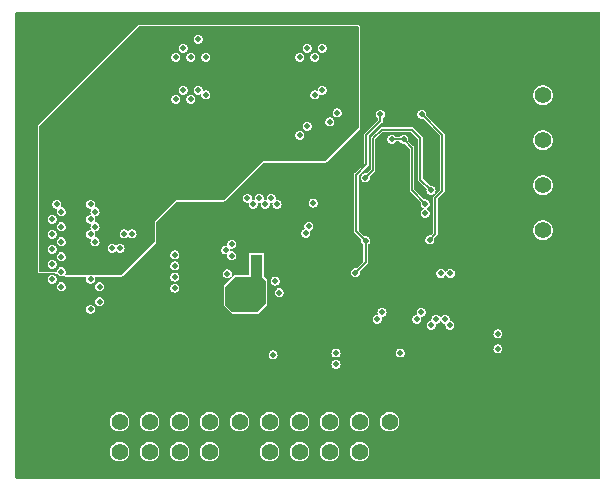
<source format=gbr>
%TF.GenerationSoftware,KiCad,Pcbnew,8.0.5*%
%TF.CreationDate,2025-10-24T05:58:17-05:00*%
%TF.ProjectId,iris-128s-adapter,69726973-2d31-4323-9873-2d6164617074,1.0.0*%
%TF.SameCoordinates,Original*%
%TF.FileFunction,Copper,L2,Inr*%
%TF.FilePolarity,Positive*%
%FSLAX46Y46*%
G04 Gerber Fmt 4.6, Leading zero omitted, Abs format (unit mm)*
G04 Created by KiCad (PCBNEW 8.0.5) date 2025-10-24 05:58:17*
%MOMM*%
%LPD*%
G01*
G04 APERTURE LIST*
%TA.AperFunction,ComponentPad*%
%ADD10C,3.581400*%
%TD*%
%TA.AperFunction,ComponentPad*%
%ADD11C,1.422400*%
%TD*%
%TA.AperFunction,ViaPad*%
%ADD12C,0.508000*%
%TD*%
%TA.AperFunction,Conductor*%
%ADD13C,0.127000*%
%TD*%
G04 APERTURE END LIST*
D10*
%TO.N,GND3*%
%TO.C,S6*%
X73048000Y-126952000D03*
%TD*%
%TO.N,GND3*%
%TO.C,S3*%
X116952000Y-93048000D03*
%TD*%
D11*
%TO.N,VDD3V_EXT*%
%TO.C,J7*%
X114919760Y-101092000D03*
%TO.N,GND3*%
X117459760Y-101092000D03*
%TD*%
D10*
%TO.N,GND3*%
%TO.C,S2*%
X73048000Y-93048000D03*
%TD*%
D11*
%TO.N,/VDD_SW_EXT*%
%TO.C,J2*%
X114919760Y-104902000D03*
%TO.N,GND3*%
X117459760Y-104902000D03*
%TD*%
%TO.N,/VSS_SW_EXT*%
%TO.C,J3*%
X114919760Y-108712000D03*
%TO.N,GND3*%
X117459760Y-108712000D03*
%TD*%
D10*
%TO.N,GND3*%
%TO.C,S7*%
X116952000Y-126952000D03*
%TD*%
D11*
%TO.N,/VDD3*%
%TO.C,J1*%
X114919760Y-97282000D03*
%TO.N,GND3*%
X117459760Y-97282000D03*
%TD*%
%TO.N,/mcu/PA0*%
%TO.C,J5*%
X79070000Y-127460500D03*
%TO.N,/mcu/PA1*%
X79070000Y-124920500D03*
%TO.N,/mcu/PA2*%
X81610000Y-127460500D03*
%TO.N,/mcu/PA3*%
X81610000Y-124920500D03*
%TO.N,/mcu/PA4*%
X84150000Y-127460500D03*
%TO.N,/mcu/PA5*%
X84150000Y-124920500D03*
%TO.N,/mcu/PA6*%
X86690000Y-127460500D03*
%TO.N,/mcu/PA7*%
X86690000Y-124920500D03*
%TO.N,GND3*%
X89230000Y-127460500D03*
%TO.N,VDD3V_EXT*%
X89230000Y-124920500D03*
%TO.N,/mcu/PA9*%
X91770000Y-127460500D03*
%TO.N,/mcu/PA10*%
X91770000Y-124920500D03*
%TO.N,/mcu/PA11*%
X94310000Y-127460500D03*
%TO.N,/mcu/PA12*%
X94310000Y-124920500D03*
%TO.N,/mcu/PB0*%
X96850000Y-127460500D03*
%TO.N,/mcu/PB1*%
X96850000Y-124920500D03*
%TO.N,/mcu/PB6*%
X99390000Y-127460500D03*
%TO.N,/mcu/PB7*%
X99390000Y-124920500D03*
%TO.N,GND3*%
X101930000Y-127460500D03*
%TO.N,VDD3V_EXT*%
X101930000Y-124920500D03*
%TD*%
D12*
%TO.N,/VDD3V*%
X105467000Y-116761800D03*
X105867000Y-116257200D03*
%TO.N,/VDDA3V*%
X92260260Y-113020000D03*
X107045780Y-116761800D03*
X106647000Y-116257200D03*
%TO.N,/mcu/NRST*%
X92070474Y-119268794D03*
X92600780Y-113996400D03*
%TO.N,Net-(U2-SEQ)*%
X105442100Y-105325780D03*
X99861440Y-104271560D03*
%TO.N,/VDD_SW*%
X101293260Y-115669600D03*
X100893800Y-116257200D03*
%TO.N,/VSS_SW*%
X104232200Y-116257200D03*
X104622700Y-115669600D03*
%TO.N,Net-(U1-PF3-BOOT0)*%
X88562200Y-110892320D03*
%TO.N,/mcu/PA10*%
X91902240Y-106005860D03*
%TO.N,/mcu/PA9*%
X92402100Y-106514460D03*
%TO.N,/MOSI_SW*%
X74149100Y-113492500D03*
X83741600Y-113619440D03*
%TO.N,/MISO_SW*%
X77374900Y-113492500D03*
X83741600Y-112679440D03*
%TO.N,/SCLK_SW*%
X83741600Y-111739440D03*
X73387100Y-112857500D03*
%TO.N,/CSb_SW*%
X76612900Y-112857500D03*
X83741600Y-110799640D03*
%TO.N,GND3*%
X78181200Y-115976400D03*
X90617040Y-122600720D03*
X84074000Y-106705400D03*
X112268000Y-112471200D03*
X81711800Y-114554000D03*
X110109000Y-111912400D03*
X108102400Y-97891600D03*
X118729360Y-116205340D03*
X104947600Y-116257200D03*
X86461600Y-116560600D03*
X90347800Y-117119400D03*
X100634800Y-123139200D03*
X90694500Y-115195200D03*
X80213200Y-112242600D03*
X118729360Y-117475340D03*
X86314460Y-113162080D03*
X113334800Y-128193800D03*
X108127800Y-107238800D03*
X101369460Y-113797800D03*
X99931220Y-100077980D03*
X93878400Y-104013000D03*
X103379440Y-104558560D03*
X108077000Y-111099600D03*
X102617440Y-103796560D03*
X84023200Y-117094000D03*
X99898200Y-91871800D03*
X99009200Y-101117400D03*
X98077020Y-115314000D03*
X81813400Y-117094000D03*
X86207600Y-118821200D03*
X92029240Y-115286020D03*
X91160600Y-120446800D03*
X90652600Y-108323380D03*
X76479400Y-119786400D03*
X104470200Y-90830400D03*
X102844600Y-95580200D03*
X102870000Y-122250200D03*
X83083400Y-122351800D03*
X95021400Y-123139200D03*
X77927200Y-93319600D03*
X89298731Y-112971531D03*
X108077000Y-101955600D03*
X71704200Y-111887000D03*
X106629200Y-120573800D03*
X108839000Y-118389400D03*
X71729600Y-106070400D03*
X99885820Y-93314080D03*
X94874080Y-106144060D03*
X89294100Y-115344480D03*
X73466100Y-115128580D03*
X107209040Y-128743200D03*
X81229200Y-90830400D03*
X90652600Y-111099600D03*
X108077000Y-94437200D03*
X104711600Y-113797800D03*
X103661680Y-100649980D03*
X85420200Y-114376200D03*
X113385600Y-122301000D03*
X111175800Y-107264200D03*
X85064600Y-108559600D03*
X108102400Y-96520000D03*
X103379440Y-103034560D03*
X101647660Y-116257200D03*
X101536500Y-107370820D03*
X82575400Y-108178600D03*
X71780400Y-117525800D03*
X116205000Y-111023400D03*
X91363800Y-103428800D03*
X103454200Y-91897200D03*
X101855440Y-103034560D03*
X105957840Y-103771560D03*
X82575400Y-109956600D03*
X103022820Y-112316460D03*
X71704200Y-100431600D03*
X97840800Y-110617000D03*
X96875600Y-104952800D03*
X81661000Y-119710200D03*
X92532760Y-111099600D03*
X88714600Y-111709820D03*
X77292200Y-123850400D03*
X106248200Y-118795800D03*
X97749360Y-123139200D03*
X106832400Y-105867200D03*
X101930200Y-119227600D03*
X83794600Y-115900200D03*
X87967820Y-121831100D03*
X73761600Y-97459800D03*
X112674400Y-99542600D03*
X101124220Y-100964940D03*
X92862400Y-123139200D03*
X113030000Y-94411800D03*
X110327440Y-119400320D03*
X106832400Y-107035600D03*
X118033800Y-122910600D03*
X110127960Y-98219260D03*
X87376000Y-106705400D03*
X108889800Y-120802400D03*
X98196400Y-121767600D03*
X90243500Y-113284000D03*
X118729360Y-113665340D03*
X94589880Y-107574820D03*
X88696800Y-106121200D03*
X88565920Y-115195200D03*
X101535700Y-108008360D03*
X85140800Y-119710200D03*
X97129600Y-108788200D03*
X93319600Y-119837200D03*
X106654600Y-95072200D03*
X91139000Y-113334800D03*
X96266000Y-103403400D03*
X112928400Y-104038400D03*
X86715600Y-114757200D03*
X101855440Y-104558560D03*
X92232480Y-108996480D03*
X86264460Y-110299500D03*
X96621600Y-120396000D03*
X78181200Y-114427000D03*
X99923600Y-97917000D03*
X107739040Y-114694420D03*
X107209040Y-123256800D03*
X97053400Y-113919000D03*
X106705400Y-97840800D03*
X114884200Y-119837200D03*
X88900000Y-118592600D03*
X98080220Y-113924800D03*
X89281000Y-116052600D03*
X107565420Y-116257200D03*
X101536500Y-106733880D03*
X96621600Y-117983000D03*
%TO.N,/MISO1m*%
X84464280Y-93314480D03*
X76612900Y-106507500D03*
%TO.N,/CSbm*%
X73768100Y-106507500D03*
X86369280Y-94076480D03*
%TO.N,/SCLKm*%
X85734280Y-92552480D03*
X73387100Y-107777500D03*
%TO.N,/MOSIp*%
X76993900Y-109682500D03*
X85099280Y-97632480D03*
%TO.N,/MISO2p*%
X76993900Y-108412500D03*
X83829280Y-97632480D03*
%TO.N,/MISO1p*%
X84464280Y-96870480D03*
X76993900Y-107142500D03*
%TO.N,/MISO2m*%
X76612900Y-107777500D03*
X83829280Y-94076480D03*
%TO.N,VDD3V_EXT*%
X88206600Y-112420400D03*
X102834900Y-119113000D03*
X95468400Y-106417240D03*
%TO.N,/CSbp*%
X86369280Y-97251480D03*
X74149100Y-107142500D03*
%TO.N,/SCLKp*%
X74149100Y-108412500D03*
X85734280Y-96870480D03*
%TO.N,/MOSIm*%
X76612900Y-109047500D03*
X85099280Y-94076480D03*
%TO.N,/CSbp_STIM*%
X74149100Y-109682500D03*
X94957680Y-93314080D03*
%TO.N,/SCLKp_STIM*%
X74149100Y-110952500D03*
X96862680Y-99537080D03*
%TO.N,/MOSI1m_STIM*%
X96227680Y-96870080D03*
X78452980Y-110241080D03*
%TO.N,VDD1*%
X106273600Y-112379060D03*
X104957080Y-106474200D03*
X103117440Y-101013200D03*
X104957080Y-107297220D03*
X102117440Y-101013200D03*
X107088940Y-112379060D03*
%TO.N,/MOSI2m_STIM*%
X95592680Y-94076080D03*
X79468980Y-109021880D03*
%TO.N,/SCLKm_STIM*%
X97497680Y-98775080D03*
X73387100Y-110317500D03*
%TO.N,/MOSI1p_STIM*%
X95592680Y-97251080D03*
X79113380Y-110241080D03*
%TO.N,/CSbm_STIM*%
X94322680Y-94076080D03*
X73387100Y-109047500D03*
%TO.N,/MOSI2p_STIM*%
X96227680Y-93314080D03*
X80129380Y-109021880D03*
%TO.N,/mcu/PB1*%
X95098200Y-108392320D03*
%TO.N,/mcu/PB0*%
X94831940Y-108968804D03*
%TO.N,/mcu/PB6*%
X88562200Y-109892320D03*
%TO.N,/mcu/SWDIO*%
X111109360Y-118745340D03*
X90402100Y-106514460D03*
%TO.N,/mcu/SWCLK*%
X89902240Y-106005860D03*
X111109360Y-117475340D03*
%TO.N,/mcu/PB7*%
X88054200Y-110392320D03*
%TO.N,/pmu/VDDH*%
X99915220Y-109616363D03*
X101163860Y-98906320D03*
X99038100Y-112316460D03*
%TO.N,/pmu/VSSH*%
X104669240Y-98906320D03*
X105334563Y-109530177D03*
%TO.N,/VDD_SW_EXT*%
X97396760Y-119113000D03*
X77374900Y-114762500D03*
%TO.N,/VSS_SW_EXT*%
X76612900Y-115397500D03*
X97396760Y-120054760D03*
%TO.N,/MISO1p_STIM*%
X94322680Y-100680080D03*
X74149100Y-112222500D03*
%TO.N,/MISO1m_STIM*%
X73387100Y-111587500D03*
X94957680Y-99918080D03*
%TO.N,/mcu/PA12*%
X90902240Y-106005860D03*
%TO.N,/mcu/PA11*%
X91402100Y-106514460D03*
%TO.N,GND1*%
X95554800Y-101193600D03*
X80568800Y-92100400D03*
X98885820Y-93314080D03*
X84607400Y-99999800D03*
X79197200Y-96951800D03*
X84912200Y-104851200D03*
X87020400Y-91795600D03*
X98983800Y-99974400D03*
X74828400Y-103200200D03*
X75844400Y-100355400D03*
X72745600Y-99923600D03*
X82491696Y-93660076D03*
X74149100Y-105872500D03*
X91440000Y-97409000D03*
X90220800Y-94894400D03*
X85115400Y-101219000D03*
X76885800Y-95783400D03*
X79984600Y-94488000D03*
X81534000Y-99847400D03*
X98475800Y-91846400D03*
X89916000Y-100431600D03*
X82245200Y-104013000D03*
X76784200Y-101168200D03*
X73939400Y-100482400D03*
X76682600Y-97764600D03*
X93345000Y-91821000D03*
X76993900Y-103200200D03*
X88138000Y-105486200D03*
X78232000Y-101879400D03*
X81026000Y-98653600D03*
X87934800Y-93700600D03*
X91643200Y-98704400D03*
X85775800Y-98323400D03*
X88341200Y-98653600D03*
X81711800Y-102895400D03*
X84912200Y-103505000D03*
X90830400Y-102793800D03*
X72618600Y-109677200D03*
X91236800Y-95783400D03*
X93687680Y-93695080D03*
X80314800Y-104902000D03*
X93091000Y-97409000D03*
X72618600Y-110947200D03*
X78689200Y-99136200D03*
X96824800Y-102133400D03*
X88773000Y-99949000D03*
X92506800Y-94310200D03*
X81076800Y-96748600D03*
X82931000Y-97231200D03*
X76993900Y-105872500D03*
X87960200Y-97231200D03*
X96164400Y-100076000D03*
X80314800Y-102997000D03*
X79476600Y-100812600D03*
X81788000Y-108991400D03*
%TD*%
D13*
%TO.N,Net-(U2-SEQ)*%
X100533200Y-103599800D02*
X100533200Y-100927342D01*
X101255062Y-100205480D02*
X103845798Y-100205480D01*
X103845798Y-100205480D02*
X104548940Y-100908622D01*
X100533200Y-100927342D02*
X101255062Y-100205480D01*
X104548940Y-104432620D02*
X105442100Y-105325780D01*
X99861440Y-104271560D02*
X100533200Y-103599800D01*
X104548940Y-100908622D02*
X104548940Y-104432620D01*
%TO.N,VDD1*%
X102117440Y-101013200D02*
X103117440Y-101013200D01*
X103823940Y-101719700D02*
X103823940Y-105341060D01*
X103117440Y-101013200D02*
X103823940Y-101719700D01*
X103823940Y-105341060D02*
X104957080Y-106474200D01*
%TO.N,/pmu/VDDH*%
X99115880Y-108817023D02*
X99115880Y-104005380D01*
X99038100Y-112316460D02*
X99915220Y-111439340D01*
X99974400Y-103146860D02*
X99974400Y-100675440D01*
X99974400Y-100675440D02*
X101163860Y-99485980D01*
X99915220Y-109616363D02*
X99115880Y-108817023D01*
X99115880Y-104005380D02*
X99974400Y-103146860D01*
X101163860Y-99485980D02*
X101163860Y-98906320D01*
X99915220Y-111439340D02*
X99915220Y-109616363D01*
%TO.N,/pmu/VSSH*%
X105816400Y-109048340D02*
X105816400Y-105963720D01*
X106402340Y-100639420D02*
X104669240Y-98906320D01*
X105816400Y-105963720D02*
X106402340Y-105377780D01*
X105334563Y-109530177D02*
X105816400Y-109048340D01*
X106402340Y-105377780D02*
X106402340Y-100639420D01*
%TD*%
%TA.AperFunction,Conductor*%
%TO.N,GND3*%
G36*
X99314000Y-91322821D02*
G01*
X99288139Y-91315228D01*
X99280810Y-91314174D01*
X99251500Y-91309960D01*
X80797888Y-91309960D01*
X80783990Y-91310705D01*
X80777581Y-91311393D01*
X80774035Y-91311775D01*
X80772505Y-91311857D01*
X80770698Y-91312133D01*
X80722288Y-91327291D01*
X80722278Y-91327295D01*
X80691371Y-91344172D01*
X80661741Y-91366354D01*
X72189357Y-99838738D01*
X72180046Y-99849103D01*
X72180039Y-99849112D01*
X72171666Y-99859502D01*
X72148150Y-99904459D01*
X72144151Y-99918079D01*
X72138228Y-99938248D01*
X72138228Y-99938250D01*
X72132960Y-99974888D01*
X72132960Y-99974892D01*
X72132960Y-112154707D01*
X72135931Y-112182337D01*
X72135932Y-112182342D01*
X72141580Y-112208305D01*
X72145263Y-112221730D01*
X72170370Y-112265821D01*
X72193432Y-112292436D01*
X72210113Y-112308532D01*
X72255072Y-112332050D01*
X72288862Y-112341972D01*
X72325500Y-112347240D01*
X73529793Y-112347240D01*
X73563583Y-112357162D01*
X73572383Y-112363998D01*
X73573142Y-112364705D01*
X73586998Y-112373963D01*
X73607735Y-112387820D01*
X73639769Y-112402450D01*
X73639784Y-112402455D01*
X73639791Y-112402458D01*
X73644690Y-112404186D01*
X73661632Y-112410163D01*
X73661631Y-112410163D01*
X73712291Y-112412878D01*
X73712296Y-112412878D01*
X73712296Y-112412877D01*
X73712298Y-112412878D01*
X73747156Y-112407866D01*
X73754761Y-112406069D01*
X73762730Y-112404186D01*
X73797896Y-112406069D01*
X73826461Y-112426666D01*
X73830025Y-112431757D01*
X73848944Y-112461866D01*
X73909734Y-112522656D01*
X73909736Y-112522657D01*
X73979839Y-112566707D01*
X73982526Y-112568395D01*
X74063671Y-112596788D01*
X74149100Y-112606414D01*
X74234529Y-112596788D01*
X74315368Y-112568501D01*
X74350538Y-112566707D01*
X74381096Y-112584212D01*
X74383243Y-112586566D01*
X74392478Y-112597224D01*
X74392481Y-112597227D01*
X74392489Y-112597236D01*
X74409170Y-112613332D01*
X74454129Y-112636850D01*
X74487919Y-112646772D01*
X74524557Y-112652040D01*
X76192527Y-112652040D01*
X76226317Y-112661962D01*
X76249379Y-112688577D01*
X76254391Y-112723435D01*
X76251520Y-112735182D01*
X76238612Y-112772070D01*
X76238611Y-112772074D01*
X76228986Y-112857500D01*
X76238611Y-112942925D01*
X76238612Y-112942930D01*
X76267005Y-113024075D01*
X76312742Y-113096863D01*
X76312743Y-113096865D01*
X76373534Y-113157656D01*
X76373536Y-113157657D01*
X76428735Y-113192342D01*
X76446326Y-113203395D01*
X76527471Y-113231788D01*
X76612900Y-113241414D01*
X76698329Y-113231788D01*
X76779474Y-113203395D01*
X76852266Y-113157656D01*
X76913056Y-113096866D01*
X76958795Y-113024074D01*
X76987188Y-112942929D01*
X76996814Y-112857500D01*
X76987188Y-112772071D01*
X76974279Y-112735180D01*
X76972485Y-112700011D01*
X76984269Y-112679440D01*
X83357686Y-112679440D01*
X83367311Y-112764865D01*
X83367312Y-112764870D01*
X83395705Y-112846015D01*
X83441442Y-112918803D01*
X83441443Y-112918805D01*
X83502234Y-112979596D01*
X83502236Y-112979597D01*
X83573020Y-113024075D01*
X83575026Y-113025335D01*
X83656171Y-113053728D01*
X83741600Y-113063354D01*
X83827029Y-113053728D01*
X83908174Y-113025335D01*
X83980966Y-112979596D01*
X84041756Y-112918806D01*
X84087495Y-112846014D01*
X84115888Y-112764869D01*
X84125514Y-112679440D01*
X84115888Y-112594011D01*
X84087495Y-112512866D01*
X84041756Y-112440074D01*
X84022082Y-112420400D01*
X87822686Y-112420400D01*
X87832311Y-112505825D01*
X87832312Y-112505830D01*
X87860705Y-112586975D01*
X87906442Y-112659763D01*
X87906443Y-112659765D01*
X87967234Y-112720556D01*
X87967236Y-112720557D01*
X88037756Y-112764869D01*
X88040026Y-112766295D01*
X88121171Y-112794688D01*
X88206600Y-112804314D01*
X88292029Y-112794688D01*
X88373174Y-112766295D01*
X88445966Y-112720556D01*
X88506756Y-112659766D01*
X88552495Y-112586974D01*
X88580888Y-112505829D01*
X88590514Y-112420400D01*
X88580888Y-112334971D01*
X88552495Y-112253826D01*
X88506756Y-112181034D01*
X88445966Y-112120244D01*
X88445965Y-112120243D01*
X88445963Y-112120242D01*
X88373175Y-112074505D01*
X88292030Y-112046112D01*
X88292025Y-112046111D01*
X88206600Y-112036486D01*
X88121174Y-112046111D01*
X88121169Y-112046112D01*
X88040024Y-112074505D01*
X87967236Y-112120242D01*
X87967234Y-112120243D01*
X87906443Y-112181034D01*
X87906442Y-112181036D01*
X87860705Y-112253824D01*
X87832312Y-112334969D01*
X87832311Y-112334974D01*
X87822686Y-112420400D01*
X84022082Y-112420400D01*
X83980966Y-112379284D01*
X83980965Y-112379283D01*
X83980963Y-112379282D01*
X83908175Y-112333545D01*
X83827030Y-112305152D01*
X83827025Y-112305151D01*
X83741600Y-112295526D01*
X83656174Y-112305151D01*
X83656169Y-112305152D01*
X83575024Y-112333545D01*
X83502236Y-112379282D01*
X83502234Y-112379283D01*
X83441443Y-112440074D01*
X83441442Y-112440076D01*
X83395705Y-112512864D01*
X83367312Y-112594009D01*
X83367311Y-112594014D01*
X83357686Y-112679440D01*
X76984269Y-112679440D01*
X76989990Y-112669453D01*
X77021237Y-112653210D01*
X77033273Y-112652040D01*
X79222100Y-112652040D01*
X79222112Y-112652040D01*
X79236010Y-112651295D01*
X79245500Y-112650274D01*
X79245965Y-112650225D01*
X79247494Y-112650142D01*
X79249293Y-112649867D01*
X79249295Y-112649867D01*
X79249299Y-112649867D01*
X79293310Y-112636086D01*
X79297711Y-112634708D01*
X79297713Y-112634707D01*
X79297720Y-112634705D01*
X79328629Y-112617827D01*
X79358258Y-112595646D01*
X80214464Y-111739440D01*
X83357686Y-111739440D01*
X83367311Y-111824865D01*
X83367312Y-111824870D01*
X83395705Y-111906015D01*
X83412376Y-111932546D01*
X83441444Y-111978806D01*
X83502234Y-112039596D01*
X83512604Y-112046112D01*
X83561910Y-112077094D01*
X83575026Y-112085335D01*
X83656171Y-112113728D01*
X83741600Y-112123354D01*
X83827029Y-112113728D01*
X83908174Y-112085335D01*
X83980966Y-112039596D01*
X84041756Y-111978806D01*
X84087495Y-111906014D01*
X84115888Y-111824869D01*
X84125514Y-111739440D01*
X84115888Y-111654011D01*
X84087495Y-111572866D01*
X84041756Y-111500074D01*
X83980966Y-111439284D01*
X83980965Y-111439283D01*
X83980963Y-111439282D01*
X83908175Y-111393545D01*
X83827030Y-111365152D01*
X83827025Y-111365151D01*
X83741600Y-111355526D01*
X83656174Y-111365151D01*
X83656169Y-111365152D01*
X83575024Y-111393545D01*
X83502236Y-111439282D01*
X83502234Y-111439283D01*
X83441443Y-111500074D01*
X83441442Y-111500076D01*
X83395705Y-111572864D01*
X83367312Y-111654009D01*
X83367311Y-111654014D01*
X83357686Y-111739440D01*
X80214464Y-111739440D01*
X81154264Y-110799640D01*
X83357686Y-110799640D01*
X83367311Y-110885065D01*
X83367312Y-110885070D01*
X83395705Y-110966215D01*
X83441442Y-111039003D01*
X83441444Y-111039006D01*
X83502234Y-111099796D01*
X83575026Y-111145535D01*
X83656171Y-111173928D01*
X83741600Y-111183554D01*
X83827029Y-111173928D01*
X83908174Y-111145535D01*
X83980966Y-111099796D01*
X84041756Y-111039006D01*
X84087495Y-110966214D01*
X84115888Y-110885069D01*
X84125514Y-110799640D01*
X84115888Y-110714211D01*
X84087495Y-110633066D01*
X84041756Y-110560274D01*
X83980966Y-110499484D01*
X83980965Y-110499483D01*
X83980963Y-110499482D01*
X83908175Y-110453745D01*
X83827030Y-110425352D01*
X83827025Y-110425351D01*
X83741600Y-110415726D01*
X83656174Y-110425351D01*
X83656169Y-110425352D01*
X83575024Y-110453745D01*
X83502236Y-110499482D01*
X83502234Y-110499483D01*
X83441443Y-110560274D01*
X83441442Y-110560276D01*
X83395705Y-110633064D01*
X83367312Y-110714209D01*
X83367311Y-110714214D01*
X83357686Y-110799640D01*
X81154264Y-110799640D01*
X81561584Y-110392320D01*
X87670286Y-110392320D01*
X87679911Y-110477745D01*
X87679912Y-110477750D01*
X87708305Y-110558895D01*
X87729210Y-110592164D01*
X87754044Y-110631686D01*
X87814834Y-110692476D01*
X87887626Y-110738215D01*
X87968771Y-110766608D01*
X88054200Y-110776234D01*
X88115249Y-110769355D01*
X88149937Y-110775431D01*
X88175834Y-110799296D01*
X88184718Y-110833374D01*
X88184354Y-110838459D01*
X88178286Y-110892318D01*
X88178286Y-110892319D01*
X88187911Y-110977745D01*
X88187912Y-110977750D01*
X88216305Y-111058895D01*
X88242006Y-111099796D01*
X88262044Y-111131686D01*
X88322834Y-111192476D01*
X88395626Y-111238215D01*
X88476771Y-111266608D01*
X88562200Y-111276234D01*
X88647629Y-111266608D01*
X88728774Y-111238215D01*
X88801566Y-111192476D01*
X88862356Y-111131686D01*
X88908095Y-111058894D01*
X88936488Y-110977749D01*
X88946114Y-110892320D01*
X88936488Y-110806891D01*
X88908095Y-110725746D01*
X88862356Y-110652954D01*
X88801566Y-110592164D01*
X88801565Y-110592163D01*
X88801563Y-110592162D01*
X88728775Y-110546425D01*
X88647630Y-110518032D01*
X88647625Y-110518031D01*
X88562200Y-110508406D01*
X88562199Y-110508406D01*
X88501149Y-110515284D01*
X88466461Y-110509208D01*
X88440564Y-110485342D01*
X88431681Y-110451264D01*
X88432045Y-110446179D01*
X88438114Y-110392320D01*
X88432045Y-110338459D01*
X88438121Y-110303772D01*
X88461986Y-110277875D01*
X88496064Y-110268991D01*
X88501150Y-110269355D01*
X88562200Y-110276234D01*
X88647629Y-110266608D01*
X88728774Y-110238215D01*
X88801566Y-110192476D01*
X88862356Y-110131686D01*
X88908095Y-110058894D01*
X88936488Y-109977749D01*
X88946114Y-109892320D01*
X88936488Y-109806891D01*
X88908095Y-109725746D01*
X88893043Y-109701792D01*
X88862357Y-109652956D01*
X88862356Y-109652954D01*
X88801565Y-109592163D01*
X88801563Y-109592162D01*
X88728775Y-109546425D01*
X88647630Y-109518032D01*
X88647625Y-109518031D01*
X88562200Y-109508406D01*
X88476774Y-109518031D01*
X88476769Y-109518032D01*
X88395624Y-109546425D01*
X88322836Y-109592162D01*
X88322834Y-109592163D01*
X88262043Y-109652954D01*
X88262042Y-109652956D01*
X88216305Y-109725744D01*
X88187912Y-109806889D01*
X88187912Y-109806892D01*
X88178286Y-109892320D01*
X88178286Y-109892321D01*
X88184354Y-109946180D01*
X88178278Y-109980868D01*
X88154412Y-110006765D01*
X88120334Y-110015648D01*
X88115250Y-110015284D01*
X88054201Y-110008406D01*
X88054200Y-110008406D01*
X87968774Y-110018031D01*
X87968769Y-110018032D01*
X87887624Y-110046425D01*
X87814836Y-110092162D01*
X87814834Y-110092163D01*
X87754043Y-110152954D01*
X87754042Y-110152956D01*
X87708305Y-110225744D01*
X87679912Y-110306889D01*
X87679911Y-110306894D01*
X87670286Y-110392320D01*
X81561584Y-110392320D01*
X82115646Y-109838258D01*
X82124949Y-109827902D01*
X82133333Y-109817498D01*
X82156850Y-109772540D01*
X82166772Y-109738750D01*
X82172040Y-109702112D01*
X82172040Y-108968804D01*
X94448026Y-108968804D01*
X94457651Y-109054229D01*
X94457652Y-109054234D01*
X94486045Y-109135379D01*
X94531782Y-109208167D01*
X94531784Y-109208170D01*
X94592574Y-109268960D01*
X94665366Y-109314699D01*
X94746511Y-109343092D01*
X94831940Y-109352718D01*
X94917369Y-109343092D01*
X94998514Y-109314699D01*
X95071306Y-109268960D01*
X95132096Y-109208170D01*
X95177835Y-109135378D01*
X95206228Y-109054233D01*
X95215854Y-108968804D01*
X95206228Y-108883375D01*
X95188002Y-108831288D01*
X95186208Y-108796123D01*
X95203712Y-108765565D01*
X95226355Y-108751658D01*
X95228365Y-108750954D01*
X95264774Y-108738215D01*
X95337566Y-108692476D01*
X95398356Y-108631686D01*
X95444095Y-108558894D01*
X95472488Y-108477749D01*
X95482114Y-108392320D01*
X95472488Y-108306891D01*
X95444095Y-108225746D01*
X95398356Y-108152954D01*
X95337566Y-108092164D01*
X95337565Y-108092163D01*
X95337563Y-108092162D01*
X95264775Y-108046425D01*
X95183630Y-108018032D01*
X95183625Y-108018031D01*
X95098200Y-108008406D01*
X95012774Y-108018031D01*
X95012769Y-108018032D01*
X94931624Y-108046425D01*
X94858836Y-108092162D01*
X94858834Y-108092163D01*
X94798043Y-108152954D01*
X94798042Y-108152956D01*
X94752305Y-108225744D01*
X94723912Y-108306889D01*
X94723911Y-108306894D01*
X94714286Y-108392320D01*
X94723911Y-108477745D01*
X94723913Y-108477753D01*
X94742135Y-108529831D01*
X94743930Y-108565002D01*
X94726425Y-108595559D01*
X94703785Y-108609464D01*
X94665367Y-108622907D01*
X94592576Y-108668646D01*
X94592574Y-108668647D01*
X94531783Y-108729438D01*
X94531782Y-108729440D01*
X94486045Y-108802228D01*
X94457652Y-108883373D01*
X94457651Y-108883378D01*
X94448026Y-108968804D01*
X82172040Y-108968804D01*
X82172040Y-108029752D01*
X82181962Y-107995962D01*
X82190346Y-107985558D01*
X83855558Y-106320346D01*
X83886467Y-106303468D01*
X83899752Y-106302040D01*
X87858100Y-106302040D01*
X87858112Y-106302040D01*
X87872010Y-106301295D01*
X87881500Y-106300274D01*
X87881965Y-106300225D01*
X87883494Y-106300142D01*
X87885293Y-106299867D01*
X87885295Y-106299867D01*
X87885299Y-106299867D01*
X87917866Y-106289669D01*
X87933711Y-106284708D01*
X87933713Y-106284707D01*
X87933720Y-106284705D01*
X87964629Y-106267827D01*
X87994258Y-106245646D01*
X88234044Y-106005860D01*
X89518326Y-106005860D01*
X89527951Y-106091285D01*
X89527952Y-106091290D01*
X89556345Y-106172435D01*
X89602082Y-106245223D01*
X89602083Y-106245225D01*
X89662874Y-106306016D01*
X89662876Y-106306017D01*
X89729508Y-106347886D01*
X89735666Y-106351755D01*
X89816811Y-106380148D01*
X89902240Y-106389774D01*
X89956027Y-106383713D01*
X89990714Y-106389789D01*
X90016611Y-106413654D01*
X90025495Y-106447731D01*
X90025131Y-106452817D01*
X90018186Y-106514458D01*
X90018186Y-106514459D01*
X90027811Y-106599885D01*
X90027812Y-106599890D01*
X90056205Y-106681035D01*
X90101942Y-106753823D01*
X90101944Y-106753826D01*
X90162734Y-106814616D01*
X90235526Y-106860355D01*
X90316671Y-106888748D01*
X90402100Y-106898374D01*
X90487529Y-106888748D01*
X90568674Y-106860355D01*
X90641466Y-106814616D01*
X90702256Y-106753826D01*
X90747995Y-106681034D01*
X90776388Y-106599889D01*
X90786014Y-106514460D01*
X90779064Y-106452784D01*
X90785140Y-106418098D01*
X90809005Y-106392201D01*
X90843082Y-106383317D01*
X90848160Y-106383680D01*
X90902240Y-106389774D01*
X90956027Y-106383713D01*
X90990714Y-106389789D01*
X91016611Y-106413654D01*
X91025495Y-106447731D01*
X91025131Y-106452817D01*
X91018186Y-106514458D01*
X91018186Y-106514459D01*
X91027811Y-106599885D01*
X91027812Y-106599890D01*
X91056205Y-106681035D01*
X91101942Y-106753823D01*
X91101944Y-106753826D01*
X91162734Y-106814616D01*
X91235526Y-106860355D01*
X91316671Y-106888748D01*
X91402100Y-106898374D01*
X91487529Y-106888748D01*
X91568674Y-106860355D01*
X91641466Y-106814616D01*
X91702256Y-106753826D01*
X91747995Y-106681034D01*
X91776388Y-106599889D01*
X91786014Y-106514460D01*
X91779064Y-106452784D01*
X91785140Y-106418098D01*
X91809005Y-106392201D01*
X91843082Y-106383317D01*
X91848160Y-106383680D01*
X91902240Y-106389774D01*
X91956027Y-106383713D01*
X91990714Y-106389789D01*
X92016611Y-106413654D01*
X92025495Y-106447731D01*
X92025131Y-106452817D01*
X92018186Y-106514458D01*
X92018186Y-106514459D01*
X92027811Y-106599885D01*
X92027812Y-106599890D01*
X92056205Y-106681035D01*
X92101942Y-106753823D01*
X92101944Y-106753826D01*
X92162734Y-106814616D01*
X92235526Y-106860355D01*
X92316671Y-106888748D01*
X92402100Y-106898374D01*
X92487529Y-106888748D01*
X92568674Y-106860355D01*
X92641466Y-106814616D01*
X92702256Y-106753826D01*
X92747995Y-106681034D01*
X92776388Y-106599889D01*
X92786014Y-106514460D01*
X92776388Y-106429031D01*
X92772262Y-106417240D01*
X95084486Y-106417240D01*
X95094111Y-106502665D01*
X95094112Y-106502670D01*
X95122505Y-106583815D01*
X95132606Y-106599890D01*
X95168244Y-106656606D01*
X95229034Y-106717396D01*
X95301826Y-106763135D01*
X95382971Y-106791528D01*
X95468400Y-106801154D01*
X95553829Y-106791528D01*
X95634974Y-106763135D01*
X95707766Y-106717396D01*
X95768556Y-106656606D01*
X95814295Y-106583814D01*
X95842688Y-106502669D01*
X95852314Y-106417240D01*
X95842688Y-106331811D01*
X95814295Y-106250666D01*
X95768556Y-106177874D01*
X95707766Y-106117084D01*
X95707765Y-106117083D01*
X95707763Y-106117082D01*
X95634975Y-106071345D01*
X95553830Y-106042952D01*
X95553825Y-106042951D01*
X95468400Y-106033326D01*
X95382974Y-106042951D01*
X95382969Y-106042952D01*
X95301824Y-106071345D01*
X95229036Y-106117082D01*
X95229034Y-106117083D01*
X95168243Y-106177874D01*
X95168242Y-106177876D01*
X95122505Y-106250664D01*
X95094112Y-106331809D01*
X95094111Y-106331814D01*
X95084486Y-106417240D01*
X92772262Y-106417240D01*
X92747995Y-106347886D01*
X92702256Y-106275094D01*
X92641466Y-106214304D01*
X92641465Y-106214303D01*
X92641463Y-106214302D01*
X92568675Y-106168565D01*
X92487530Y-106140172D01*
X92487525Y-106140171D01*
X92402100Y-106130546D01*
X92402099Y-106130546D01*
X92348312Y-106136606D01*
X92313624Y-106130530D01*
X92287727Y-106106664D01*
X92278844Y-106072586D01*
X92279208Y-106067501D01*
X92286154Y-106005860D01*
X92276528Y-105920431D01*
X92248135Y-105839286D01*
X92202396Y-105766494D01*
X92141606Y-105705704D01*
X92141605Y-105705703D01*
X92141603Y-105705702D01*
X92068815Y-105659965D01*
X91987670Y-105631572D01*
X91987665Y-105631571D01*
X91902240Y-105621946D01*
X91816814Y-105631571D01*
X91816809Y-105631572D01*
X91735664Y-105659965D01*
X91662876Y-105705702D01*
X91662874Y-105705703D01*
X91602083Y-105766494D01*
X91602082Y-105766496D01*
X91556345Y-105839284D01*
X91527952Y-105920429D01*
X91527951Y-105920434D01*
X91518326Y-106005860D01*
X91525275Y-106067533D01*
X91519199Y-106102222D01*
X91495334Y-106128118D01*
X91461256Y-106137002D01*
X91456170Y-106136638D01*
X91402100Y-106130546D01*
X91402099Y-106130546D01*
X91348312Y-106136606D01*
X91313624Y-106130530D01*
X91287727Y-106106664D01*
X91278844Y-106072586D01*
X91279208Y-106067501D01*
X91286154Y-106005860D01*
X91276528Y-105920431D01*
X91248135Y-105839286D01*
X91202396Y-105766494D01*
X91141606Y-105705704D01*
X91141605Y-105705703D01*
X91141603Y-105705702D01*
X91068815Y-105659965D01*
X90987670Y-105631572D01*
X90987665Y-105631571D01*
X90902240Y-105621946D01*
X90816814Y-105631571D01*
X90816809Y-105631572D01*
X90735664Y-105659965D01*
X90662876Y-105705702D01*
X90662874Y-105705703D01*
X90602083Y-105766494D01*
X90602082Y-105766496D01*
X90556345Y-105839284D01*
X90527952Y-105920429D01*
X90527951Y-105920434D01*
X90518326Y-106005860D01*
X90525275Y-106067533D01*
X90519199Y-106102222D01*
X90495334Y-106128118D01*
X90461256Y-106137002D01*
X90456170Y-106136638D01*
X90402100Y-106130546D01*
X90402099Y-106130546D01*
X90348312Y-106136606D01*
X90313624Y-106130530D01*
X90287727Y-106106664D01*
X90278844Y-106072586D01*
X90279208Y-106067501D01*
X90286154Y-106005860D01*
X90276528Y-105920431D01*
X90248135Y-105839286D01*
X90202396Y-105766494D01*
X90141606Y-105705704D01*
X90141605Y-105705703D01*
X90141603Y-105705702D01*
X90068815Y-105659965D01*
X89987670Y-105631572D01*
X89987665Y-105631571D01*
X89902240Y-105621946D01*
X89816814Y-105631571D01*
X89816809Y-105631572D01*
X89735664Y-105659965D01*
X89662876Y-105705702D01*
X89662874Y-105705703D01*
X89602083Y-105766494D01*
X89602082Y-105766496D01*
X89556345Y-105839284D01*
X89527952Y-105920429D01*
X89527951Y-105920434D01*
X89518326Y-106005860D01*
X88234044Y-106005860D01*
X91221558Y-103018346D01*
X91252467Y-103001468D01*
X91265752Y-103000040D01*
X96494100Y-103000040D01*
X96494112Y-103000040D01*
X96508010Y-102999295D01*
X96517500Y-102998274D01*
X96517965Y-102998225D01*
X96519494Y-102998142D01*
X96521293Y-102997867D01*
X96521295Y-102997867D01*
X96521299Y-102997867D01*
X96553866Y-102987669D01*
X96569711Y-102982708D01*
X96569713Y-102982707D01*
X96569720Y-102982705D01*
X96600629Y-102965827D01*
X96630258Y-102943646D01*
X99314000Y-100259904D01*
X99314000Y-103537145D01*
X98998605Y-103852540D01*
X98998603Y-103852542D01*
X98980822Y-103870322D01*
X98963042Y-103888102D01*
X98963039Y-103888106D01*
X98950469Y-103909879D01*
X98950469Y-103909880D01*
X98937896Y-103931655D01*
X98935766Y-103939606D01*
X98924881Y-103980227D01*
X98924880Y-103980235D01*
X98924880Y-108842167D01*
X98924881Y-108842175D01*
X98928399Y-108855305D01*
X98937895Y-108890744D01*
X98937896Y-108890747D01*
X98937897Y-108890748D01*
X98942666Y-108899007D01*
X98942667Y-108899012D01*
X98942668Y-108899012D01*
X98963041Y-108934299D01*
X98963046Y-108934305D01*
X99002158Y-108973417D01*
X99002172Y-108973429D01*
X99314000Y-109285257D01*
X99314000Y-110490000D01*
X91262200Y-110490000D01*
X91262200Y-110667800D01*
X90043000Y-110667800D01*
X90043000Y-112484900D01*
X90033078Y-112518690D01*
X90006463Y-112541752D01*
X89980500Y-112547400D01*
X88798400Y-112547400D01*
X87884000Y-113461800D01*
X87884000Y-115087400D01*
X88569800Y-115773200D01*
X90678000Y-115773200D01*
X90678000Y-129745500D01*
X70317000Y-129745500D01*
X70283210Y-129735578D01*
X70260148Y-129708963D01*
X70254500Y-129683000D01*
X70254500Y-127460495D01*
X78228707Y-127460495D01*
X78228707Y-127460504D01*
X78239063Y-127592100D01*
X78239064Y-127592104D01*
X78269881Y-127720468D01*
X78269882Y-127720470D01*
X78269883Y-127720474D01*
X78320402Y-127842439D01*
X78356790Y-127901819D01*
X78389377Y-127954996D01*
X78475115Y-128055384D01*
X78535651Y-128107086D01*
X78575500Y-128141120D01*
X78688061Y-128210098D01*
X78810026Y-128260617D01*
X78938393Y-128291435D01*
X78938395Y-128291435D01*
X78938399Y-128291436D01*
X79069996Y-128301793D01*
X79070000Y-128301793D01*
X79070004Y-128301793D01*
X79201600Y-128291436D01*
X79201602Y-128291435D01*
X79201607Y-128291435D01*
X79329974Y-128260617D01*
X79451939Y-128210098D01*
X79564500Y-128141120D01*
X79664884Y-128055384D01*
X79750620Y-127955000D01*
X79819598Y-127842439D01*
X79870117Y-127720474D01*
X79900935Y-127592107D01*
X79911293Y-127460500D01*
X79911293Y-127460495D01*
X80768707Y-127460495D01*
X80768707Y-127460504D01*
X80779063Y-127592100D01*
X80779064Y-127592104D01*
X80809881Y-127720468D01*
X80809882Y-127720470D01*
X80809883Y-127720474D01*
X80860402Y-127842439D01*
X80896790Y-127901819D01*
X80929377Y-127954996D01*
X81015115Y-128055384D01*
X81075651Y-128107086D01*
X81115500Y-128141120D01*
X81228061Y-128210098D01*
X81350026Y-128260617D01*
X81478393Y-128291435D01*
X81478395Y-128291435D01*
X81478399Y-128291436D01*
X81609996Y-128301793D01*
X81610000Y-128301793D01*
X81610004Y-128301793D01*
X81741600Y-128291436D01*
X81741602Y-128291435D01*
X81741607Y-128291435D01*
X81869974Y-128260617D01*
X81991939Y-128210098D01*
X82104500Y-128141120D01*
X82204884Y-128055384D01*
X82290620Y-127955000D01*
X82359598Y-127842439D01*
X82410117Y-127720474D01*
X82440935Y-127592107D01*
X82451293Y-127460500D01*
X82451293Y-127460495D01*
X83308707Y-127460495D01*
X83308707Y-127460504D01*
X83319063Y-127592100D01*
X83319064Y-127592104D01*
X83349881Y-127720468D01*
X83349882Y-127720470D01*
X83349883Y-127720474D01*
X83400402Y-127842439D01*
X83436790Y-127901819D01*
X83469377Y-127954996D01*
X83555115Y-128055384D01*
X83615651Y-128107086D01*
X83655500Y-128141120D01*
X83768061Y-128210098D01*
X83890026Y-128260617D01*
X84018393Y-128291435D01*
X84018395Y-128291435D01*
X84018399Y-128291436D01*
X84149996Y-128301793D01*
X84150000Y-128301793D01*
X84150004Y-128301793D01*
X84281600Y-128291436D01*
X84281602Y-128291435D01*
X84281607Y-128291435D01*
X84409974Y-128260617D01*
X84531939Y-128210098D01*
X84644500Y-128141120D01*
X84744884Y-128055384D01*
X84830620Y-127955000D01*
X84899598Y-127842439D01*
X84950117Y-127720474D01*
X84980935Y-127592107D01*
X84991293Y-127460500D01*
X84991293Y-127460495D01*
X85848707Y-127460495D01*
X85848707Y-127460504D01*
X85859063Y-127592100D01*
X85859064Y-127592104D01*
X85889881Y-127720468D01*
X85889882Y-127720470D01*
X85889883Y-127720474D01*
X85940402Y-127842439D01*
X85976790Y-127901819D01*
X86009377Y-127954996D01*
X86095115Y-128055384D01*
X86155651Y-128107086D01*
X86195500Y-128141120D01*
X86308061Y-128210098D01*
X86430026Y-128260617D01*
X86558393Y-128291435D01*
X86558395Y-128291435D01*
X86558399Y-128291436D01*
X86689996Y-128301793D01*
X86690000Y-128301793D01*
X86690004Y-128301793D01*
X86821600Y-128291436D01*
X86821602Y-128291435D01*
X86821607Y-128291435D01*
X86949974Y-128260617D01*
X87071939Y-128210098D01*
X87184500Y-128141120D01*
X87284884Y-128055384D01*
X87370620Y-127955000D01*
X87439598Y-127842439D01*
X87490117Y-127720474D01*
X87520935Y-127592107D01*
X87531293Y-127460500D01*
X87531293Y-127460495D01*
X87520936Y-127328899D01*
X87520935Y-127328895D01*
X87490118Y-127200531D01*
X87490117Y-127200526D01*
X87439598Y-127078561D01*
X87370620Y-126966000D01*
X87336586Y-126926151D01*
X87284884Y-126865615D01*
X87184496Y-126779877D01*
X87131319Y-126747290D01*
X87071939Y-126710902D01*
X86949974Y-126660383D01*
X86949970Y-126660382D01*
X86949968Y-126660381D01*
X86821604Y-126629564D01*
X86821600Y-126629563D01*
X86690004Y-126619207D01*
X86689996Y-126619207D01*
X86558399Y-126629563D01*
X86558395Y-126629564D01*
X86430031Y-126660381D01*
X86430029Y-126660382D01*
X86430027Y-126660382D01*
X86430026Y-126660383D01*
X86308061Y-126710902D01*
X86195503Y-126779877D01*
X86095115Y-126865615D01*
X86009377Y-126966003D01*
X85940402Y-127078561D01*
X85889882Y-127200529D01*
X85889881Y-127200531D01*
X85859064Y-127328895D01*
X85859063Y-127328899D01*
X85848707Y-127460495D01*
X84991293Y-127460495D01*
X84980936Y-127328899D01*
X84980935Y-127328895D01*
X84950118Y-127200531D01*
X84950117Y-127200526D01*
X84899598Y-127078561D01*
X84830620Y-126966000D01*
X84796586Y-126926151D01*
X84744884Y-126865615D01*
X84644496Y-126779877D01*
X84591319Y-126747290D01*
X84531939Y-126710902D01*
X84409974Y-126660383D01*
X84409970Y-126660382D01*
X84409968Y-126660381D01*
X84281604Y-126629564D01*
X84281600Y-126629563D01*
X84150004Y-126619207D01*
X84149996Y-126619207D01*
X84018399Y-126629563D01*
X84018395Y-126629564D01*
X83890031Y-126660381D01*
X83890029Y-126660382D01*
X83890027Y-126660382D01*
X83890026Y-126660383D01*
X83768061Y-126710902D01*
X83655503Y-126779877D01*
X83555115Y-126865615D01*
X83469377Y-126966003D01*
X83400402Y-127078561D01*
X83349882Y-127200529D01*
X83349881Y-127200531D01*
X83319064Y-127328895D01*
X83319063Y-127328899D01*
X83308707Y-127460495D01*
X82451293Y-127460495D01*
X82440936Y-127328899D01*
X82440935Y-127328895D01*
X82410118Y-127200531D01*
X82410117Y-127200526D01*
X82359598Y-127078561D01*
X82290620Y-126966000D01*
X82256586Y-126926151D01*
X82204884Y-126865615D01*
X82104496Y-126779877D01*
X82051319Y-126747290D01*
X81991939Y-126710902D01*
X81869974Y-126660383D01*
X81869970Y-126660382D01*
X81869968Y-126660381D01*
X81741604Y-126629564D01*
X81741600Y-126629563D01*
X81610004Y-126619207D01*
X81609996Y-126619207D01*
X81478399Y-126629563D01*
X81478395Y-126629564D01*
X81350031Y-126660381D01*
X81350029Y-126660382D01*
X81350027Y-126660382D01*
X81350026Y-126660383D01*
X81228061Y-126710902D01*
X81115503Y-126779877D01*
X81015115Y-126865615D01*
X80929377Y-126966003D01*
X80860402Y-127078561D01*
X80809882Y-127200529D01*
X80809881Y-127200531D01*
X80779064Y-127328895D01*
X80779063Y-127328899D01*
X80768707Y-127460495D01*
X79911293Y-127460495D01*
X79900936Y-127328899D01*
X79900935Y-127328895D01*
X79870118Y-127200531D01*
X79870117Y-127200526D01*
X79819598Y-127078561D01*
X79750620Y-126966000D01*
X79716586Y-126926151D01*
X79664884Y-126865615D01*
X79564496Y-126779877D01*
X79511319Y-126747290D01*
X79451939Y-126710902D01*
X79329974Y-126660383D01*
X79329970Y-126660382D01*
X79329968Y-126660381D01*
X79201604Y-126629564D01*
X79201600Y-126629563D01*
X79070004Y-126619207D01*
X79069996Y-126619207D01*
X78938399Y-126629563D01*
X78938395Y-126629564D01*
X78810031Y-126660381D01*
X78810029Y-126660382D01*
X78810027Y-126660382D01*
X78810026Y-126660383D01*
X78688061Y-126710902D01*
X78575503Y-126779877D01*
X78475115Y-126865615D01*
X78389377Y-126966003D01*
X78320402Y-127078561D01*
X78269882Y-127200529D01*
X78269881Y-127200531D01*
X78239064Y-127328895D01*
X78239063Y-127328899D01*
X78228707Y-127460495D01*
X70254500Y-127460495D01*
X70254500Y-124920495D01*
X78228707Y-124920495D01*
X78228707Y-124920504D01*
X78239063Y-125052100D01*
X78239064Y-125052104D01*
X78269881Y-125180468D01*
X78269882Y-125180470D01*
X78269883Y-125180474D01*
X78320402Y-125302439D01*
X78356790Y-125361819D01*
X78389377Y-125414996D01*
X78475115Y-125515384D01*
X78535651Y-125567086D01*
X78575500Y-125601120D01*
X78688061Y-125670098D01*
X78810026Y-125720617D01*
X78938393Y-125751435D01*
X78938395Y-125751435D01*
X78938399Y-125751436D01*
X79069996Y-125761793D01*
X79070000Y-125761793D01*
X79070004Y-125761793D01*
X79201600Y-125751436D01*
X79201602Y-125751435D01*
X79201607Y-125751435D01*
X79329974Y-125720617D01*
X79451939Y-125670098D01*
X79564500Y-125601120D01*
X79664884Y-125515384D01*
X79750620Y-125415000D01*
X79819598Y-125302439D01*
X79870117Y-125180474D01*
X79900935Y-125052107D01*
X79911293Y-124920500D01*
X79911293Y-124920495D01*
X80768707Y-124920495D01*
X80768707Y-124920504D01*
X80779063Y-125052100D01*
X80779064Y-125052104D01*
X80809881Y-125180468D01*
X80809882Y-125180470D01*
X80809883Y-125180474D01*
X80860402Y-125302439D01*
X80896790Y-125361819D01*
X80929377Y-125414996D01*
X81015115Y-125515384D01*
X81075651Y-125567086D01*
X81115500Y-125601120D01*
X81228061Y-125670098D01*
X81350026Y-125720617D01*
X81478393Y-125751435D01*
X81478395Y-125751435D01*
X81478399Y-125751436D01*
X81609996Y-125761793D01*
X81610000Y-125761793D01*
X81610004Y-125761793D01*
X81741600Y-125751436D01*
X81741602Y-125751435D01*
X81741607Y-125751435D01*
X81869974Y-125720617D01*
X81991939Y-125670098D01*
X82104500Y-125601120D01*
X82204884Y-125515384D01*
X82290620Y-125415000D01*
X82359598Y-125302439D01*
X82410117Y-125180474D01*
X82440935Y-125052107D01*
X82451293Y-124920500D01*
X82451293Y-124920495D01*
X83308707Y-124920495D01*
X83308707Y-124920504D01*
X83319063Y-125052100D01*
X83319064Y-125052104D01*
X83349881Y-125180468D01*
X83349882Y-125180470D01*
X83349883Y-125180474D01*
X83400402Y-125302439D01*
X83436790Y-125361819D01*
X83469377Y-125414996D01*
X83555115Y-125515384D01*
X83615651Y-125567086D01*
X83655500Y-125601120D01*
X83768061Y-125670098D01*
X83890026Y-125720617D01*
X84018393Y-125751435D01*
X84018395Y-125751435D01*
X84018399Y-125751436D01*
X84149996Y-125761793D01*
X84150000Y-125761793D01*
X84150004Y-125761793D01*
X84281600Y-125751436D01*
X84281602Y-125751435D01*
X84281607Y-125751435D01*
X84409974Y-125720617D01*
X84531939Y-125670098D01*
X84644500Y-125601120D01*
X84744884Y-125515384D01*
X84830620Y-125415000D01*
X84899598Y-125302439D01*
X84950117Y-125180474D01*
X84980935Y-125052107D01*
X84991293Y-124920500D01*
X84991293Y-124920495D01*
X85848707Y-124920495D01*
X85848707Y-124920504D01*
X85859063Y-125052100D01*
X85859064Y-125052104D01*
X85889881Y-125180468D01*
X85889882Y-125180470D01*
X85889883Y-125180474D01*
X85940402Y-125302439D01*
X85976790Y-125361819D01*
X86009377Y-125414996D01*
X86095115Y-125515384D01*
X86155651Y-125567086D01*
X86195500Y-125601120D01*
X86308061Y-125670098D01*
X86430026Y-125720617D01*
X86558393Y-125751435D01*
X86558395Y-125751435D01*
X86558399Y-125751436D01*
X86689996Y-125761793D01*
X86690000Y-125761793D01*
X86690004Y-125761793D01*
X86821600Y-125751436D01*
X86821602Y-125751435D01*
X86821607Y-125751435D01*
X86949974Y-125720617D01*
X87071939Y-125670098D01*
X87184500Y-125601120D01*
X87284884Y-125515384D01*
X87370620Y-125415000D01*
X87439598Y-125302439D01*
X87490117Y-125180474D01*
X87520935Y-125052107D01*
X87531293Y-124920500D01*
X87531293Y-124920495D01*
X88388707Y-124920495D01*
X88388707Y-124920504D01*
X88399063Y-125052100D01*
X88399064Y-125052104D01*
X88429881Y-125180468D01*
X88429882Y-125180470D01*
X88429883Y-125180474D01*
X88480402Y-125302439D01*
X88516790Y-125361819D01*
X88549377Y-125414996D01*
X88635115Y-125515384D01*
X88695651Y-125567086D01*
X88735500Y-125601120D01*
X88848061Y-125670098D01*
X88970026Y-125720617D01*
X89098393Y-125751435D01*
X89098395Y-125751435D01*
X89098399Y-125751436D01*
X89229996Y-125761793D01*
X89230000Y-125761793D01*
X89230004Y-125761793D01*
X89361600Y-125751436D01*
X89361602Y-125751435D01*
X89361607Y-125751435D01*
X89489974Y-125720617D01*
X89611939Y-125670098D01*
X89724500Y-125601120D01*
X89824884Y-125515384D01*
X89910620Y-125415000D01*
X89979598Y-125302439D01*
X90030117Y-125180474D01*
X90060935Y-125052107D01*
X90071293Y-124920500D01*
X90071293Y-124920495D01*
X90060936Y-124788899D01*
X90060935Y-124788895D01*
X90030118Y-124660531D01*
X90030117Y-124660526D01*
X89979598Y-124538561D01*
X89910620Y-124426000D01*
X89876586Y-124386151D01*
X89824884Y-124325615D01*
X89724496Y-124239877D01*
X89671319Y-124207290D01*
X89611939Y-124170902D01*
X89489974Y-124120383D01*
X89489970Y-124120382D01*
X89489968Y-124120381D01*
X89361604Y-124089564D01*
X89361600Y-124089563D01*
X89230004Y-124079207D01*
X89229996Y-124079207D01*
X89098399Y-124089563D01*
X89098395Y-124089564D01*
X88970031Y-124120381D01*
X88970029Y-124120382D01*
X88970027Y-124120382D01*
X88970026Y-124120383D01*
X88848061Y-124170902D01*
X88735503Y-124239877D01*
X88635115Y-124325615D01*
X88549377Y-124426003D01*
X88480402Y-124538561D01*
X88429882Y-124660529D01*
X88429881Y-124660531D01*
X88399064Y-124788895D01*
X88399063Y-124788899D01*
X88388707Y-124920495D01*
X87531293Y-124920495D01*
X87520936Y-124788899D01*
X87520935Y-124788895D01*
X87490118Y-124660531D01*
X87490117Y-124660526D01*
X87439598Y-124538561D01*
X87370620Y-124426000D01*
X87336586Y-124386151D01*
X87284884Y-124325615D01*
X87184496Y-124239877D01*
X87131319Y-124207290D01*
X87071939Y-124170902D01*
X86949974Y-124120383D01*
X86949970Y-124120382D01*
X86949968Y-124120381D01*
X86821604Y-124089564D01*
X86821600Y-124089563D01*
X86690004Y-124079207D01*
X86689996Y-124079207D01*
X86558399Y-124089563D01*
X86558395Y-124089564D01*
X86430031Y-124120381D01*
X86430029Y-124120382D01*
X86430027Y-124120382D01*
X86430026Y-124120383D01*
X86308061Y-124170902D01*
X86195503Y-124239877D01*
X86095115Y-124325615D01*
X86009377Y-124426003D01*
X85940402Y-124538561D01*
X85889882Y-124660529D01*
X85889881Y-124660531D01*
X85859064Y-124788895D01*
X85859063Y-124788899D01*
X85848707Y-124920495D01*
X84991293Y-124920495D01*
X84980936Y-124788899D01*
X84980935Y-124788895D01*
X84950118Y-124660531D01*
X84950117Y-124660526D01*
X84899598Y-124538561D01*
X84830620Y-124426000D01*
X84796586Y-124386151D01*
X84744884Y-124325615D01*
X84644496Y-124239877D01*
X84591319Y-124207290D01*
X84531939Y-124170902D01*
X84409974Y-124120383D01*
X84409970Y-124120382D01*
X84409968Y-124120381D01*
X84281604Y-124089564D01*
X84281600Y-124089563D01*
X84150004Y-124079207D01*
X84149996Y-124079207D01*
X84018399Y-124089563D01*
X84018395Y-124089564D01*
X83890031Y-124120381D01*
X83890029Y-124120382D01*
X83890027Y-124120382D01*
X83890026Y-124120383D01*
X83768061Y-124170902D01*
X83655503Y-124239877D01*
X83555115Y-124325615D01*
X83469377Y-124426003D01*
X83400402Y-124538561D01*
X83349882Y-124660529D01*
X83349881Y-124660531D01*
X83319064Y-124788895D01*
X83319063Y-124788899D01*
X83308707Y-124920495D01*
X82451293Y-124920495D01*
X82440936Y-124788899D01*
X82440935Y-124788895D01*
X82410118Y-124660531D01*
X82410117Y-124660526D01*
X82359598Y-124538561D01*
X82290620Y-124426000D01*
X82256586Y-124386151D01*
X82204884Y-124325615D01*
X82104496Y-124239877D01*
X82051319Y-124207290D01*
X81991939Y-124170902D01*
X81869974Y-124120383D01*
X81869970Y-124120382D01*
X81869968Y-124120381D01*
X81741604Y-124089564D01*
X81741600Y-124089563D01*
X81610004Y-124079207D01*
X81609996Y-124079207D01*
X81478399Y-124089563D01*
X81478395Y-124089564D01*
X81350031Y-124120381D01*
X81350029Y-124120382D01*
X81350027Y-124120382D01*
X81350026Y-124120383D01*
X81228061Y-124170902D01*
X81115503Y-124239877D01*
X81015115Y-124325615D01*
X80929377Y-124426003D01*
X80860402Y-124538561D01*
X80809882Y-124660529D01*
X80809881Y-124660531D01*
X80779064Y-124788895D01*
X80779063Y-124788899D01*
X80768707Y-124920495D01*
X79911293Y-124920495D01*
X79900936Y-124788899D01*
X79900935Y-124788895D01*
X79870118Y-124660531D01*
X79870117Y-124660526D01*
X79819598Y-124538561D01*
X79750620Y-124426000D01*
X79716586Y-124386151D01*
X79664884Y-124325615D01*
X79564496Y-124239877D01*
X79511319Y-124207290D01*
X79451939Y-124170902D01*
X79329974Y-124120383D01*
X79329970Y-124120382D01*
X79329968Y-124120381D01*
X79201604Y-124089564D01*
X79201600Y-124089563D01*
X79070004Y-124079207D01*
X79069996Y-124079207D01*
X78938399Y-124089563D01*
X78938395Y-124089564D01*
X78810031Y-124120381D01*
X78810029Y-124120382D01*
X78810027Y-124120382D01*
X78810026Y-124120383D01*
X78688061Y-124170902D01*
X78575503Y-124239877D01*
X78475115Y-124325615D01*
X78389377Y-124426003D01*
X78320402Y-124538561D01*
X78269882Y-124660529D01*
X78269881Y-124660531D01*
X78239064Y-124788895D01*
X78239063Y-124788899D01*
X78228707Y-124920495D01*
X70254500Y-124920495D01*
X70254500Y-115397500D01*
X76228986Y-115397500D01*
X76238611Y-115482925D01*
X76238612Y-115482930D01*
X76267005Y-115564075D01*
X76312742Y-115636863D01*
X76312744Y-115636866D01*
X76373534Y-115697656D01*
X76446326Y-115743395D01*
X76527471Y-115771788D01*
X76612900Y-115781414D01*
X76698329Y-115771788D01*
X76779474Y-115743395D01*
X76852266Y-115697656D01*
X76913056Y-115636866D01*
X76958795Y-115564074D01*
X76987188Y-115482929D01*
X76996814Y-115397500D01*
X76987188Y-115312071D01*
X76958795Y-115230926D01*
X76913056Y-115158134D01*
X76852266Y-115097344D01*
X76852265Y-115097343D01*
X76852263Y-115097342D01*
X76779475Y-115051605D01*
X76698330Y-115023212D01*
X76698325Y-115023211D01*
X76612900Y-115013586D01*
X76527474Y-115023211D01*
X76527469Y-115023212D01*
X76446324Y-115051605D01*
X76373536Y-115097342D01*
X76373534Y-115097343D01*
X76312743Y-115158134D01*
X76312742Y-115158136D01*
X76267005Y-115230924D01*
X76238612Y-115312069D01*
X76238611Y-115312074D01*
X76228986Y-115397500D01*
X70254500Y-115397500D01*
X70254500Y-114762500D01*
X76990986Y-114762500D01*
X77000611Y-114847925D01*
X77000612Y-114847930D01*
X77029005Y-114929075D01*
X77074742Y-115001863D01*
X77074743Y-115001865D01*
X77135534Y-115062656D01*
X77135536Y-115062657D01*
X77190735Y-115097342D01*
X77208326Y-115108395D01*
X77289471Y-115136788D01*
X77374900Y-115146414D01*
X77460329Y-115136788D01*
X77541474Y-115108395D01*
X77614266Y-115062656D01*
X77675056Y-115001866D01*
X77720795Y-114929074D01*
X77749188Y-114847929D01*
X77758814Y-114762500D01*
X77749188Y-114677071D01*
X77720795Y-114595926D01*
X77675056Y-114523134D01*
X77614266Y-114462344D01*
X77614265Y-114462343D01*
X77614263Y-114462342D01*
X77541475Y-114416605D01*
X77460330Y-114388212D01*
X77460325Y-114388211D01*
X77374900Y-114378586D01*
X77289474Y-114388211D01*
X77289469Y-114388212D01*
X77208324Y-114416605D01*
X77135536Y-114462342D01*
X77135534Y-114462343D01*
X77074743Y-114523134D01*
X77074742Y-114523136D01*
X77029005Y-114595924D01*
X77000612Y-114677069D01*
X77000611Y-114677074D01*
X76990986Y-114762500D01*
X70254500Y-114762500D01*
X70254500Y-113492500D01*
X73765186Y-113492500D01*
X73774811Y-113577925D01*
X73774812Y-113577930D01*
X73803205Y-113659075D01*
X73848942Y-113731863D01*
X73848943Y-113731865D01*
X73909734Y-113792656D01*
X73909736Y-113792657D01*
X73968888Y-113829826D01*
X73982526Y-113838395D01*
X74063671Y-113866788D01*
X74149100Y-113876414D01*
X74234529Y-113866788D01*
X74315674Y-113838395D01*
X74388466Y-113792656D01*
X74449256Y-113731866D01*
X74494995Y-113659074D01*
X74523388Y-113577929D01*
X74533014Y-113492500D01*
X76990986Y-113492500D01*
X77000611Y-113577925D01*
X77000612Y-113577930D01*
X77029005Y-113659075D01*
X77074742Y-113731863D01*
X77074743Y-113731865D01*
X77135534Y-113792656D01*
X77135536Y-113792657D01*
X77194688Y-113829826D01*
X77208326Y-113838395D01*
X77289471Y-113866788D01*
X77374900Y-113876414D01*
X77460329Y-113866788D01*
X77541474Y-113838395D01*
X77614266Y-113792656D01*
X77675056Y-113731866D01*
X77720795Y-113659074D01*
X77734663Y-113619440D01*
X83357686Y-113619440D01*
X83367311Y-113704865D01*
X83367312Y-113704870D01*
X83395705Y-113786015D01*
X83441442Y-113858803D01*
X83441444Y-113858806D01*
X83502234Y-113919596D01*
X83575026Y-113965335D01*
X83656171Y-113993728D01*
X83741600Y-114003354D01*
X83827029Y-113993728D01*
X83908174Y-113965335D01*
X83980966Y-113919596D01*
X84041756Y-113858806D01*
X84087495Y-113786014D01*
X84115888Y-113704869D01*
X84125514Y-113619440D01*
X84115888Y-113534011D01*
X84087495Y-113452866D01*
X84041756Y-113380074D01*
X83980966Y-113319284D01*
X83980965Y-113319283D01*
X83980963Y-113319282D01*
X83908175Y-113273545D01*
X83827030Y-113245152D01*
X83827025Y-113245151D01*
X83741600Y-113235526D01*
X83656174Y-113245151D01*
X83656169Y-113245152D01*
X83575024Y-113273545D01*
X83502236Y-113319282D01*
X83502234Y-113319283D01*
X83441443Y-113380074D01*
X83441442Y-113380076D01*
X83395705Y-113452864D01*
X83367312Y-113534009D01*
X83367311Y-113534014D01*
X83357686Y-113619440D01*
X77734663Y-113619440D01*
X77749188Y-113577929D01*
X77758814Y-113492500D01*
X77749188Y-113407071D01*
X77720795Y-113325926D01*
X77717169Y-113320156D01*
X77675057Y-113253136D01*
X77675056Y-113253134D01*
X77614265Y-113192343D01*
X77614263Y-113192342D01*
X77541475Y-113146605D01*
X77460330Y-113118212D01*
X77460325Y-113118211D01*
X77374900Y-113108586D01*
X77289474Y-113118211D01*
X77289469Y-113118212D01*
X77208324Y-113146605D01*
X77135536Y-113192342D01*
X77135534Y-113192343D01*
X77074743Y-113253134D01*
X77074742Y-113253136D01*
X77029005Y-113325924D01*
X77000612Y-113407069D01*
X77000611Y-113407074D01*
X76990986Y-113492500D01*
X74533014Y-113492500D01*
X74523388Y-113407071D01*
X74494995Y-113325926D01*
X74491369Y-113320156D01*
X74449257Y-113253136D01*
X74449256Y-113253134D01*
X74388465Y-113192343D01*
X74388463Y-113192342D01*
X74315675Y-113146605D01*
X74234530Y-113118212D01*
X74234525Y-113118211D01*
X74149100Y-113108586D01*
X74063674Y-113118211D01*
X74063669Y-113118212D01*
X73982524Y-113146605D01*
X73909736Y-113192342D01*
X73909734Y-113192343D01*
X73848943Y-113253134D01*
X73848942Y-113253136D01*
X73803205Y-113325924D01*
X73774812Y-113407069D01*
X73774811Y-113407074D01*
X73765186Y-113492500D01*
X70254500Y-113492500D01*
X70254500Y-112857500D01*
X73003186Y-112857500D01*
X73012811Y-112942925D01*
X73012812Y-112942930D01*
X73041205Y-113024075D01*
X73086942Y-113096863D01*
X73086943Y-113096865D01*
X73147734Y-113157656D01*
X73147736Y-113157657D01*
X73202935Y-113192342D01*
X73220526Y-113203395D01*
X73301671Y-113231788D01*
X73387100Y-113241414D01*
X73472529Y-113231788D01*
X73553674Y-113203395D01*
X73626466Y-113157656D01*
X73687256Y-113096866D01*
X73732995Y-113024074D01*
X73761388Y-112942929D01*
X73771014Y-112857500D01*
X73761388Y-112772071D01*
X73732995Y-112690926D01*
X73722425Y-112674105D01*
X73687257Y-112618136D01*
X73687256Y-112618134D01*
X73626465Y-112557343D01*
X73626463Y-112557342D01*
X73553675Y-112511605D01*
X73472530Y-112483212D01*
X73472525Y-112483211D01*
X73387100Y-112473586D01*
X73301674Y-112483211D01*
X73301669Y-112483212D01*
X73220524Y-112511605D01*
X73147736Y-112557342D01*
X73147734Y-112557343D01*
X73086943Y-112618134D01*
X73086942Y-112618136D01*
X73041205Y-112690924D01*
X73012812Y-112772069D01*
X73012811Y-112772074D01*
X73003186Y-112857500D01*
X70254500Y-112857500D01*
X70254500Y-90317000D01*
X70264422Y-90283210D01*
X70291037Y-90260148D01*
X70317000Y-90254500D01*
X99314000Y-90254500D01*
X99314000Y-91322821D01*
G37*
%TD.AperFunction*%
%TA.AperFunction,Conductor*%
G36*
X99314000Y-108735728D02*
G01*
X99308308Y-108725305D01*
X99306880Y-108712020D01*
X99306880Y-104110382D01*
X99314000Y-104086134D01*
X99314000Y-108735728D01*
G37*
%TD.AperFunction*%
%TD*%
%TA.AperFunction,Conductor*%
%TO.N,GND3*%
G36*
X119716790Y-90264422D02*
G01*
X119739852Y-90291037D01*
X119745500Y-90317000D01*
X119745500Y-129683000D01*
X119735578Y-129716790D01*
X119708963Y-129739852D01*
X119683000Y-129745500D01*
X90678000Y-129745500D01*
X90678000Y-127460495D01*
X90928707Y-127460495D01*
X90928707Y-127460504D01*
X90939063Y-127592100D01*
X90939064Y-127592104D01*
X90969881Y-127720468D01*
X90969882Y-127720470D01*
X90969883Y-127720474D01*
X91020402Y-127842439D01*
X91056790Y-127901819D01*
X91089377Y-127954996D01*
X91175115Y-128055384D01*
X91235651Y-128107086D01*
X91275500Y-128141120D01*
X91388061Y-128210098D01*
X91510026Y-128260617D01*
X91638393Y-128291435D01*
X91638395Y-128291435D01*
X91638399Y-128291436D01*
X91769996Y-128301793D01*
X91770000Y-128301793D01*
X91770004Y-128301793D01*
X91901600Y-128291436D01*
X91901602Y-128291435D01*
X91901607Y-128291435D01*
X92029974Y-128260617D01*
X92151939Y-128210098D01*
X92264500Y-128141120D01*
X92364884Y-128055384D01*
X92450620Y-127955000D01*
X92519598Y-127842439D01*
X92570117Y-127720474D01*
X92600935Y-127592107D01*
X92611293Y-127460500D01*
X92611293Y-127460495D01*
X93468707Y-127460495D01*
X93468707Y-127460504D01*
X93479063Y-127592100D01*
X93479064Y-127592104D01*
X93509881Y-127720468D01*
X93509882Y-127720470D01*
X93509883Y-127720474D01*
X93560402Y-127842439D01*
X93596790Y-127901819D01*
X93629377Y-127954996D01*
X93715115Y-128055384D01*
X93775651Y-128107086D01*
X93815500Y-128141120D01*
X93928061Y-128210098D01*
X94050026Y-128260617D01*
X94178393Y-128291435D01*
X94178395Y-128291435D01*
X94178399Y-128291436D01*
X94309996Y-128301793D01*
X94310000Y-128301793D01*
X94310004Y-128301793D01*
X94441600Y-128291436D01*
X94441602Y-128291435D01*
X94441607Y-128291435D01*
X94569974Y-128260617D01*
X94691939Y-128210098D01*
X94804500Y-128141120D01*
X94904884Y-128055384D01*
X94990620Y-127955000D01*
X95059598Y-127842439D01*
X95110117Y-127720474D01*
X95140935Y-127592107D01*
X95151293Y-127460500D01*
X95151293Y-127460495D01*
X96008707Y-127460495D01*
X96008707Y-127460504D01*
X96019063Y-127592100D01*
X96019064Y-127592104D01*
X96049881Y-127720468D01*
X96049882Y-127720470D01*
X96049883Y-127720474D01*
X96100402Y-127842439D01*
X96136790Y-127901819D01*
X96169377Y-127954996D01*
X96255115Y-128055384D01*
X96315651Y-128107086D01*
X96355500Y-128141120D01*
X96468061Y-128210098D01*
X96590026Y-128260617D01*
X96718393Y-128291435D01*
X96718395Y-128291435D01*
X96718399Y-128291436D01*
X96849996Y-128301793D01*
X96850000Y-128301793D01*
X96850004Y-128301793D01*
X96981600Y-128291436D01*
X96981602Y-128291435D01*
X96981607Y-128291435D01*
X97109974Y-128260617D01*
X97231939Y-128210098D01*
X97344500Y-128141120D01*
X97444884Y-128055384D01*
X97530620Y-127955000D01*
X97599598Y-127842439D01*
X97650117Y-127720474D01*
X97680935Y-127592107D01*
X97691293Y-127460500D01*
X97691293Y-127460495D01*
X98548707Y-127460495D01*
X98548707Y-127460504D01*
X98559063Y-127592100D01*
X98559064Y-127592104D01*
X98589881Y-127720468D01*
X98589882Y-127720470D01*
X98589883Y-127720474D01*
X98640402Y-127842439D01*
X98676790Y-127901819D01*
X98709377Y-127954996D01*
X98795115Y-128055384D01*
X98855651Y-128107086D01*
X98895500Y-128141120D01*
X99008061Y-128210098D01*
X99130026Y-128260617D01*
X99258393Y-128291435D01*
X99258395Y-128291435D01*
X99258399Y-128291436D01*
X99389996Y-128301793D01*
X99390000Y-128301793D01*
X99390004Y-128301793D01*
X99521600Y-128291436D01*
X99521602Y-128291435D01*
X99521607Y-128291435D01*
X99649974Y-128260617D01*
X99771939Y-128210098D01*
X99884500Y-128141120D01*
X99984884Y-128055384D01*
X100070620Y-127955000D01*
X100139598Y-127842439D01*
X100190117Y-127720474D01*
X100220935Y-127592107D01*
X100231293Y-127460500D01*
X100231293Y-127460495D01*
X100220936Y-127328899D01*
X100220935Y-127328895D01*
X100190118Y-127200531D01*
X100190117Y-127200526D01*
X100139598Y-127078561D01*
X100070620Y-126966000D01*
X100036586Y-126926151D01*
X99984884Y-126865615D01*
X99884496Y-126779877D01*
X99831319Y-126747290D01*
X99771939Y-126710902D01*
X99649974Y-126660383D01*
X99649970Y-126660382D01*
X99649968Y-126660381D01*
X99521604Y-126629564D01*
X99521600Y-126629563D01*
X99390004Y-126619207D01*
X99389996Y-126619207D01*
X99258399Y-126629563D01*
X99258395Y-126629564D01*
X99130031Y-126660381D01*
X99130029Y-126660382D01*
X99130027Y-126660382D01*
X99130026Y-126660383D01*
X99008061Y-126710902D01*
X98895503Y-126779877D01*
X98795115Y-126865615D01*
X98709377Y-126966003D01*
X98640402Y-127078561D01*
X98589882Y-127200529D01*
X98589881Y-127200531D01*
X98559064Y-127328895D01*
X98559063Y-127328899D01*
X98548707Y-127460495D01*
X97691293Y-127460495D01*
X97680936Y-127328899D01*
X97680935Y-127328895D01*
X97650118Y-127200531D01*
X97650117Y-127200526D01*
X97599598Y-127078561D01*
X97530620Y-126966000D01*
X97496586Y-126926151D01*
X97444884Y-126865615D01*
X97344496Y-126779877D01*
X97291319Y-126747290D01*
X97231939Y-126710902D01*
X97109974Y-126660383D01*
X97109970Y-126660382D01*
X97109968Y-126660381D01*
X96981604Y-126629564D01*
X96981600Y-126629563D01*
X96850004Y-126619207D01*
X96849996Y-126619207D01*
X96718399Y-126629563D01*
X96718395Y-126629564D01*
X96590031Y-126660381D01*
X96590029Y-126660382D01*
X96590027Y-126660382D01*
X96590026Y-126660383D01*
X96468061Y-126710902D01*
X96355503Y-126779877D01*
X96255115Y-126865615D01*
X96169377Y-126966003D01*
X96100402Y-127078561D01*
X96049882Y-127200529D01*
X96049881Y-127200531D01*
X96019064Y-127328895D01*
X96019063Y-127328899D01*
X96008707Y-127460495D01*
X95151293Y-127460495D01*
X95140936Y-127328899D01*
X95140935Y-127328895D01*
X95110118Y-127200531D01*
X95110117Y-127200526D01*
X95059598Y-127078561D01*
X94990620Y-126966000D01*
X94956586Y-126926151D01*
X94904884Y-126865615D01*
X94804496Y-126779877D01*
X94751319Y-126747290D01*
X94691939Y-126710902D01*
X94569974Y-126660383D01*
X94569970Y-126660382D01*
X94569968Y-126660381D01*
X94441604Y-126629564D01*
X94441600Y-126629563D01*
X94310004Y-126619207D01*
X94309996Y-126619207D01*
X94178399Y-126629563D01*
X94178395Y-126629564D01*
X94050031Y-126660381D01*
X94050029Y-126660382D01*
X94050027Y-126660382D01*
X94050026Y-126660383D01*
X93928061Y-126710902D01*
X93815503Y-126779877D01*
X93715115Y-126865615D01*
X93629377Y-126966003D01*
X93560402Y-127078561D01*
X93509882Y-127200529D01*
X93509881Y-127200531D01*
X93479064Y-127328895D01*
X93479063Y-127328899D01*
X93468707Y-127460495D01*
X92611293Y-127460495D01*
X92600936Y-127328899D01*
X92600935Y-127328895D01*
X92570118Y-127200531D01*
X92570117Y-127200526D01*
X92519598Y-127078561D01*
X92450620Y-126966000D01*
X92416586Y-126926151D01*
X92364884Y-126865615D01*
X92264496Y-126779877D01*
X92211319Y-126747290D01*
X92151939Y-126710902D01*
X92029974Y-126660383D01*
X92029970Y-126660382D01*
X92029968Y-126660381D01*
X91901604Y-126629564D01*
X91901600Y-126629563D01*
X91770004Y-126619207D01*
X91769996Y-126619207D01*
X91638399Y-126629563D01*
X91638395Y-126629564D01*
X91510031Y-126660381D01*
X91510029Y-126660382D01*
X91510027Y-126660382D01*
X91510026Y-126660383D01*
X91388061Y-126710902D01*
X91275503Y-126779877D01*
X91175115Y-126865615D01*
X91089377Y-126966003D01*
X91020402Y-127078561D01*
X90969882Y-127200529D01*
X90969881Y-127200531D01*
X90939064Y-127328895D01*
X90939063Y-127328899D01*
X90928707Y-127460495D01*
X90678000Y-127460495D01*
X90678000Y-124920495D01*
X90928707Y-124920495D01*
X90928707Y-124920504D01*
X90939063Y-125052100D01*
X90939064Y-125052104D01*
X90969881Y-125180468D01*
X90969882Y-125180470D01*
X90969883Y-125180474D01*
X91020402Y-125302439D01*
X91056790Y-125361819D01*
X91089377Y-125414996D01*
X91175115Y-125515384D01*
X91235651Y-125567086D01*
X91275500Y-125601120D01*
X91388061Y-125670098D01*
X91510026Y-125720617D01*
X91638393Y-125751435D01*
X91638395Y-125751435D01*
X91638399Y-125751436D01*
X91769996Y-125761793D01*
X91770000Y-125761793D01*
X91770004Y-125761793D01*
X91901600Y-125751436D01*
X91901602Y-125751435D01*
X91901607Y-125751435D01*
X92029974Y-125720617D01*
X92151939Y-125670098D01*
X92264500Y-125601120D01*
X92364884Y-125515384D01*
X92450620Y-125415000D01*
X92519598Y-125302439D01*
X92570117Y-125180474D01*
X92600935Y-125052107D01*
X92611293Y-124920500D01*
X92611293Y-124920495D01*
X93468707Y-124920495D01*
X93468707Y-124920504D01*
X93479063Y-125052100D01*
X93479064Y-125052104D01*
X93509881Y-125180468D01*
X93509882Y-125180470D01*
X93509883Y-125180474D01*
X93560402Y-125302439D01*
X93596790Y-125361819D01*
X93629377Y-125414996D01*
X93715115Y-125515384D01*
X93775651Y-125567086D01*
X93815500Y-125601120D01*
X93928061Y-125670098D01*
X94050026Y-125720617D01*
X94178393Y-125751435D01*
X94178395Y-125751435D01*
X94178399Y-125751436D01*
X94309996Y-125761793D01*
X94310000Y-125761793D01*
X94310004Y-125761793D01*
X94441600Y-125751436D01*
X94441602Y-125751435D01*
X94441607Y-125751435D01*
X94569974Y-125720617D01*
X94691939Y-125670098D01*
X94804500Y-125601120D01*
X94904884Y-125515384D01*
X94990620Y-125415000D01*
X95059598Y-125302439D01*
X95110117Y-125180474D01*
X95140935Y-125052107D01*
X95151293Y-124920500D01*
X95151293Y-124920495D01*
X96008707Y-124920495D01*
X96008707Y-124920504D01*
X96019063Y-125052100D01*
X96019064Y-125052104D01*
X96049881Y-125180468D01*
X96049882Y-125180470D01*
X96049883Y-125180474D01*
X96100402Y-125302439D01*
X96136790Y-125361819D01*
X96169377Y-125414996D01*
X96255115Y-125515384D01*
X96315651Y-125567086D01*
X96355500Y-125601120D01*
X96468061Y-125670098D01*
X96590026Y-125720617D01*
X96718393Y-125751435D01*
X96718395Y-125751435D01*
X96718399Y-125751436D01*
X96849996Y-125761793D01*
X96850000Y-125761793D01*
X96850004Y-125761793D01*
X96981600Y-125751436D01*
X96981602Y-125751435D01*
X96981607Y-125751435D01*
X97109974Y-125720617D01*
X97231939Y-125670098D01*
X97344500Y-125601120D01*
X97444884Y-125515384D01*
X97530620Y-125415000D01*
X97599598Y-125302439D01*
X97650117Y-125180474D01*
X97680935Y-125052107D01*
X97691293Y-124920500D01*
X97691293Y-124920495D01*
X98548707Y-124920495D01*
X98548707Y-124920504D01*
X98559063Y-125052100D01*
X98559064Y-125052104D01*
X98589881Y-125180468D01*
X98589882Y-125180470D01*
X98589883Y-125180474D01*
X98640402Y-125302439D01*
X98676790Y-125361819D01*
X98709377Y-125414996D01*
X98795115Y-125515384D01*
X98855651Y-125567086D01*
X98895500Y-125601120D01*
X99008061Y-125670098D01*
X99130026Y-125720617D01*
X99258393Y-125751435D01*
X99258395Y-125751435D01*
X99258399Y-125751436D01*
X99389996Y-125761793D01*
X99390000Y-125761793D01*
X99390004Y-125761793D01*
X99521600Y-125751436D01*
X99521602Y-125751435D01*
X99521607Y-125751435D01*
X99649974Y-125720617D01*
X99771939Y-125670098D01*
X99884500Y-125601120D01*
X99984884Y-125515384D01*
X100070620Y-125415000D01*
X100139598Y-125302439D01*
X100190117Y-125180474D01*
X100220935Y-125052107D01*
X100231293Y-124920500D01*
X100231293Y-124920495D01*
X101088707Y-124920495D01*
X101088707Y-124920504D01*
X101099063Y-125052100D01*
X101099064Y-125052104D01*
X101129881Y-125180468D01*
X101129882Y-125180470D01*
X101129883Y-125180474D01*
X101180402Y-125302439D01*
X101216790Y-125361819D01*
X101249377Y-125414996D01*
X101335115Y-125515384D01*
X101395651Y-125567086D01*
X101435500Y-125601120D01*
X101548061Y-125670098D01*
X101670026Y-125720617D01*
X101798393Y-125751435D01*
X101798395Y-125751435D01*
X101798399Y-125751436D01*
X101929996Y-125761793D01*
X101930000Y-125761793D01*
X101930004Y-125761793D01*
X102061600Y-125751436D01*
X102061602Y-125751435D01*
X102061607Y-125751435D01*
X102189974Y-125720617D01*
X102311939Y-125670098D01*
X102424500Y-125601120D01*
X102524884Y-125515384D01*
X102610620Y-125415000D01*
X102679598Y-125302439D01*
X102730117Y-125180474D01*
X102760935Y-125052107D01*
X102771293Y-124920500D01*
X102771293Y-124920495D01*
X102760936Y-124788899D01*
X102760935Y-124788895D01*
X102730118Y-124660531D01*
X102730117Y-124660526D01*
X102679598Y-124538561D01*
X102610620Y-124426000D01*
X102576586Y-124386151D01*
X102524884Y-124325615D01*
X102424496Y-124239877D01*
X102371319Y-124207290D01*
X102311939Y-124170902D01*
X102189974Y-124120383D01*
X102189970Y-124120382D01*
X102189968Y-124120381D01*
X102061604Y-124089564D01*
X102061600Y-124089563D01*
X101930004Y-124079207D01*
X101929996Y-124079207D01*
X101798399Y-124089563D01*
X101798395Y-124089564D01*
X101670031Y-124120381D01*
X101670029Y-124120382D01*
X101670027Y-124120382D01*
X101670026Y-124120383D01*
X101548061Y-124170902D01*
X101435503Y-124239877D01*
X101335115Y-124325615D01*
X101249377Y-124426003D01*
X101180402Y-124538561D01*
X101129882Y-124660529D01*
X101129881Y-124660531D01*
X101099064Y-124788895D01*
X101099063Y-124788899D01*
X101088707Y-124920495D01*
X100231293Y-124920495D01*
X100220936Y-124788899D01*
X100220935Y-124788895D01*
X100190118Y-124660531D01*
X100190117Y-124660526D01*
X100139598Y-124538561D01*
X100070620Y-124426000D01*
X100036586Y-124386151D01*
X99984884Y-124325615D01*
X99884496Y-124239877D01*
X99831319Y-124207290D01*
X99771939Y-124170902D01*
X99649974Y-124120383D01*
X99649970Y-124120382D01*
X99649968Y-124120381D01*
X99521604Y-124089564D01*
X99521600Y-124089563D01*
X99390004Y-124079207D01*
X99389996Y-124079207D01*
X99258399Y-124089563D01*
X99258395Y-124089564D01*
X99130031Y-124120381D01*
X99130029Y-124120382D01*
X99130027Y-124120382D01*
X99130026Y-124120383D01*
X99008061Y-124170902D01*
X98895503Y-124239877D01*
X98795115Y-124325615D01*
X98709377Y-124426003D01*
X98640402Y-124538561D01*
X98589882Y-124660529D01*
X98589881Y-124660531D01*
X98559064Y-124788895D01*
X98559063Y-124788899D01*
X98548707Y-124920495D01*
X97691293Y-124920495D01*
X97680936Y-124788899D01*
X97680935Y-124788895D01*
X97650118Y-124660531D01*
X97650117Y-124660526D01*
X97599598Y-124538561D01*
X97530620Y-124426000D01*
X97496586Y-124386151D01*
X97444884Y-124325615D01*
X97344496Y-124239877D01*
X97291319Y-124207290D01*
X97231939Y-124170902D01*
X97109974Y-124120383D01*
X97109970Y-124120382D01*
X97109968Y-124120381D01*
X96981604Y-124089564D01*
X96981600Y-124089563D01*
X96850004Y-124079207D01*
X96849996Y-124079207D01*
X96718399Y-124089563D01*
X96718395Y-124089564D01*
X96590031Y-124120381D01*
X96590029Y-124120382D01*
X96590027Y-124120382D01*
X96590026Y-124120383D01*
X96468061Y-124170902D01*
X96355503Y-124239877D01*
X96255115Y-124325615D01*
X96169377Y-124426003D01*
X96100402Y-124538561D01*
X96049882Y-124660529D01*
X96049881Y-124660531D01*
X96019064Y-124788895D01*
X96019063Y-124788899D01*
X96008707Y-124920495D01*
X95151293Y-124920495D01*
X95140936Y-124788899D01*
X95140935Y-124788895D01*
X95110118Y-124660531D01*
X95110117Y-124660526D01*
X95059598Y-124538561D01*
X94990620Y-124426000D01*
X94956586Y-124386151D01*
X94904884Y-124325615D01*
X94804496Y-124239877D01*
X94751319Y-124207290D01*
X94691939Y-124170902D01*
X94569974Y-124120383D01*
X94569970Y-124120382D01*
X94569968Y-124120381D01*
X94441604Y-124089564D01*
X94441600Y-124089563D01*
X94310004Y-124079207D01*
X94309996Y-124079207D01*
X94178399Y-124089563D01*
X94178395Y-124089564D01*
X94050031Y-124120381D01*
X94050029Y-124120382D01*
X94050027Y-124120382D01*
X94050026Y-124120383D01*
X93928061Y-124170902D01*
X93815503Y-124239877D01*
X93715115Y-124325615D01*
X93629377Y-124426003D01*
X93560402Y-124538561D01*
X93509882Y-124660529D01*
X93509881Y-124660531D01*
X93479064Y-124788895D01*
X93479063Y-124788899D01*
X93468707Y-124920495D01*
X92611293Y-124920495D01*
X92600936Y-124788899D01*
X92600935Y-124788895D01*
X92570118Y-124660531D01*
X92570117Y-124660526D01*
X92519598Y-124538561D01*
X92450620Y-124426000D01*
X92416586Y-124386151D01*
X92364884Y-124325615D01*
X92264496Y-124239877D01*
X92211319Y-124207290D01*
X92151939Y-124170902D01*
X92029974Y-124120383D01*
X92029970Y-124120382D01*
X92029968Y-124120381D01*
X91901604Y-124089564D01*
X91901600Y-124089563D01*
X91770004Y-124079207D01*
X91769996Y-124079207D01*
X91638399Y-124089563D01*
X91638395Y-124089564D01*
X91510031Y-124120381D01*
X91510029Y-124120382D01*
X91510027Y-124120382D01*
X91510026Y-124120383D01*
X91388061Y-124170902D01*
X91275503Y-124239877D01*
X91175115Y-124325615D01*
X91089377Y-124426003D01*
X91020402Y-124538561D01*
X90969882Y-124660529D01*
X90969881Y-124660531D01*
X90939064Y-124788895D01*
X90939063Y-124788899D01*
X90928707Y-124920495D01*
X90678000Y-124920495D01*
X90678000Y-120054760D01*
X97012846Y-120054760D01*
X97022471Y-120140185D01*
X97022472Y-120140190D01*
X97050865Y-120221335D01*
X97096602Y-120294123D01*
X97096604Y-120294126D01*
X97157394Y-120354916D01*
X97230186Y-120400655D01*
X97311331Y-120429048D01*
X97396760Y-120438674D01*
X97482189Y-120429048D01*
X97563334Y-120400655D01*
X97636126Y-120354916D01*
X97696916Y-120294126D01*
X97742655Y-120221334D01*
X97771048Y-120140189D01*
X97780674Y-120054760D01*
X97771048Y-119969331D01*
X97742655Y-119888186D01*
X97696916Y-119815394D01*
X97636126Y-119754604D01*
X97636125Y-119754603D01*
X97636123Y-119754602D01*
X97563335Y-119708865D01*
X97482190Y-119680472D01*
X97482185Y-119680471D01*
X97396760Y-119670846D01*
X97311334Y-119680471D01*
X97311329Y-119680472D01*
X97230184Y-119708865D01*
X97157396Y-119754602D01*
X97157394Y-119754603D01*
X97096603Y-119815394D01*
X97096602Y-119815396D01*
X97050865Y-119888184D01*
X97022472Y-119969329D01*
X97022471Y-119969334D01*
X97012846Y-120054760D01*
X90678000Y-120054760D01*
X90678000Y-119268794D01*
X91686560Y-119268794D01*
X91696185Y-119354219D01*
X91696186Y-119354224D01*
X91724579Y-119435369D01*
X91770316Y-119508157D01*
X91770318Y-119508160D01*
X91831108Y-119568950D01*
X91903900Y-119614689D01*
X91985045Y-119643082D01*
X92070474Y-119652708D01*
X92155903Y-119643082D01*
X92237048Y-119614689D01*
X92309840Y-119568950D01*
X92370630Y-119508160D01*
X92416369Y-119435368D01*
X92444762Y-119354223D01*
X92454388Y-119268794D01*
X92444762Y-119183365D01*
X92420141Y-119113000D01*
X97012846Y-119113000D01*
X97022471Y-119198425D01*
X97022472Y-119198430D01*
X97050865Y-119279575D01*
X97096602Y-119352363D01*
X97096604Y-119352366D01*
X97157394Y-119413156D01*
X97230186Y-119458895D01*
X97311331Y-119487288D01*
X97396760Y-119496914D01*
X97482189Y-119487288D01*
X97563334Y-119458895D01*
X97636126Y-119413156D01*
X97696916Y-119352366D01*
X97742655Y-119279574D01*
X97771048Y-119198429D01*
X97780674Y-119113000D01*
X102450986Y-119113000D01*
X102460611Y-119198425D01*
X102460612Y-119198430D01*
X102489005Y-119279575D01*
X102534742Y-119352363D01*
X102534744Y-119352366D01*
X102595534Y-119413156D01*
X102668326Y-119458895D01*
X102749471Y-119487288D01*
X102834900Y-119496914D01*
X102920329Y-119487288D01*
X103001474Y-119458895D01*
X103074266Y-119413156D01*
X103135056Y-119352366D01*
X103180795Y-119279574D01*
X103209188Y-119198429D01*
X103218814Y-119113000D01*
X103209188Y-119027571D01*
X103180795Y-118946426D01*
X103135056Y-118873634D01*
X103074266Y-118812844D01*
X103074265Y-118812843D01*
X103074263Y-118812842D01*
X103001475Y-118767105D01*
X102939272Y-118745340D01*
X110725446Y-118745340D01*
X110735071Y-118830765D01*
X110735072Y-118830770D01*
X110763465Y-118911915D01*
X110809202Y-118984703D01*
X110809204Y-118984706D01*
X110869994Y-119045496D01*
X110942786Y-119091235D01*
X111023931Y-119119628D01*
X111109360Y-119129254D01*
X111194789Y-119119628D01*
X111275934Y-119091235D01*
X111348726Y-119045496D01*
X111409516Y-118984706D01*
X111455255Y-118911914D01*
X111483648Y-118830769D01*
X111493274Y-118745340D01*
X111483648Y-118659911D01*
X111455255Y-118578766D01*
X111409516Y-118505974D01*
X111348726Y-118445184D01*
X111348725Y-118445183D01*
X111348723Y-118445182D01*
X111275935Y-118399445D01*
X111194790Y-118371052D01*
X111194785Y-118371051D01*
X111109360Y-118361426D01*
X111023934Y-118371051D01*
X111023929Y-118371052D01*
X110942784Y-118399445D01*
X110869996Y-118445182D01*
X110869994Y-118445183D01*
X110809203Y-118505974D01*
X110809202Y-118505976D01*
X110763465Y-118578764D01*
X110735072Y-118659909D01*
X110735071Y-118659914D01*
X110725446Y-118745340D01*
X102939272Y-118745340D01*
X102920330Y-118738712D01*
X102920325Y-118738711D01*
X102834900Y-118729086D01*
X102749474Y-118738711D01*
X102749469Y-118738712D01*
X102668324Y-118767105D01*
X102595536Y-118812842D01*
X102595534Y-118812843D01*
X102534743Y-118873634D01*
X102534742Y-118873636D01*
X102489005Y-118946424D01*
X102460612Y-119027569D01*
X102460611Y-119027574D01*
X102450986Y-119113000D01*
X97780674Y-119113000D01*
X97771048Y-119027571D01*
X97742655Y-118946426D01*
X97696916Y-118873634D01*
X97636126Y-118812844D01*
X97636125Y-118812843D01*
X97636123Y-118812842D01*
X97563335Y-118767105D01*
X97482190Y-118738712D01*
X97482185Y-118738711D01*
X97396760Y-118729086D01*
X97311334Y-118738711D01*
X97311329Y-118738712D01*
X97230184Y-118767105D01*
X97157396Y-118812842D01*
X97157394Y-118812843D01*
X97096603Y-118873634D01*
X97096602Y-118873636D01*
X97050865Y-118946424D01*
X97022472Y-119027569D01*
X97022471Y-119027574D01*
X97012846Y-119113000D01*
X92420141Y-119113000D01*
X92416369Y-119102220D01*
X92370630Y-119029428D01*
X92309840Y-118968638D01*
X92309839Y-118968637D01*
X92309837Y-118968636D01*
X92237049Y-118922899D01*
X92155904Y-118894506D01*
X92155899Y-118894505D01*
X92070474Y-118884880D01*
X91985048Y-118894505D01*
X91985043Y-118894506D01*
X91903898Y-118922899D01*
X91831110Y-118968636D01*
X91831108Y-118968637D01*
X91770317Y-119029428D01*
X91770316Y-119029430D01*
X91724579Y-119102218D01*
X91696186Y-119183363D01*
X91696185Y-119183368D01*
X91686560Y-119268794D01*
X90678000Y-119268794D01*
X90678000Y-117475340D01*
X110725446Y-117475340D01*
X110735071Y-117560765D01*
X110735072Y-117560770D01*
X110763465Y-117641915D01*
X110809202Y-117714703D01*
X110809204Y-117714706D01*
X110869994Y-117775496D01*
X110942786Y-117821235D01*
X111023931Y-117849628D01*
X111109360Y-117859254D01*
X111194789Y-117849628D01*
X111275934Y-117821235D01*
X111348726Y-117775496D01*
X111409516Y-117714706D01*
X111455255Y-117641914D01*
X111483648Y-117560769D01*
X111493274Y-117475340D01*
X111483648Y-117389911D01*
X111455255Y-117308766D01*
X111409516Y-117235974D01*
X111348726Y-117175184D01*
X111348725Y-117175183D01*
X111348723Y-117175182D01*
X111275935Y-117129445D01*
X111194790Y-117101052D01*
X111194785Y-117101051D01*
X111109360Y-117091426D01*
X111023934Y-117101051D01*
X111023929Y-117101052D01*
X110942784Y-117129445D01*
X110869996Y-117175182D01*
X110869994Y-117175183D01*
X110809203Y-117235974D01*
X110809202Y-117235976D01*
X110763465Y-117308764D01*
X110735072Y-117389909D01*
X110735071Y-117389914D01*
X110725446Y-117475340D01*
X90678000Y-117475340D01*
X90678000Y-116761800D01*
X105083086Y-116761800D01*
X105092711Y-116847225D01*
X105092712Y-116847230D01*
X105121105Y-116928375D01*
X105166842Y-117001163D01*
X105166844Y-117001166D01*
X105227634Y-117061956D01*
X105300426Y-117107695D01*
X105381571Y-117136088D01*
X105467000Y-117145714D01*
X105552429Y-117136088D01*
X105633574Y-117107695D01*
X105706366Y-117061956D01*
X105767156Y-117001166D01*
X105812895Y-116928374D01*
X105841288Y-116847229D01*
X105850914Y-116761800D01*
X105844685Y-116706521D01*
X105850761Y-116671835D01*
X105874626Y-116645938D01*
X105899791Y-116637419D01*
X105952429Y-116631488D01*
X106033574Y-116603095D01*
X106106366Y-116557356D01*
X106167156Y-116496566D01*
X106204080Y-116437803D01*
X106230458Y-116414471D01*
X106265263Y-116409104D01*
X106297445Y-116423406D01*
X106309920Y-116437803D01*
X106346842Y-116496563D01*
X106346843Y-116496565D01*
X106407634Y-116557356D01*
X106407636Y-116557357D01*
X106467902Y-116595226D01*
X106480426Y-116603095D01*
X106561571Y-116631488D01*
X106604771Y-116636355D01*
X106613000Y-116637283D01*
X106645467Y-116650926D01*
X106665404Y-116679956D01*
X106668109Y-116706387D01*
X106661866Y-116761798D01*
X106661866Y-116761799D01*
X106671491Y-116847225D01*
X106671492Y-116847230D01*
X106699885Y-116928375D01*
X106745622Y-117001163D01*
X106745624Y-117001166D01*
X106806414Y-117061956D01*
X106879206Y-117107695D01*
X106960351Y-117136088D01*
X107045780Y-117145714D01*
X107131209Y-117136088D01*
X107212354Y-117107695D01*
X107285146Y-117061956D01*
X107345936Y-117001166D01*
X107391675Y-116928374D01*
X107420068Y-116847229D01*
X107429694Y-116761800D01*
X107420068Y-116676371D01*
X107391675Y-116595226D01*
X107345936Y-116522434D01*
X107285146Y-116461644D01*
X107285145Y-116461643D01*
X107285143Y-116461642D01*
X107212355Y-116415905D01*
X107131210Y-116387512D01*
X107131206Y-116387511D01*
X107079778Y-116381716D01*
X107047311Y-116368073D01*
X107027375Y-116339042D01*
X107024670Y-116312611D01*
X107030914Y-116257200D01*
X107021288Y-116171771D01*
X106992895Y-116090626D01*
X106947156Y-116017834D01*
X106886366Y-115957044D01*
X106886365Y-115957043D01*
X106886363Y-115957042D01*
X106813575Y-115911305D01*
X106732430Y-115882912D01*
X106732425Y-115882911D01*
X106647000Y-115873286D01*
X106561574Y-115882911D01*
X106561569Y-115882912D01*
X106480424Y-115911305D01*
X106407636Y-115957042D01*
X106407634Y-115957043D01*
X106346844Y-116017833D01*
X106309920Y-116076597D01*
X106283541Y-116099929D01*
X106248736Y-116105295D01*
X106216555Y-116090993D01*
X106204080Y-116076597D01*
X106167155Y-116017833D01*
X106106365Y-115957043D01*
X106106363Y-115957042D01*
X106033575Y-115911305D01*
X105952430Y-115882912D01*
X105952425Y-115882911D01*
X105867000Y-115873286D01*
X105781574Y-115882911D01*
X105781569Y-115882912D01*
X105700424Y-115911305D01*
X105627636Y-115957042D01*
X105627634Y-115957043D01*
X105566843Y-116017834D01*
X105566842Y-116017836D01*
X105521105Y-116090624D01*
X105492712Y-116171769D01*
X105492711Y-116171774D01*
X105483086Y-116257200D01*
X105489314Y-116312476D01*
X105483238Y-116347165D01*
X105459372Y-116373062D01*
X105434205Y-116381581D01*
X105381574Y-116387511D01*
X105381569Y-116387512D01*
X105300424Y-116415905D01*
X105227636Y-116461642D01*
X105227634Y-116461643D01*
X105166843Y-116522434D01*
X105166842Y-116522436D01*
X105121105Y-116595224D01*
X105092712Y-116676369D01*
X105092711Y-116676374D01*
X105083086Y-116761800D01*
X90678000Y-116761800D01*
X90678000Y-116257200D01*
X100509886Y-116257200D01*
X100519511Y-116342625D01*
X100519512Y-116342630D01*
X100547905Y-116423775D01*
X100593642Y-116496563D01*
X100593643Y-116496565D01*
X100654434Y-116557356D01*
X100654436Y-116557357D01*
X100714702Y-116595226D01*
X100727226Y-116603095D01*
X100808371Y-116631488D01*
X100893800Y-116641114D01*
X100979229Y-116631488D01*
X101060374Y-116603095D01*
X101133166Y-116557356D01*
X101193956Y-116496566D01*
X101239695Y-116423774D01*
X101268088Y-116342629D01*
X101277714Y-116257200D01*
X103848286Y-116257200D01*
X103857911Y-116342625D01*
X103857912Y-116342630D01*
X103886305Y-116423775D01*
X103932042Y-116496563D01*
X103932043Y-116496565D01*
X103992834Y-116557356D01*
X103992836Y-116557357D01*
X104053102Y-116595226D01*
X104065626Y-116603095D01*
X104146771Y-116631488D01*
X104232200Y-116641114D01*
X104317629Y-116631488D01*
X104398774Y-116603095D01*
X104471566Y-116557356D01*
X104532356Y-116496566D01*
X104578095Y-116423774D01*
X104606488Y-116342629D01*
X104616114Y-116257200D01*
X104606488Y-116171771D01*
X104593176Y-116133729D01*
X104591382Y-116098559D01*
X104608887Y-116068001D01*
X104640134Y-116051758D01*
X104645154Y-116050983D01*
X104708129Y-116043888D01*
X104789274Y-116015495D01*
X104862066Y-115969756D01*
X104922856Y-115908966D01*
X104968595Y-115836174D01*
X104996988Y-115755029D01*
X105006614Y-115669600D01*
X104996988Y-115584171D01*
X104968595Y-115503026D01*
X104922856Y-115430234D01*
X104862066Y-115369444D01*
X104862065Y-115369443D01*
X104862063Y-115369442D01*
X104789275Y-115323705D01*
X104708130Y-115295312D01*
X104708125Y-115295311D01*
X104622700Y-115285686D01*
X104537274Y-115295311D01*
X104537269Y-115295312D01*
X104456124Y-115323705D01*
X104383336Y-115369442D01*
X104383334Y-115369443D01*
X104322543Y-115430234D01*
X104322542Y-115430236D01*
X104276805Y-115503024D01*
X104248412Y-115584169D01*
X104248411Y-115584174D01*
X104238786Y-115669600D01*
X104248411Y-115755025D01*
X104248413Y-115755033D01*
X104261722Y-115793070D01*
X104263517Y-115828241D01*
X104246011Y-115858798D01*
X104214764Y-115875041D01*
X104209727Y-115875818D01*
X104146774Y-115882911D01*
X104146769Y-115882912D01*
X104065624Y-115911305D01*
X103992836Y-115957042D01*
X103992834Y-115957043D01*
X103932043Y-116017834D01*
X103932042Y-116017836D01*
X103886305Y-116090624D01*
X103857912Y-116171769D01*
X103857911Y-116171774D01*
X103848286Y-116257200D01*
X101277714Y-116257200D01*
X101268088Y-116171771D01*
X101255116Y-116134700D01*
X101253322Y-116099531D01*
X101270827Y-116068973D01*
X101302074Y-116052730D01*
X101307107Y-116051953D01*
X101378689Y-116043888D01*
X101459834Y-116015495D01*
X101532626Y-115969756D01*
X101593416Y-115908966D01*
X101639155Y-115836174D01*
X101667548Y-115755029D01*
X101677174Y-115669600D01*
X101667548Y-115584171D01*
X101639155Y-115503026D01*
X101593416Y-115430234D01*
X101532626Y-115369444D01*
X101532625Y-115369443D01*
X101532623Y-115369442D01*
X101459835Y-115323705D01*
X101378690Y-115295312D01*
X101378685Y-115295311D01*
X101293260Y-115285686D01*
X101207834Y-115295311D01*
X101207829Y-115295312D01*
X101126684Y-115323705D01*
X101053896Y-115369442D01*
X101053894Y-115369443D01*
X100993103Y-115430234D01*
X100993102Y-115430236D01*
X100947365Y-115503024D01*
X100918972Y-115584169D01*
X100918971Y-115584174D01*
X100909346Y-115669600D01*
X100918971Y-115755025D01*
X100918973Y-115755033D01*
X100931942Y-115792098D01*
X100933737Y-115827269D01*
X100916232Y-115857826D01*
X100884985Y-115874069D01*
X100879948Y-115874846D01*
X100808373Y-115882911D01*
X100808369Y-115882912D01*
X100727224Y-115911305D01*
X100654436Y-115957042D01*
X100654434Y-115957043D01*
X100593643Y-116017834D01*
X100593642Y-116017836D01*
X100547905Y-116090624D01*
X100519512Y-116171769D01*
X100519511Y-116171774D01*
X100509886Y-116257200D01*
X90678000Y-116257200D01*
X90678000Y-115773200D01*
X90805000Y-115773200D01*
X91567000Y-115011200D01*
X91567000Y-113996400D01*
X92216866Y-113996400D01*
X92226491Y-114081825D01*
X92226492Y-114081830D01*
X92254885Y-114162975D01*
X92300622Y-114235763D01*
X92300624Y-114235766D01*
X92361414Y-114296556D01*
X92434206Y-114342295D01*
X92515351Y-114370688D01*
X92600780Y-114380314D01*
X92686209Y-114370688D01*
X92767354Y-114342295D01*
X92840146Y-114296556D01*
X92900936Y-114235766D01*
X92946675Y-114162974D01*
X92975068Y-114081829D01*
X92984694Y-113996400D01*
X92975068Y-113910971D01*
X92946675Y-113829826D01*
X92900936Y-113757034D01*
X92840146Y-113696244D01*
X92840145Y-113696243D01*
X92840143Y-113696242D01*
X92767355Y-113650505D01*
X92686210Y-113622112D01*
X92686205Y-113622111D01*
X92600780Y-113612486D01*
X92515354Y-113622111D01*
X92515349Y-113622112D01*
X92434204Y-113650505D01*
X92361416Y-113696242D01*
X92361414Y-113696243D01*
X92300623Y-113757034D01*
X92300622Y-113757036D01*
X92254885Y-113829824D01*
X92226492Y-113910969D01*
X92226491Y-113910974D01*
X92216866Y-113996400D01*
X91567000Y-113996400D01*
X91567000Y-113020000D01*
X91876346Y-113020000D01*
X91885971Y-113105425D01*
X91885972Y-113105430D01*
X91914365Y-113186575D01*
X91960102Y-113259363D01*
X91960104Y-113259366D01*
X92020894Y-113320156D01*
X92093686Y-113365895D01*
X92174831Y-113394288D01*
X92260260Y-113403914D01*
X92345689Y-113394288D01*
X92426834Y-113365895D01*
X92499626Y-113320156D01*
X92560416Y-113259366D01*
X92606155Y-113186574D01*
X92634548Y-113105429D01*
X92644174Y-113020000D01*
X92634548Y-112934571D01*
X92606155Y-112853426D01*
X92560416Y-112780634D01*
X92499626Y-112719844D01*
X92499625Y-112719843D01*
X92499623Y-112719842D01*
X92426835Y-112674105D01*
X92345690Y-112645712D01*
X92345685Y-112645711D01*
X92260260Y-112636086D01*
X92174834Y-112645711D01*
X92174829Y-112645712D01*
X92093684Y-112674105D01*
X92020896Y-112719842D01*
X92020894Y-112719843D01*
X91960103Y-112780634D01*
X91960102Y-112780636D01*
X91914365Y-112853424D01*
X91885972Y-112934569D01*
X91885971Y-112934574D01*
X91876346Y-113020000D01*
X91567000Y-113020000D01*
X91567000Y-112903000D01*
X91280506Y-112616506D01*
X91263628Y-112585597D01*
X91262200Y-112572312D01*
X91262200Y-110667800D01*
X91262200Y-110490000D01*
X99314000Y-110490000D01*
X99314000Y-109285257D01*
X99421362Y-109392620D01*
X99521547Y-109492805D01*
X99538425Y-109523714D01*
X99539460Y-109543997D01*
X99531306Y-109616362D01*
X99540931Y-109701788D01*
X99540932Y-109701793D01*
X99569325Y-109782938D01*
X99615062Y-109855726D01*
X99615063Y-109855728D01*
X99675856Y-109916521D01*
X99694970Y-109928530D01*
X99718303Y-109954907D01*
X99724220Y-109981451D01*
X99724220Y-111334337D01*
X99714298Y-111368127D01*
X99705914Y-111378531D01*
X99161657Y-111922787D01*
X99130748Y-111939665D01*
X99110465Y-111940700D01*
X99038100Y-111932546D01*
X98952674Y-111942171D01*
X98952669Y-111942172D01*
X98871524Y-111970565D01*
X98798736Y-112016302D01*
X98798734Y-112016303D01*
X98737943Y-112077094D01*
X98737942Y-112077096D01*
X98692205Y-112149884D01*
X98663812Y-112231029D01*
X98663811Y-112231034D01*
X98654186Y-112316460D01*
X98663811Y-112401885D01*
X98663812Y-112401890D01*
X98692205Y-112483035D01*
X98731540Y-112545634D01*
X98737944Y-112555826D01*
X98798734Y-112616616D01*
X98871526Y-112662355D01*
X98952671Y-112690748D01*
X99038100Y-112700374D01*
X99123529Y-112690748D01*
X99204674Y-112662355D01*
X99277466Y-112616616D01*
X99338256Y-112555826D01*
X99383995Y-112483034D01*
X99412388Y-112401889D01*
X99414960Y-112379060D01*
X105889686Y-112379060D01*
X105899311Y-112464485D01*
X105899312Y-112464490D01*
X105927705Y-112545635D01*
X105973442Y-112618423D01*
X105973444Y-112618426D01*
X106034234Y-112679216D01*
X106107026Y-112724955D01*
X106188171Y-112753348D01*
X106273600Y-112762974D01*
X106359029Y-112753348D01*
X106440174Y-112724955D01*
X106512966Y-112679216D01*
X106573756Y-112618426D01*
X106619495Y-112545634D01*
X106619496Y-112545632D01*
X106622277Y-112537685D01*
X106642801Y-112509067D01*
X106675538Y-112496088D01*
X106710096Y-112502869D01*
X106735501Y-112527257D01*
X106740263Y-112537685D01*
X106743043Y-112545632D01*
X106788782Y-112618423D01*
X106788784Y-112618426D01*
X106849574Y-112679216D01*
X106922366Y-112724955D01*
X107003511Y-112753348D01*
X107088940Y-112762974D01*
X107174369Y-112753348D01*
X107255514Y-112724955D01*
X107328306Y-112679216D01*
X107389096Y-112618426D01*
X107434835Y-112545634D01*
X107463228Y-112464489D01*
X107472854Y-112379060D01*
X107463228Y-112293631D01*
X107434835Y-112212486D01*
X107432898Y-112209404D01*
X107389097Y-112139696D01*
X107389096Y-112139694D01*
X107328305Y-112078903D01*
X107328303Y-112078902D01*
X107255515Y-112033165D01*
X107174370Y-112004772D01*
X107174365Y-112004771D01*
X107088940Y-111995146D01*
X107003514Y-112004771D01*
X107003509Y-112004772D01*
X106922364Y-112033165D01*
X106849576Y-112078902D01*
X106849574Y-112078903D01*
X106788783Y-112139694D01*
X106788782Y-112139696D01*
X106743045Y-112212484D01*
X106740263Y-112220436D01*
X106719738Y-112249053D01*
X106687000Y-112262031D01*
X106652443Y-112255249D01*
X106627038Y-112230860D01*
X106622277Y-112220436D01*
X106619494Y-112212484D01*
X106573757Y-112139696D01*
X106573756Y-112139694D01*
X106512965Y-112078903D01*
X106512963Y-112078902D01*
X106440175Y-112033165D01*
X106359030Y-112004772D01*
X106359025Y-112004771D01*
X106273600Y-111995146D01*
X106188174Y-112004771D01*
X106188169Y-112004772D01*
X106107024Y-112033165D01*
X106034236Y-112078902D01*
X106034234Y-112078903D01*
X105973443Y-112139694D01*
X105973442Y-112139696D01*
X105927705Y-112212484D01*
X105899312Y-112293629D01*
X105899311Y-112293634D01*
X105889686Y-112379060D01*
X99414960Y-112379060D01*
X99422014Y-112316460D01*
X99413859Y-112244090D01*
X99419935Y-112209404D01*
X99431769Y-112192903D01*
X100027350Y-111597323D01*
X100027355Y-111597319D01*
X100032495Y-111592178D01*
X100032497Y-111592178D01*
X100068058Y-111556617D01*
X100082738Y-111531190D01*
X100093204Y-111513064D01*
X100094757Y-111507264D01*
X100102678Y-111477707D01*
X100102678Y-111477703D01*
X100106220Y-111464486D01*
X100106220Y-109981451D01*
X100116142Y-109947661D01*
X100135470Y-109928530D01*
X100154583Y-109916521D01*
X100154583Y-109916520D01*
X100154586Y-109916519D01*
X100215376Y-109855729D01*
X100261115Y-109782937D01*
X100289508Y-109701792D01*
X100299134Y-109616363D01*
X100289508Y-109530934D01*
X100261115Y-109449789D01*
X100257949Y-109444751D01*
X100215377Y-109376999D01*
X100215376Y-109376997D01*
X100154585Y-109316206D01*
X100154583Y-109316205D01*
X100081795Y-109270468D01*
X100000650Y-109242075D01*
X100000645Y-109242074D01*
X99915220Y-109232449D01*
X99842854Y-109240603D01*
X99808166Y-109234527D01*
X99791662Y-109222690D01*
X99325186Y-108756214D01*
X99314000Y-108735728D01*
X99314000Y-104271560D01*
X99477526Y-104271560D01*
X99487151Y-104356985D01*
X99487152Y-104356990D01*
X99515545Y-104438135D01*
X99558400Y-104506336D01*
X99561284Y-104510926D01*
X99622074Y-104571716D01*
X99694866Y-104617455D01*
X99776011Y-104645848D01*
X99861440Y-104655474D01*
X99946869Y-104645848D01*
X100028014Y-104617455D01*
X100100806Y-104571716D01*
X100161596Y-104510926D01*
X100207335Y-104438134D01*
X100235728Y-104356989D01*
X100245354Y-104271560D01*
X100237199Y-104199190D01*
X100243275Y-104164505D01*
X100255109Y-104148004D01*
X100686038Y-103717077D01*
X100711184Y-103673524D01*
X100724200Y-103624945D01*
X100724200Y-103574655D01*
X100724200Y-101032344D01*
X100729821Y-101013200D01*
X101733526Y-101013200D01*
X101743151Y-101098625D01*
X101743152Y-101098630D01*
X101771545Y-101179775D01*
X101817282Y-101252563D01*
X101817283Y-101252565D01*
X101878074Y-101313356D01*
X101878076Y-101313357D01*
X101939523Y-101351968D01*
X101950866Y-101359095D01*
X102032011Y-101387488D01*
X102117440Y-101397114D01*
X102202869Y-101387488D01*
X102284014Y-101359095D01*
X102356806Y-101313356D01*
X102417596Y-101252566D01*
X102429609Y-101233448D01*
X102455987Y-101210116D01*
X102482529Y-101204200D01*
X102752351Y-101204200D01*
X102786141Y-101214122D01*
X102805271Y-101233448D01*
X102817282Y-101252564D01*
X102878074Y-101313356D01*
X102878076Y-101313357D01*
X102939523Y-101351968D01*
X102950866Y-101359095D01*
X103032011Y-101387488D01*
X103117440Y-101397114D01*
X103189808Y-101388959D01*
X103224494Y-101395034D01*
X103240998Y-101406872D01*
X103614634Y-101780508D01*
X103631512Y-101811417D01*
X103632940Y-101824702D01*
X103632940Y-105366203D01*
X103632941Y-105366211D01*
X103645955Y-105414783D01*
X103645957Y-105414787D01*
X103658527Y-105436557D01*
X103658528Y-105436559D01*
X103671101Y-105458336D01*
X103671106Y-105458342D01*
X103710218Y-105497454D01*
X103710232Y-105497466D01*
X104563407Y-106350641D01*
X104580285Y-106381550D01*
X104581320Y-106401833D01*
X104573166Y-106474199D01*
X104582791Y-106559625D01*
X104582792Y-106559630D01*
X104611185Y-106640775D01*
X104636482Y-106681034D01*
X104656924Y-106713566D01*
X104717714Y-106774356D01*
X104790506Y-106820095D01*
X104802139Y-106824165D01*
X104809430Y-106826717D01*
X104838047Y-106847242D01*
X104851025Y-106879980D01*
X104844243Y-106914538D01*
X104819854Y-106939942D01*
X104809430Y-106944703D01*
X104790505Y-106951325D01*
X104717716Y-106997062D01*
X104717714Y-106997063D01*
X104656923Y-107057854D01*
X104656922Y-107057856D01*
X104611185Y-107130644D01*
X104582792Y-107211789D01*
X104582791Y-107211794D01*
X104573166Y-107297220D01*
X104582791Y-107382645D01*
X104582792Y-107382650D01*
X104611185Y-107463795D01*
X104648127Y-107522586D01*
X104656924Y-107536586D01*
X104717714Y-107597376D01*
X104790506Y-107643115D01*
X104871651Y-107671508D01*
X104957080Y-107681134D01*
X105042509Y-107671508D01*
X105123654Y-107643115D01*
X105196446Y-107597376D01*
X105257236Y-107536586D01*
X105302975Y-107463794D01*
X105331368Y-107382649D01*
X105340994Y-107297220D01*
X105331368Y-107211791D01*
X105302975Y-107130646D01*
X105257236Y-107057854D01*
X105196446Y-106997064D01*
X105196445Y-106997063D01*
X105196443Y-106997062D01*
X105123653Y-106951324D01*
X105104730Y-106944703D01*
X105076112Y-106924178D01*
X105063134Y-106891440D01*
X105069916Y-106856883D01*
X105094304Y-106831478D01*
X105104730Y-106826717D01*
X105114909Y-106823154D01*
X105123654Y-106820095D01*
X105196446Y-106774356D01*
X105257236Y-106713566D01*
X105302975Y-106640774D01*
X105331368Y-106559629D01*
X105340994Y-106474200D01*
X105331368Y-106388771D01*
X105302975Y-106307626D01*
X105257236Y-106234834D01*
X105196446Y-106174044D01*
X105196445Y-106174043D01*
X105196443Y-106174042D01*
X105123655Y-106128305D01*
X105042510Y-106099912D01*
X105042505Y-106099911D01*
X104957080Y-106090286D01*
X104884713Y-106098440D01*
X104850024Y-106092364D01*
X104833521Y-106080527D01*
X104033246Y-105280252D01*
X104016368Y-105249343D01*
X104014940Y-105236058D01*
X104014940Y-101694555D01*
X104014939Y-101694549D01*
X104008432Y-101670266D01*
X104008432Y-101670265D01*
X104001924Y-101645976D01*
X103989351Y-101624200D01*
X103976778Y-101602423D01*
X103941217Y-101566862D01*
X103941214Y-101566860D01*
X103939034Y-101564680D01*
X103939034Y-101564679D01*
X103939028Y-101564674D01*
X103511112Y-101136758D01*
X103494234Y-101105849D01*
X103493199Y-101085571D01*
X103501354Y-101013200D01*
X103491728Y-100927771D01*
X103463335Y-100846626D01*
X103417596Y-100773834D01*
X103356806Y-100713044D01*
X103356805Y-100713043D01*
X103356803Y-100713042D01*
X103284015Y-100667305D01*
X103202870Y-100638912D01*
X103202865Y-100638911D01*
X103117440Y-100629286D01*
X103032014Y-100638911D01*
X103032009Y-100638912D01*
X102950864Y-100667305D01*
X102878076Y-100713042D01*
X102878074Y-100713043D01*
X102817282Y-100773835D01*
X102805271Y-100792952D01*
X102778893Y-100816284D01*
X102752351Y-100822200D01*
X102482529Y-100822200D01*
X102448739Y-100812278D01*
X102429609Y-100792952D01*
X102417597Y-100773835D01*
X102356805Y-100713043D01*
X102356803Y-100713042D01*
X102284015Y-100667305D01*
X102202870Y-100638912D01*
X102202865Y-100638911D01*
X102117440Y-100629286D01*
X102032014Y-100638911D01*
X102032009Y-100638912D01*
X101950864Y-100667305D01*
X101878076Y-100713042D01*
X101878074Y-100713043D01*
X101817283Y-100773834D01*
X101817282Y-100773836D01*
X101771545Y-100846624D01*
X101743152Y-100927769D01*
X101743151Y-100927774D01*
X101733526Y-101013200D01*
X100729821Y-101013200D01*
X100734122Y-100998554D01*
X100742506Y-100988150D01*
X101315871Y-100414786D01*
X101346780Y-100397908D01*
X101360065Y-100396480D01*
X103740796Y-100396480D01*
X103774586Y-100406402D01*
X103784990Y-100414786D01*
X104339634Y-100969430D01*
X104356512Y-101000339D01*
X104357940Y-101013624D01*
X104357940Y-104457763D01*
X104357941Y-104457771D01*
X104370953Y-104506336D01*
X104370955Y-104506340D01*
X104370956Y-104506344D01*
X104382338Y-104526057D01*
X104382339Y-104526060D01*
X104382340Y-104526060D01*
X104396099Y-104549893D01*
X104396100Y-104549894D01*
X104396102Y-104549897D01*
X104417921Y-104571716D01*
X104435225Y-104589020D01*
X104435232Y-104589026D01*
X105048427Y-105202221D01*
X105065305Y-105233130D01*
X105066340Y-105253413D01*
X105058186Y-105325779D01*
X105067811Y-105411205D01*
X105067812Y-105411210D01*
X105096205Y-105492355D01*
X105099417Y-105497466D01*
X105141944Y-105565146D01*
X105202734Y-105625936D01*
X105275526Y-105671675D01*
X105356671Y-105700068D01*
X105442100Y-105709694D01*
X105527529Y-105700068D01*
X105608674Y-105671675D01*
X105681466Y-105625936D01*
X105742256Y-105565146D01*
X105787995Y-105492354D01*
X105816388Y-105411209D01*
X105826014Y-105325780D01*
X105816388Y-105240351D01*
X105787995Y-105159206D01*
X105742256Y-105086414D01*
X105681466Y-105025624D01*
X105681465Y-105025623D01*
X105681463Y-105025622D01*
X105608675Y-104979885D01*
X105527530Y-104951492D01*
X105527525Y-104951491D01*
X105442100Y-104941866D01*
X105369733Y-104950020D01*
X105335044Y-104943944D01*
X105318541Y-104932107D01*
X104758246Y-104371812D01*
X104741368Y-104340903D01*
X104739940Y-104327618D01*
X104739940Y-100883477D01*
X104739938Y-100883469D01*
X104729054Y-100842848D01*
X104726924Y-100834899D01*
X104726924Y-100834898D01*
X104712367Y-100809686D01*
X104701778Y-100791345D01*
X104666217Y-100755784D01*
X104664039Y-100753606D01*
X104664028Y-100753596D01*
X104002204Y-100091772D01*
X104002192Y-100091758D01*
X103963080Y-100052646D01*
X103963074Y-100052641D01*
X103941297Y-100040068D01*
X103941297Y-100040067D01*
X103941295Y-100040067D01*
X103919525Y-100027497D01*
X103919521Y-100027495D01*
X103895232Y-100020987D01*
X103895229Y-100020987D01*
X103870948Y-100014480D01*
X103870944Y-100014480D01*
X101229916Y-100014480D01*
X101229911Y-100014480D01*
X101209675Y-100019903D01*
X101205627Y-100020988D01*
X101183502Y-100026916D01*
X101181334Y-100027497D01*
X101137785Y-100052641D01*
X101137779Y-100052646D01*
X100415925Y-100774502D01*
X100380361Y-100810065D01*
X100373357Y-100822198D01*
X100373356Y-100822200D01*
X100355216Y-100853617D01*
X100353086Y-100861568D01*
X100342201Y-100902189D01*
X100342200Y-100902197D01*
X100342200Y-103494796D01*
X100332278Y-103528586D01*
X100323894Y-103538990D01*
X99984997Y-103877887D01*
X99954088Y-103894765D01*
X99933805Y-103895800D01*
X99861440Y-103887646D01*
X99776014Y-103897271D01*
X99776009Y-103897272D01*
X99694864Y-103925665D01*
X99622076Y-103971402D01*
X99622074Y-103971403D01*
X99561283Y-104032194D01*
X99561282Y-104032196D01*
X99515545Y-104104984D01*
X99487152Y-104186129D01*
X99487151Y-104186134D01*
X99477526Y-104271560D01*
X99314000Y-104271560D01*
X99314000Y-104086134D01*
X99316802Y-104076592D01*
X99325186Y-104066188D01*
X99674298Y-103717076D01*
X100127239Y-103264136D01*
X100152384Y-103220583D01*
X100165400Y-103172006D01*
X100165400Y-100780442D01*
X100175322Y-100746652D01*
X100183706Y-100736248D01*
X100733696Y-100186258D01*
X101316698Y-99603257D01*
X101341843Y-99559704D01*
X101341844Y-99559703D01*
X101354860Y-99511126D01*
X101354860Y-99271408D01*
X101364782Y-99237618D01*
X101384110Y-99218487D01*
X101403223Y-99206478D01*
X101403223Y-99206477D01*
X101403226Y-99206476D01*
X101464016Y-99145686D01*
X101509755Y-99072894D01*
X101538148Y-98991749D01*
X101547774Y-98906320D01*
X104285326Y-98906320D01*
X104294951Y-98991745D01*
X104294952Y-98991750D01*
X104323345Y-99072895D01*
X104369082Y-99145683D01*
X104369084Y-99145686D01*
X104429874Y-99206476D01*
X104448989Y-99218487D01*
X104478238Y-99236866D01*
X104502666Y-99252215D01*
X104583811Y-99280608D01*
X104669240Y-99290234D01*
X104741608Y-99282079D01*
X104776294Y-99288154D01*
X104792798Y-99299992D01*
X106193034Y-100700228D01*
X106209912Y-100731137D01*
X106211340Y-100744422D01*
X106211340Y-105272777D01*
X106201418Y-105306567D01*
X106193034Y-105316971D01*
X105663566Y-105846438D01*
X105663561Y-105846444D01*
X105651779Y-105866852D01*
X105638416Y-105889995D01*
X105636286Y-105897946D01*
X105625401Y-105938567D01*
X105625400Y-105938575D01*
X105625400Y-108943336D01*
X105615478Y-108977126D01*
X105607094Y-108987530D01*
X105458120Y-109136504D01*
X105427211Y-109153382D01*
X105406928Y-109154417D01*
X105382238Y-109151635D01*
X105334563Y-109146263D01*
X105249137Y-109155888D01*
X105249132Y-109155889D01*
X105167987Y-109184282D01*
X105095199Y-109230019D01*
X105095197Y-109230020D01*
X105034406Y-109290811D01*
X105034405Y-109290813D01*
X104988668Y-109363601D01*
X104960275Y-109444746D01*
X104960274Y-109444751D01*
X104950649Y-109530177D01*
X104960274Y-109615602D01*
X104960275Y-109615607D01*
X104988668Y-109696752D01*
X105015095Y-109738809D01*
X105034407Y-109769543D01*
X105095197Y-109830333D01*
X105167989Y-109876072D01*
X105249134Y-109904465D01*
X105334563Y-109914091D01*
X105419992Y-109904465D01*
X105501137Y-109876072D01*
X105573929Y-109830333D01*
X105634719Y-109769543D01*
X105680458Y-109696751D01*
X105708851Y-109615606D01*
X105718477Y-109530177D01*
X105710322Y-109457807D01*
X105716398Y-109423122D01*
X105728232Y-109406621D01*
X105969238Y-109165617D01*
X105974854Y-109155889D01*
X105994384Y-109122063D01*
X106007400Y-109073486D01*
X106007400Y-108711995D01*
X114078467Y-108711995D01*
X114078467Y-108712004D01*
X114088823Y-108843600D01*
X114088824Y-108843604D01*
X114119641Y-108971968D01*
X114119642Y-108971970D01*
X114119643Y-108971974D01*
X114170162Y-109093939D01*
X114205518Y-109151635D01*
X114239137Y-109206496D01*
X114239138Y-109206498D01*
X114239140Y-109206500D01*
X114250433Y-109219722D01*
X114324875Y-109306884D01*
X114353454Y-109331292D01*
X114425260Y-109392620D01*
X114537821Y-109461598D01*
X114659786Y-109512117D01*
X114788153Y-109542935D01*
X114788155Y-109542935D01*
X114788159Y-109542936D01*
X114919756Y-109553293D01*
X114919760Y-109553293D01*
X114919764Y-109553293D01*
X115051360Y-109542936D01*
X115051362Y-109542935D01*
X115051367Y-109542935D01*
X115179734Y-109512117D01*
X115301699Y-109461598D01*
X115414260Y-109392620D01*
X115514644Y-109306884D01*
X115600380Y-109206500D01*
X115669358Y-109093939D01*
X115719877Y-108971974D01*
X115750695Y-108843607D01*
X115750809Y-108842169D01*
X115761053Y-108712004D01*
X115761053Y-108711995D01*
X115750696Y-108580399D01*
X115750695Y-108580395D01*
X115748265Y-108570275D01*
X115719877Y-108452026D01*
X115669358Y-108330061D01*
X115600380Y-108217500D01*
X115556217Y-108165792D01*
X115514644Y-108117115D01*
X115431875Y-108046425D01*
X115414260Y-108031380D01*
X115414258Y-108031378D01*
X115414256Y-108031377D01*
X115361079Y-107998790D01*
X115301699Y-107962402D01*
X115179734Y-107911883D01*
X115179730Y-107911882D01*
X115179728Y-107911881D01*
X115051364Y-107881064D01*
X115051360Y-107881063D01*
X114919764Y-107870707D01*
X114919756Y-107870707D01*
X114788159Y-107881063D01*
X114788155Y-107881064D01*
X114659791Y-107911881D01*
X114659789Y-107911882D01*
X114659787Y-107911882D01*
X114659786Y-107911883D01*
X114603315Y-107935274D01*
X114537821Y-107962402D01*
X114425263Y-108031377D01*
X114324875Y-108117115D01*
X114239137Y-108217503D01*
X114170162Y-108330061D01*
X114136016Y-108412499D01*
X114119642Y-108452029D01*
X114119641Y-108452031D01*
X114088824Y-108580395D01*
X114088823Y-108580399D01*
X114078467Y-108711995D01*
X106007400Y-108711995D01*
X106007400Y-106068722D01*
X106017322Y-106034932D01*
X106025706Y-106024528D01*
X106283741Y-105766494D01*
X106555178Y-105495057D01*
X106580324Y-105451504D01*
X106593340Y-105402926D01*
X106593340Y-105352635D01*
X106593340Y-104901995D01*
X114078467Y-104901995D01*
X114078467Y-104902004D01*
X114088823Y-105033600D01*
X114088824Y-105033604D01*
X114119641Y-105161968D01*
X114119642Y-105161970D01*
X114119643Y-105161974D01*
X114170162Y-105283939D01*
X114206550Y-105343319D01*
X114239137Y-105396496D01*
X114239138Y-105396498D01*
X114239140Y-105396500D01*
X114251699Y-105411205D01*
X114324875Y-105496884D01*
X114385411Y-105548586D01*
X114425260Y-105582620D01*
X114537821Y-105651598D01*
X114659786Y-105702117D01*
X114788153Y-105732935D01*
X114788155Y-105732935D01*
X114788159Y-105732936D01*
X114919756Y-105743293D01*
X114919760Y-105743293D01*
X114919764Y-105743293D01*
X115051360Y-105732936D01*
X115051362Y-105732935D01*
X115051367Y-105732935D01*
X115179734Y-105702117D01*
X115301699Y-105651598D01*
X115414260Y-105582620D01*
X115514644Y-105496884D01*
X115600380Y-105396500D01*
X115669358Y-105283939D01*
X115719877Y-105161974D01*
X115750695Y-105033607D01*
X115751324Y-105025624D01*
X115761053Y-104902004D01*
X115761053Y-104901995D01*
X115750696Y-104770399D01*
X115750695Y-104770395D01*
X115723105Y-104655474D01*
X115719877Y-104642026D01*
X115669358Y-104520061D01*
X115600380Y-104407500D01*
X115566346Y-104367651D01*
X115514644Y-104307115D01*
X115414256Y-104221377D01*
X115356736Y-104186129D01*
X115301699Y-104152402D01*
X115179734Y-104101883D01*
X115179730Y-104101882D01*
X115179728Y-104101881D01*
X115051364Y-104071064D01*
X115051360Y-104071063D01*
X114919764Y-104060707D01*
X114919756Y-104060707D01*
X114788159Y-104071063D01*
X114788155Y-104071064D01*
X114659791Y-104101881D01*
X114659789Y-104101882D01*
X114659787Y-104101882D01*
X114659786Y-104101883D01*
X114652295Y-104104986D01*
X114537821Y-104152402D01*
X114425263Y-104221377D01*
X114324875Y-104307115D01*
X114239137Y-104407503D01*
X114170162Y-104520061D01*
X114119642Y-104642029D01*
X114119641Y-104642031D01*
X114088824Y-104770395D01*
X114088823Y-104770399D01*
X114078467Y-104901995D01*
X106593340Y-104901995D01*
X106593340Y-101091995D01*
X114078467Y-101091995D01*
X114078467Y-101092004D01*
X114088823Y-101223600D01*
X114088824Y-101223604D01*
X114119641Y-101351968D01*
X114119642Y-101351970D01*
X114119643Y-101351974D01*
X114170162Y-101473939D01*
X114206550Y-101533319D01*
X114239137Y-101586496D01*
X114324875Y-101686884D01*
X114385411Y-101738586D01*
X114425260Y-101772620D01*
X114537821Y-101841598D01*
X114659786Y-101892117D01*
X114788153Y-101922935D01*
X114788155Y-101922935D01*
X114788159Y-101922936D01*
X114919756Y-101933293D01*
X114919760Y-101933293D01*
X114919764Y-101933293D01*
X115051360Y-101922936D01*
X115051362Y-101922935D01*
X115051367Y-101922935D01*
X115179734Y-101892117D01*
X115301699Y-101841598D01*
X115414260Y-101772620D01*
X115514644Y-101686884D01*
X115600380Y-101586500D01*
X115669358Y-101473939D01*
X115719877Y-101351974D01*
X115750695Y-101223607D01*
X115752223Y-101204200D01*
X115761053Y-101092004D01*
X115761053Y-101091995D01*
X115750696Y-100960399D01*
X115750695Y-100960395D01*
X115742862Y-100927769D01*
X115719877Y-100832026D01*
X115669358Y-100710061D01*
X115600380Y-100597500D01*
X115566346Y-100557651D01*
X115514644Y-100497115D01*
X115443764Y-100436579D01*
X115414260Y-100411380D01*
X115414258Y-100411378D01*
X115414256Y-100411377D01*
X115361079Y-100378790D01*
X115301699Y-100342402D01*
X115179734Y-100291883D01*
X115179730Y-100291882D01*
X115179728Y-100291881D01*
X115051364Y-100261064D01*
X115051360Y-100261063D01*
X114919764Y-100250707D01*
X114919756Y-100250707D01*
X114788159Y-100261063D01*
X114788155Y-100261064D01*
X114659791Y-100291881D01*
X114659789Y-100291882D01*
X114659787Y-100291882D01*
X114659786Y-100291883D01*
X114537821Y-100342402D01*
X114425263Y-100411377D01*
X114324875Y-100497115D01*
X114239137Y-100597503D01*
X114196363Y-100667305D01*
X114170162Y-100710061D01*
X114126164Y-100816284D01*
X114119642Y-100832029D01*
X114119641Y-100832031D01*
X114088824Y-100960395D01*
X114088823Y-100960399D01*
X114078467Y-101091995D01*
X106593340Y-101091995D01*
X106593340Y-100614274D01*
X106580324Y-100565697D01*
X106575974Y-100558163D01*
X106555179Y-100522144D01*
X105062911Y-99029877D01*
X105046034Y-98998969D01*
X105044999Y-98978691D01*
X105053154Y-98906320D01*
X105043528Y-98820891D01*
X105015135Y-98739746D01*
X104969396Y-98666954D01*
X104908606Y-98606164D01*
X104908605Y-98606163D01*
X104908603Y-98606162D01*
X104835815Y-98560425D01*
X104754670Y-98532032D01*
X104754665Y-98532031D01*
X104669240Y-98522406D01*
X104583814Y-98532031D01*
X104583809Y-98532032D01*
X104502664Y-98560425D01*
X104429876Y-98606162D01*
X104429874Y-98606163D01*
X104369083Y-98666954D01*
X104369082Y-98666956D01*
X104323345Y-98739744D01*
X104294952Y-98820889D01*
X104294951Y-98820894D01*
X104285326Y-98906320D01*
X101547774Y-98906320D01*
X101538148Y-98820891D01*
X101509755Y-98739746D01*
X101464016Y-98666954D01*
X101403226Y-98606164D01*
X101403225Y-98606163D01*
X101403223Y-98606162D01*
X101330435Y-98560425D01*
X101249290Y-98532032D01*
X101249285Y-98532031D01*
X101163860Y-98522406D01*
X101078434Y-98532031D01*
X101078429Y-98532032D01*
X100997284Y-98560425D01*
X100924496Y-98606162D01*
X100924494Y-98606163D01*
X100863703Y-98666954D01*
X100863702Y-98666956D01*
X100817965Y-98739744D01*
X100789572Y-98820889D01*
X100789571Y-98820894D01*
X100779946Y-98906320D01*
X100789571Y-98991745D01*
X100789572Y-98991750D01*
X100817965Y-99072895D01*
X100863702Y-99145683D01*
X100863703Y-99145685D01*
X100924496Y-99206478D01*
X100943610Y-99218487D01*
X100966943Y-99244864D01*
X100972860Y-99271408D01*
X100972860Y-99380977D01*
X100962938Y-99414767D01*
X100954554Y-99425171D01*
X99821561Y-100558163D01*
X99814564Y-100570284D01*
X99814563Y-100570286D01*
X99796416Y-100601715D01*
X99794286Y-100609666D01*
X99783401Y-100650287D01*
X99783400Y-100650295D01*
X99783400Y-103041857D01*
X99773478Y-103075647D01*
X99765094Y-103086051D01*
X99314000Y-103537145D01*
X99314000Y-100259904D01*
X99387646Y-100186258D01*
X99396949Y-100175902D01*
X99405333Y-100165498D01*
X99428850Y-100120540D01*
X99438772Y-100086750D01*
X99444040Y-100050112D01*
X99444040Y-97281995D01*
X114078467Y-97281995D01*
X114078467Y-97282004D01*
X114088823Y-97413600D01*
X114088824Y-97413604D01*
X114119641Y-97541968D01*
X114119642Y-97541970D01*
X114119643Y-97541974D01*
X114170162Y-97663939D01*
X114206550Y-97723319D01*
X114239137Y-97776496D01*
X114324875Y-97876884D01*
X114335000Y-97885531D01*
X114425260Y-97962620D01*
X114537821Y-98031598D01*
X114659786Y-98082117D01*
X114788153Y-98112935D01*
X114788155Y-98112935D01*
X114788159Y-98112936D01*
X114919756Y-98123293D01*
X114919760Y-98123293D01*
X114919764Y-98123293D01*
X115051360Y-98112936D01*
X115051362Y-98112935D01*
X115051367Y-98112935D01*
X115179734Y-98082117D01*
X115301699Y-98031598D01*
X115414260Y-97962620D01*
X115514644Y-97876884D01*
X115600380Y-97776500D01*
X115669358Y-97663939D01*
X115719877Y-97541974D01*
X115750695Y-97413607D01*
X115759024Y-97307789D01*
X115761053Y-97282004D01*
X115761053Y-97281995D01*
X115750696Y-97150399D01*
X115750695Y-97150395D01*
X115742722Y-97117186D01*
X115719877Y-97022026D01*
X115669358Y-96900061D01*
X115600380Y-96787500D01*
X115566346Y-96747651D01*
X115514644Y-96687115D01*
X115414256Y-96601377D01*
X115361079Y-96568790D01*
X115301699Y-96532402D01*
X115179734Y-96481883D01*
X115179730Y-96481882D01*
X115179728Y-96481881D01*
X115051364Y-96451064D01*
X115051360Y-96451063D01*
X114919764Y-96440707D01*
X114919756Y-96440707D01*
X114788159Y-96451063D01*
X114788155Y-96451064D01*
X114659791Y-96481881D01*
X114659789Y-96481882D01*
X114659787Y-96481882D01*
X114659786Y-96481883D01*
X114537821Y-96532402D01*
X114425263Y-96601377D01*
X114324875Y-96687115D01*
X114239137Y-96787503D01*
X114174391Y-96893160D01*
X114170162Y-96900061D01*
X114122599Y-97014891D01*
X114119642Y-97022029D01*
X114119641Y-97022031D01*
X114088824Y-97150395D01*
X114088823Y-97150399D01*
X114078467Y-97281995D01*
X99444040Y-97281995D01*
X99444040Y-91502500D01*
X99441068Y-91474858D01*
X99435420Y-91448895D01*
X99431737Y-91435470D01*
X99406630Y-91391379D01*
X99383568Y-91364764D01*
X99366887Y-91348668D01*
X99321928Y-91325150D01*
X99321927Y-91325149D01*
X99321926Y-91325149D01*
X99314000Y-91322821D01*
X99314000Y-90254500D01*
X119683000Y-90254500D01*
X119716790Y-90264422D01*
G37*
%TD.AperFunction*%
%TD*%
%TA.AperFunction,Conductor*%
%TO.N,GND1*%
G36*
X99285290Y-91449922D02*
G01*
X99308352Y-91476537D01*
X99314000Y-91502500D01*
X99314000Y-100050112D01*
X99304078Y-100083902D01*
X99295694Y-100094306D01*
X96538306Y-102851694D01*
X96507397Y-102868572D01*
X96494112Y-102870000D01*
X91186000Y-102870000D01*
X87902306Y-106153694D01*
X87871397Y-106170572D01*
X87858112Y-106172000D01*
X83820000Y-106172000D01*
X82042000Y-107950000D01*
X82042000Y-109702112D01*
X82032078Y-109735902D01*
X82023694Y-109746306D01*
X79266306Y-112503694D01*
X79235397Y-112520572D01*
X79222112Y-112522000D01*
X76814023Y-112522000D01*
X76782705Y-112512976D01*
X76782633Y-112513127D01*
X76781749Y-112512701D01*
X76780769Y-112512419D01*
X76779474Y-112511605D01*
X76779470Y-112511603D01*
X76779469Y-112511603D01*
X76698330Y-112483212D01*
X76698325Y-112483211D01*
X76612900Y-112473586D01*
X76527474Y-112483211D01*
X76527469Y-112483212D01*
X76446330Y-112511603D01*
X76446324Y-112511606D01*
X76445031Y-112512419D01*
X76444050Y-112512701D01*
X76443167Y-112513127D01*
X76443094Y-112512976D01*
X76411777Y-112522000D01*
X74524557Y-112522000D01*
X74490767Y-112512078D01*
X74467705Y-112485463D01*
X74462693Y-112450605D01*
X74471637Y-112426247D01*
X74475311Y-112420400D01*
X74494995Y-112389074D01*
X74523388Y-112307929D01*
X74533014Y-112222500D01*
X74523388Y-112137071D01*
X74494995Y-112055926D01*
X74494862Y-112055715D01*
X74449257Y-111983136D01*
X74449256Y-111983134D01*
X74388465Y-111922343D01*
X74388463Y-111922342D01*
X74315675Y-111876605D01*
X74234530Y-111848212D01*
X74234525Y-111848211D01*
X74149100Y-111838586D01*
X74063674Y-111848211D01*
X74063669Y-111848212D01*
X73982524Y-111876605D01*
X73909736Y-111922342D01*
X73909734Y-111922343D01*
X73848943Y-111983134D01*
X73848942Y-111983136D01*
X73803205Y-112055924D01*
X73774812Y-112137069D01*
X73774811Y-112137074D01*
X73764793Y-112225988D01*
X73764124Y-112225912D01*
X73755264Y-112256088D01*
X73728649Y-112279150D01*
X73693791Y-112284162D01*
X73661757Y-112269532D01*
X73658492Y-112266492D01*
X73609200Y-112217200D01*
X72325500Y-112217200D01*
X72291710Y-112207278D01*
X72268648Y-112180663D01*
X72263000Y-112154700D01*
X72263000Y-111587500D01*
X73003186Y-111587500D01*
X73012811Y-111672925D01*
X73012812Y-111672930D01*
X73041205Y-111754075D01*
X73086942Y-111826863D01*
X73086943Y-111826865D01*
X73147734Y-111887656D01*
X73147736Y-111887657D01*
X73219174Y-111932546D01*
X73220526Y-111933395D01*
X73301671Y-111961788D01*
X73387100Y-111971414D01*
X73472529Y-111961788D01*
X73553674Y-111933395D01*
X73626466Y-111887656D01*
X73687256Y-111826866D01*
X73732995Y-111754074D01*
X73761388Y-111672929D01*
X73771014Y-111587500D01*
X73761388Y-111502071D01*
X73732995Y-111420926D01*
X73725918Y-111409664D01*
X73687257Y-111348136D01*
X73687256Y-111348134D01*
X73626465Y-111287343D01*
X73626463Y-111287342D01*
X73553675Y-111241605D01*
X73472530Y-111213212D01*
X73472525Y-111213211D01*
X73387100Y-111203586D01*
X73301674Y-111213211D01*
X73301669Y-111213212D01*
X73220524Y-111241605D01*
X73147736Y-111287342D01*
X73147734Y-111287343D01*
X73086943Y-111348134D01*
X73086942Y-111348136D01*
X73041205Y-111420924D01*
X73012812Y-111502069D01*
X73012811Y-111502074D01*
X73003186Y-111587500D01*
X72263000Y-111587500D01*
X72263000Y-110952500D01*
X73765186Y-110952500D01*
X73774811Y-111037925D01*
X73774812Y-111037930D01*
X73803205Y-111119075D01*
X73843721Y-111183554D01*
X73848944Y-111191866D01*
X73909734Y-111252656D01*
X73931938Y-111266608D01*
X73964935Y-111287342D01*
X73982526Y-111298395D01*
X74063671Y-111326788D01*
X74149100Y-111336414D01*
X74234529Y-111326788D01*
X74315674Y-111298395D01*
X74388466Y-111252656D01*
X74449256Y-111191866D01*
X74494995Y-111119074D01*
X74523388Y-111037929D01*
X74533014Y-110952500D01*
X74523388Y-110867071D01*
X74494995Y-110785926D01*
X74482856Y-110766608D01*
X74453296Y-110719564D01*
X74449256Y-110713134D01*
X74388466Y-110652344D01*
X74388465Y-110652343D01*
X74388463Y-110652342D01*
X74315675Y-110606605D01*
X74234530Y-110578212D01*
X74234525Y-110578211D01*
X74149100Y-110568586D01*
X74063674Y-110578211D01*
X74063669Y-110578212D01*
X73982524Y-110606605D01*
X73909736Y-110652342D01*
X73909734Y-110652343D01*
X73848943Y-110713134D01*
X73848942Y-110713136D01*
X73803205Y-110785924D01*
X73774812Y-110867069D01*
X73774811Y-110867074D01*
X73765186Y-110952500D01*
X72263000Y-110952500D01*
X72263000Y-110317500D01*
X73003186Y-110317500D01*
X73012811Y-110402925D01*
X73012812Y-110402930D01*
X73041205Y-110484075D01*
X73077123Y-110541236D01*
X73086944Y-110556866D01*
X73147734Y-110617656D01*
X73184130Y-110640525D01*
X73203909Y-110652954D01*
X73220526Y-110663395D01*
X73301671Y-110691788D01*
X73387100Y-110701414D01*
X73472529Y-110691788D01*
X73553674Y-110663395D01*
X73626466Y-110617656D01*
X73687256Y-110556866D01*
X73732995Y-110484074D01*
X73761388Y-110402929D01*
X73771014Y-110317500D01*
X73762403Y-110241080D01*
X78069066Y-110241080D01*
X78078691Y-110326505D01*
X78078692Y-110326510D01*
X78107085Y-110407655D01*
X78152822Y-110480443D01*
X78152823Y-110480445D01*
X78213614Y-110541236D01*
X78213616Y-110541237D01*
X78257140Y-110568586D01*
X78286406Y-110586975D01*
X78367551Y-110615368D01*
X78452980Y-110624994D01*
X78538409Y-110615368D01*
X78619554Y-110586975D01*
X78692346Y-110541236D01*
X78738986Y-110494596D01*
X78769895Y-110477718D01*
X78805022Y-110480231D01*
X78827374Y-110494596D01*
X78874014Y-110541236D01*
X78874016Y-110541237D01*
X78917540Y-110568586D01*
X78946806Y-110586975D01*
X79027951Y-110615368D01*
X79113380Y-110624994D01*
X79198809Y-110615368D01*
X79279954Y-110586975D01*
X79352746Y-110541236D01*
X79413536Y-110480446D01*
X79459275Y-110407654D01*
X79487668Y-110326509D01*
X79497294Y-110241080D01*
X79487668Y-110155651D01*
X79459275Y-110074506D01*
X79454190Y-110066414D01*
X79423357Y-110017344D01*
X79413536Y-110001714D01*
X79352746Y-109940924D01*
X79352745Y-109940923D01*
X79352743Y-109940922D01*
X79279955Y-109895185D01*
X79198810Y-109866792D01*
X79198805Y-109866791D01*
X79113380Y-109857166D01*
X79027954Y-109866791D01*
X79027949Y-109866792D01*
X78946804Y-109895185D01*
X78874016Y-109940922D01*
X78874014Y-109940923D01*
X78827374Y-109987564D01*
X78796465Y-110004442D01*
X78761338Y-110001929D01*
X78738986Y-109987564D01*
X78692345Y-109940923D01*
X78692343Y-109940922D01*
X78619555Y-109895185D01*
X78538410Y-109866792D01*
X78538405Y-109866791D01*
X78452980Y-109857166D01*
X78367554Y-109866791D01*
X78367549Y-109866792D01*
X78286404Y-109895185D01*
X78213616Y-109940922D01*
X78213614Y-109940923D01*
X78152823Y-110001714D01*
X78152822Y-110001716D01*
X78107085Y-110074504D01*
X78078692Y-110155649D01*
X78078691Y-110155654D01*
X78069066Y-110241080D01*
X73762403Y-110241080D01*
X73761388Y-110232071D01*
X73732995Y-110150926D01*
X73687256Y-110078134D01*
X73626466Y-110017344D01*
X73626465Y-110017343D01*
X73626463Y-110017342D01*
X73553675Y-109971605D01*
X73472530Y-109943212D01*
X73472525Y-109943211D01*
X73387100Y-109933586D01*
X73301674Y-109943211D01*
X73301669Y-109943212D01*
X73220524Y-109971605D01*
X73147736Y-110017342D01*
X73147734Y-110017343D01*
X73086943Y-110078134D01*
X73086942Y-110078136D01*
X73041205Y-110150924D01*
X73012812Y-110232069D01*
X73012811Y-110232074D01*
X73003186Y-110317500D01*
X72263000Y-110317500D01*
X72263000Y-109682500D01*
X73765186Y-109682500D01*
X73774811Y-109767925D01*
X73774812Y-109767930D01*
X73803205Y-109849075D01*
X73848942Y-109921863D01*
X73848943Y-109921865D01*
X73909734Y-109982656D01*
X73909736Y-109982657D01*
X73966033Y-110018032D01*
X73982526Y-110028395D01*
X74063671Y-110056788D01*
X74149100Y-110066414D01*
X74234529Y-110056788D01*
X74315674Y-110028395D01*
X74388466Y-109982656D01*
X74449256Y-109921866D01*
X74494995Y-109849074D01*
X74523388Y-109767929D01*
X74533014Y-109682500D01*
X74523388Y-109597071D01*
X74494995Y-109515926D01*
X74492913Y-109512613D01*
X74467598Y-109472324D01*
X74449256Y-109443134D01*
X74388466Y-109382344D01*
X74388465Y-109382343D01*
X74388463Y-109382342D01*
X74315675Y-109336605D01*
X74234530Y-109308212D01*
X74234525Y-109308211D01*
X74149100Y-109298586D01*
X74063674Y-109308211D01*
X74063669Y-109308212D01*
X73982524Y-109336605D01*
X73909736Y-109382342D01*
X73909734Y-109382343D01*
X73848943Y-109443134D01*
X73848942Y-109443136D01*
X73803205Y-109515924D01*
X73774812Y-109597069D01*
X73774811Y-109597074D01*
X73765186Y-109682500D01*
X72263000Y-109682500D01*
X72263000Y-109047500D01*
X73003186Y-109047500D01*
X73012811Y-109132925D01*
X73012812Y-109132930D01*
X73041205Y-109214075D01*
X73086942Y-109286863D01*
X73086943Y-109286865D01*
X73147734Y-109347656D01*
X73147736Y-109347657D01*
X73202935Y-109382342D01*
X73220526Y-109393395D01*
X73301671Y-109421788D01*
X73387100Y-109431414D01*
X73472529Y-109421788D01*
X73553674Y-109393395D01*
X73626466Y-109347656D01*
X73687256Y-109286866D01*
X73732995Y-109214074D01*
X73761388Y-109132929D01*
X73771014Y-109047500D01*
X73761388Y-108962071D01*
X73732995Y-108880926D01*
X73730913Y-108877613D01*
X73687257Y-108808136D01*
X73687256Y-108808134D01*
X73626465Y-108747343D01*
X73626463Y-108747342D01*
X73553675Y-108701605D01*
X73472530Y-108673212D01*
X73472525Y-108673211D01*
X73387100Y-108663586D01*
X73301674Y-108673211D01*
X73301669Y-108673212D01*
X73220524Y-108701605D01*
X73147736Y-108747342D01*
X73147734Y-108747343D01*
X73086943Y-108808134D01*
X73086942Y-108808136D01*
X73041205Y-108880924D01*
X73012812Y-108962069D01*
X73012811Y-108962074D01*
X73003186Y-109047500D01*
X72263000Y-109047500D01*
X72263000Y-108412500D01*
X73765186Y-108412500D01*
X73774811Y-108497925D01*
X73774812Y-108497930D01*
X73803205Y-108579075D01*
X73836264Y-108631686D01*
X73848944Y-108651866D01*
X73909734Y-108712656D01*
X73936442Y-108729438D01*
X73964935Y-108747342D01*
X73982526Y-108758395D01*
X74063671Y-108786788D01*
X74149100Y-108796414D01*
X74234529Y-108786788D01*
X74315674Y-108758395D01*
X74388466Y-108712656D01*
X74449256Y-108651866D01*
X74494995Y-108579074D01*
X74523388Y-108497929D01*
X74533014Y-108412500D01*
X74523388Y-108327071D01*
X74494995Y-108245926D01*
X74492913Y-108242613D01*
X74456908Y-108185312D01*
X74449256Y-108173134D01*
X74388466Y-108112344D01*
X74388465Y-108112343D01*
X74388463Y-108112342D01*
X74315675Y-108066605D01*
X74234530Y-108038212D01*
X74234525Y-108038211D01*
X74149100Y-108028586D01*
X74063674Y-108038211D01*
X74063669Y-108038212D01*
X73982524Y-108066605D01*
X73909736Y-108112342D01*
X73909734Y-108112343D01*
X73848943Y-108173134D01*
X73848942Y-108173136D01*
X73803205Y-108245924D01*
X73774812Y-108327069D01*
X73774811Y-108327074D01*
X73765186Y-108412500D01*
X72263000Y-108412500D01*
X72263000Y-107777500D01*
X73003186Y-107777500D01*
X73012811Y-107862925D01*
X73012812Y-107862930D01*
X73041205Y-107944075D01*
X73086942Y-108016863D01*
X73086943Y-108016865D01*
X73147734Y-108077656D01*
X73147736Y-108077657D01*
X73202935Y-108112342D01*
X73220526Y-108123395D01*
X73301671Y-108151788D01*
X73387100Y-108161414D01*
X73472529Y-108151788D01*
X73553674Y-108123395D01*
X73626466Y-108077656D01*
X73687256Y-108016866D01*
X73732995Y-107944074D01*
X73761388Y-107862929D01*
X73771014Y-107777500D01*
X73761388Y-107692071D01*
X73732995Y-107610926D01*
X73730913Y-107607613D01*
X73687257Y-107538136D01*
X73687256Y-107538134D01*
X73626465Y-107477343D01*
X73626463Y-107477342D01*
X73553675Y-107431605D01*
X73472530Y-107403212D01*
X73472525Y-107403211D01*
X73387100Y-107393586D01*
X73301674Y-107403211D01*
X73301669Y-107403212D01*
X73220524Y-107431605D01*
X73147736Y-107477342D01*
X73147734Y-107477343D01*
X73086943Y-107538134D01*
X73086942Y-107538136D01*
X73041205Y-107610924D01*
X73012812Y-107692069D01*
X73012811Y-107692074D01*
X73003186Y-107777500D01*
X72263000Y-107777500D01*
X72263000Y-106507500D01*
X73384186Y-106507500D01*
X73393811Y-106592925D01*
X73393812Y-106592930D01*
X73422205Y-106674075D01*
X73467942Y-106746863D01*
X73467943Y-106746865D01*
X73528734Y-106807656D01*
X73528736Y-106807657D01*
X73583935Y-106842342D01*
X73601526Y-106853395D01*
X73682671Y-106881788D01*
X73752471Y-106889652D01*
X73784936Y-106903294D01*
X73804873Y-106932324D01*
X73805951Y-106967524D01*
X73804125Y-106972529D01*
X73804364Y-106972613D01*
X73774812Y-107057069D01*
X73774811Y-107057074D01*
X73765186Y-107142500D01*
X73774811Y-107227925D01*
X73774812Y-107227930D01*
X73803205Y-107309075D01*
X73848942Y-107381863D01*
X73848943Y-107381865D01*
X73909734Y-107442656D01*
X73909736Y-107442657D01*
X73964935Y-107477342D01*
X73982526Y-107488395D01*
X74063671Y-107516788D01*
X74149100Y-107526414D01*
X74234529Y-107516788D01*
X74315674Y-107488395D01*
X74388466Y-107442656D01*
X74449256Y-107381866D01*
X74494995Y-107309074D01*
X74523388Y-107227929D01*
X74533014Y-107142500D01*
X74523388Y-107057071D01*
X74494995Y-106975926D01*
X74492913Y-106972613D01*
X74467598Y-106932324D01*
X74449256Y-106903134D01*
X74388466Y-106842344D01*
X74388465Y-106842343D01*
X74388463Y-106842342D01*
X74315675Y-106796605D01*
X74234530Y-106768212D01*
X74234525Y-106768211D01*
X74164729Y-106760347D01*
X74132262Y-106746704D01*
X74112325Y-106717674D01*
X74111248Y-106682474D01*
X74113087Y-106677475D01*
X74112836Y-106677387D01*
X74132926Y-106619971D01*
X74142388Y-106592929D01*
X74152014Y-106507500D01*
X76228986Y-106507500D01*
X76238611Y-106592925D01*
X76238612Y-106592930D01*
X76267005Y-106674075D01*
X76312742Y-106746863D01*
X76312743Y-106746865D01*
X76373534Y-106807656D01*
X76373536Y-106807657D01*
X76428735Y-106842342D01*
X76446326Y-106853395D01*
X76527471Y-106881788D01*
X76597271Y-106889652D01*
X76629736Y-106903294D01*
X76649673Y-106932324D01*
X76650751Y-106967524D01*
X76648925Y-106972529D01*
X76649164Y-106972613D01*
X76619612Y-107057069D01*
X76619611Y-107057074D01*
X76609986Y-107142500D01*
X76619611Y-107227925D01*
X76619612Y-107227930D01*
X76649164Y-107312387D01*
X76647722Y-107312891D01*
X76652286Y-107341017D01*
X76638237Y-107373310D01*
X76608959Y-107392881D01*
X76597270Y-107395347D01*
X76527474Y-107403211D01*
X76527469Y-107403212D01*
X76446324Y-107431605D01*
X76373536Y-107477342D01*
X76373534Y-107477343D01*
X76312743Y-107538134D01*
X76312742Y-107538136D01*
X76267005Y-107610924D01*
X76238612Y-107692069D01*
X76238611Y-107692074D01*
X76228986Y-107777500D01*
X76238611Y-107862925D01*
X76238612Y-107862930D01*
X76267005Y-107944075D01*
X76312742Y-108016863D01*
X76312743Y-108016865D01*
X76373534Y-108077656D01*
X76373536Y-108077657D01*
X76428735Y-108112342D01*
X76446326Y-108123395D01*
X76527471Y-108151788D01*
X76597271Y-108159652D01*
X76629736Y-108173294D01*
X76649673Y-108202324D01*
X76650751Y-108237524D01*
X76648925Y-108242529D01*
X76649164Y-108242613D01*
X76619612Y-108327069D01*
X76619611Y-108327074D01*
X76609986Y-108412500D01*
X76619611Y-108497925D01*
X76619612Y-108497930D01*
X76649164Y-108582387D01*
X76647722Y-108582891D01*
X76652286Y-108611017D01*
X76638237Y-108643310D01*
X76608959Y-108662881D01*
X76597270Y-108665347D01*
X76527474Y-108673211D01*
X76527469Y-108673212D01*
X76446324Y-108701605D01*
X76373536Y-108747342D01*
X76373534Y-108747343D01*
X76312743Y-108808134D01*
X76312742Y-108808136D01*
X76267005Y-108880924D01*
X76238612Y-108962069D01*
X76238611Y-108962074D01*
X76228986Y-109047500D01*
X76238611Y-109132925D01*
X76238612Y-109132930D01*
X76267005Y-109214075D01*
X76312742Y-109286863D01*
X76312743Y-109286865D01*
X76373534Y-109347656D01*
X76373536Y-109347657D01*
X76428735Y-109382342D01*
X76446326Y-109393395D01*
X76527471Y-109421788D01*
X76597271Y-109429652D01*
X76629736Y-109443294D01*
X76649673Y-109472324D01*
X76650751Y-109507524D01*
X76648925Y-109512529D01*
X76649164Y-109512613D01*
X76619612Y-109597069D01*
X76619611Y-109597074D01*
X76609986Y-109682500D01*
X76619611Y-109767925D01*
X76619612Y-109767930D01*
X76648005Y-109849075D01*
X76693742Y-109921863D01*
X76693743Y-109921865D01*
X76754534Y-109982656D01*
X76754536Y-109982657D01*
X76810833Y-110018032D01*
X76827326Y-110028395D01*
X76908471Y-110056788D01*
X76993900Y-110066414D01*
X77079329Y-110056788D01*
X77160474Y-110028395D01*
X77233266Y-109982656D01*
X77294056Y-109921866D01*
X77339795Y-109849074D01*
X77368188Y-109767929D01*
X77377814Y-109682500D01*
X77368188Y-109597071D01*
X77339795Y-109515926D01*
X77337713Y-109512613D01*
X77312398Y-109472324D01*
X77294056Y-109443134D01*
X77233266Y-109382344D01*
X77233265Y-109382343D01*
X77233263Y-109382342D01*
X77160475Y-109336605D01*
X77079330Y-109308212D01*
X77079325Y-109308211D01*
X77009529Y-109300347D01*
X76977062Y-109286704D01*
X76957125Y-109257674D01*
X76956048Y-109222474D01*
X76957887Y-109217475D01*
X76957636Y-109217387D01*
X76967759Y-109188455D01*
X76987188Y-109132929D01*
X76996814Y-109047500D01*
X76993927Y-109021880D01*
X79085066Y-109021880D01*
X79094691Y-109107305D01*
X79094692Y-109107310D01*
X79123085Y-109188455D01*
X79167110Y-109258518D01*
X79168824Y-109261246D01*
X79229614Y-109322036D01*
X79302406Y-109367775D01*
X79383551Y-109396168D01*
X79468980Y-109405794D01*
X79554409Y-109396168D01*
X79635554Y-109367775D01*
X79708346Y-109322036D01*
X79754986Y-109275396D01*
X79785895Y-109258518D01*
X79821022Y-109261031D01*
X79843374Y-109275396D01*
X79890014Y-109322036D01*
X79962806Y-109367775D01*
X80043951Y-109396168D01*
X80129380Y-109405794D01*
X80214809Y-109396168D01*
X80295954Y-109367775D01*
X80368746Y-109322036D01*
X80429536Y-109261246D01*
X80475275Y-109188454D01*
X80503668Y-109107309D01*
X80513294Y-109021880D01*
X80503668Y-108936451D01*
X80475275Y-108855306D01*
X80467020Y-108842169D01*
X80445634Y-108808134D01*
X80429536Y-108782514D01*
X80368746Y-108721724D01*
X80368745Y-108721723D01*
X80368743Y-108721722D01*
X80295955Y-108675985D01*
X80214810Y-108647592D01*
X80214805Y-108647591D01*
X80129380Y-108637966D01*
X80043954Y-108647591D01*
X80043949Y-108647592D01*
X79962804Y-108675985D01*
X79890016Y-108721722D01*
X79890014Y-108721723D01*
X79843374Y-108768364D01*
X79812465Y-108785242D01*
X79777338Y-108782729D01*
X79754986Y-108768364D01*
X79708345Y-108721723D01*
X79708343Y-108721722D01*
X79635555Y-108675985D01*
X79554410Y-108647592D01*
X79554405Y-108647591D01*
X79468980Y-108637966D01*
X79383554Y-108647591D01*
X79383549Y-108647592D01*
X79302404Y-108675985D01*
X79229616Y-108721722D01*
X79229614Y-108721723D01*
X79168823Y-108782514D01*
X79168822Y-108782516D01*
X79123085Y-108855304D01*
X79094692Y-108936449D01*
X79094691Y-108936454D01*
X79085066Y-109021880D01*
X76993927Y-109021880D01*
X76987188Y-108962071D01*
X76967392Y-108905495D01*
X76957636Y-108877613D01*
X76959097Y-108877101D01*
X76954497Y-108849106D01*
X76968482Y-108816785D01*
X76997721Y-108797156D01*
X77009521Y-108794653D01*
X77079329Y-108786788D01*
X77160474Y-108758395D01*
X77233266Y-108712656D01*
X77294056Y-108651866D01*
X77339795Y-108579074D01*
X77368188Y-108497929D01*
X77377814Y-108412500D01*
X77368188Y-108327071D01*
X77339795Y-108245926D01*
X77337713Y-108242613D01*
X77301708Y-108185312D01*
X77294056Y-108173134D01*
X77233266Y-108112344D01*
X77233265Y-108112343D01*
X77233263Y-108112342D01*
X77160475Y-108066605D01*
X77079330Y-108038212D01*
X77079325Y-108038211D01*
X77009529Y-108030347D01*
X76977062Y-108016704D01*
X76957125Y-107987674D01*
X76956048Y-107952474D01*
X76957887Y-107947475D01*
X76957636Y-107947387D01*
X76981759Y-107878444D01*
X76987188Y-107862929D01*
X76996814Y-107777500D01*
X76987188Y-107692071D01*
X76958795Y-107610926D01*
X76957636Y-107607613D01*
X76959097Y-107607101D01*
X76954497Y-107579106D01*
X76968482Y-107546785D01*
X76997721Y-107527156D01*
X77009521Y-107524653D01*
X77079329Y-107516788D01*
X77160474Y-107488395D01*
X77233266Y-107442656D01*
X77294056Y-107381866D01*
X77339795Y-107309074D01*
X77368188Y-107227929D01*
X77377814Y-107142500D01*
X77368188Y-107057071D01*
X77339795Y-106975926D01*
X77337713Y-106972613D01*
X77312398Y-106932324D01*
X77294056Y-106903134D01*
X77233266Y-106842344D01*
X77233265Y-106842343D01*
X77233263Y-106842342D01*
X77160475Y-106796605D01*
X77079330Y-106768212D01*
X77079325Y-106768211D01*
X77009529Y-106760347D01*
X76977062Y-106746704D01*
X76957125Y-106717674D01*
X76956048Y-106682474D01*
X76957887Y-106677475D01*
X76957636Y-106677387D01*
X76977726Y-106619971D01*
X76987188Y-106592929D01*
X76996814Y-106507500D01*
X76987188Y-106422071D01*
X76958795Y-106340926D01*
X76952628Y-106331112D01*
X76913057Y-106268136D01*
X76913056Y-106268134D01*
X76852265Y-106207343D01*
X76852263Y-106207342D01*
X76779475Y-106161605D01*
X76698330Y-106133212D01*
X76698325Y-106133211D01*
X76612900Y-106123586D01*
X76527474Y-106133211D01*
X76527469Y-106133212D01*
X76446324Y-106161605D01*
X76373536Y-106207342D01*
X76373534Y-106207343D01*
X76312743Y-106268134D01*
X76312742Y-106268136D01*
X76267005Y-106340924D01*
X76238612Y-106422069D01*
X76238611Y-106422074D01*
X76228986Y-106507500D01*
X74152014Y-106507500D01*
X74142388Y-106422071D01*
X74113995Y-106340926D01*
X74107828Y-106331112D01*
X74068257Y-106268136D01*
X74068256Y-106268134D01*
X74007465Y-106207343D01*
X74007463Y-106207342D01*
X73934675Y-106161605D01*
X73853530Y-106133212D01*
X73853525Y-106133211D01*
X73768100Y-106123586D01*
X73682674Y-106133211D01*
X73682669Y-106133212D01*
X73601524Y-106161605D01*
X73528736Y-106207342D01*
X73528734Y-106207343D01*
X73467943Y-106268134D01*
X73467942Y-106268136D01*
X73422205Y-106340924D01*
X73393812Y-106422069D01*
X73393811Y-106422074D01*
X73384186Y-106507500D01*
X72263000Y-106507500D01*
X72263000Y-100680080D01*
X93938766Y-100680080D01*
X93948391Y-100765505D01*
X93948392Y-100765510D01*
X93976785Y-100846655D01*
X94022522Y-100919443D01*
X94022524Y-100919446D01*
X94083314Y-100980236D01*
X94156106Y-101025975D01*
X94237251Y-101054368D01*
X94322680Y-101063994D01*
X94408109Y-101054368D01*
X94489254Y-101025975D01*
X94562046Y-100980236D01*
X94622836Y-100919446D01*
X94668575Y-100846654D01*
X94696968Y-100765509D01*
X94706594Y-100680080D01*
X94696968Y-100594651D01*
X94668575Y-100513506D01*
X94622836Y-100440714D01*
X94562046Y-100379924D01*
X94562045Y-100379923D01*
X94562043Y-100379922D01*
X94489255Y-100334185D01*
X94408110Y-100305792D01*
X94408105Y-100305791D01*
X94322680Y-100296166D01*
X94237254Y-100305791D01*
X94237249Y-100305792D01*
X94156104Y-100334185D01*
X94083316Y-100379922D01*
X94083314Y-100379923D01*
X94022523Y-100440714D01*
X94022522Y-100440716D01*
X93976785Y-100513504D01*
X93948392Y-100594649D01*
X93948391Y-100594654D01*
X93938766Y-100680080D01*
X72263000Y-100680080D01*
X72263000Y-99974888D01*
X72272922Y-99941098D01*
X72281306Y-99930694D01*
X72293920Y-99918080D01*
X94573766Y-99918080D01*
X94583391Y-100003505D01*
X94583392Y-100003510D01*
X94611785Y-100084655D01*
X94657522Y-100157443D01*
X94657524Y-100157446D01*
X94718314Y-100218236D01*
X94791106Y-100263975D01*
X94872251Y-100292368D01*
X94957680Y-100301994D01*
X95043109Y-100292368D01*
X95124254Y-100263975D01*
X95197046Y-100218236D01*
X95257836Y-100157446D01*
X95303575Y-100084654D01*
X95331968Y-100003509D01*
X95341594Y-99918080D01*
X95331968Y-99832651D01*
X95303575Y-99751506D01*
X95257836Y-99678714D01*
X95197046Y-99617924D01*
X95197045Y-99617923D01*
X95197043Y-99617922D01*
X95124255Y-99572185D01*
X95043110Y-99543792D01*
X95043105Y-99543791D01*
X94983543Y-99537080D01*
X96478766Y-99537080D01*
X96488391Y-99622505D01*
X96488392Y-99622510D01*
X96516785Y-99703655D01*
X96546853Y-99751506D01*
X96562524Y-99776446D01*
X96623314Y-99837236D01*
X96696106Y-99882975D01*
X96777251Y-99911368D01*
X96862680Y-99920994D01*
X96948109Y-99911368D01*
X97029254Y-99882975D01*
X97102046Y-99837236D01*
X97162836Y-99776446D01*
X97208575Y-99703654D01*
X97236968Y-99622509D01*
X97246594Y-99537080D01*
X97236968Y-99451651D01*
X97208575Y-99370506D01*
X97162836Y-99297714D01*
X97102046Y-99236924D01*
X97102045Y-99236923D01*
X97102043Y-99236922D01*
X97029255Y-99191185D01*
X96948110Y-99162792D01*
X96948105Y-99162791D01*
X96862680Y-99153166D01*
X96777254Y-99162791D01*
X96777249Y-99162792D01*
X96696104Y-99191185D01*
X96623316Y-99236922D01*
X96623314Y-99236923D01*
X96562523Y-99297714D01*
X96562522Y-99297716D01*
X96516785Y-99370504D01*
X96488392Y-99451649D01*
X96488391Y-99451654D01*
X96478766Y-99537080D01*
X94983543Y-99537080D01*
X94957680Y-99534166D01*
X94872254Y-99543791D01*
X94872249Y-99543792D01*
X94791104Y-99572185D01*
X94718316Y-99617922D01*
X94718314Y-99617923D01*
X94657523Y-99678714D01*
X94657522Y-99678716D01*
X94611785Y-99751504D01*
X94583392Y-99832649D01*
X94583391Y-99832654D01*
X94573766Y-99918080D01*
X72293920Y-99918080D01*
X73436920Y-98775080D01*
X97113766Y-98775080D01*
X97123391Y-98860505D01*
X97123392Y-98860510D01*
X97151785Y-98941655D01*
X97197522Y-99014443D01*
X97197524Y-99014446D01*
X97258314Y-99075236D01*
X97331106Y-99120975D01*
X97412251Y-99149368D01*
X97497680Y-99158994D01*
X97583109Y-99149368D01*
X97664254Y-99120975D01*
X97737046Y-99075236D01*
X97797836Y-99014446D01*
X97843575Y-98941654D01*
X97871968Y-98860509D01*
X97881594Y-98775080D01*
X97871968Y-98689651D01*
X97843575Y-98608506D01*
X97797836Y-98535714D01*
X97737046Y-98474924D01*
X97737045Y-98474923D01*
X97737043Y-98474922D01*
X97664255Y-98429185D01*
X97583110Y-98400792D01*
X97583105Y-98400791D01*
X97497680Y-98391166D01*
X97412254Y-98400791D01*
X97412249Y-98400792D01*
X97331104Y-98429185D01*
X97258316Y-98474922D01*
X97258314Y-98474923D01*
X97197523Y-98535714D01*
X97197522Y-98535716D01*
X97151785Y-98608504D01*
X97123392Y-98689649D01*
X97123391Y-98689654D01*
X97113766Y-98775080D01*
X73436920Y-98775080D01*
X74579520Y-97632480D01*
X83445366Y-97632480D01*
X83454991Y-97717905D01*
X83454992Y-97717910D01*
X83483385Y-97799055D01*
X83511447Y-97843714D01*
X83529124Y-97871846D01*
X83589914Y-97932636D01*
X83662706Y-97978375D01*
X83743851Y-98006768D01*
X83829280Y-98016394D01*
X83914709Y-98006768D01*
X83995854Y-97978375D01*
X84068646Y-97932636D01*
X84129436Y-97871846D01*
X84175175Y-97799054D01*
X84203568Y-97717909D01*
X84213194Y-97632480D01*
X84715366Y-97632480D01*
X84724991Y-97717905D01*
X84724992Y-97717910D01*
X84753385Y-97799055D01*
X84781447Y-97843714D01*
X84799124Y-97871846D01*
X84859914Y-97932636D01*
X84932706Y-97978375D01*
X85013851Y-98006768D01*
X85099280Y-98016394D01*
X85184709Y-98006768D01*
X85265854Y-97978375D01*
X85338646Y-97932636D01*
X85399436Y-97871846D01*
X85445175Y-97799054D01*
X85473568Y-97717909D01*
X85483194Y-97632480D01*
X85473568Y-97547051D01*
X85445175Y-97465906D01*
X85399436Y-97393114D01*
X85338646Y-97332324D01*
X85338645Y-97332323D01*
X85338643Y-97332322D01*
X85265855Y-97286585D01*
X85184710Y-97258192D01*
X85184705Y-97258191D01*
X85099280Y-97248566D01*
X85013854Y-97258191D01*
X85013849Y-97258192D01*
X84932704Y-97286585D01*
X84859916Y-97332322D01*
X84859914Y-97332323D01*
X84799123Y-97393114D01*
X84799122Y-97393116D01*
X84753385Y-97465904D01*
X84724992Y-97547049D01*
X84724991Y-97547054D01*
X84715366Y-97632480D01*
X84213194Y-97632480D01*
X84203568Y-97547051D01*
X84175175Y-97465906D01*
X84129436Y-97393114D01*
X84068646Y-97332324D01*
X84068645Y-97332323D01*
X84068643Y-97332322D01*
X83995855Y-97286585D01*
X83914710Y-97258192D01*
X83914705Y-97258191D01*
X83829280Y-97248566D01*
X83743854Y-97258191D01*
X83743849Y-97258192D01*
X83662704Y-97286585D01*
X83589916Y-97332322D01*
X83589914Y-97332323D01*
X83529123Y-97393114D01*
X83529122Y-97393116D01*
X83483385Y-97465904D01*
X83454992Y-97547049D01*
X83454991Y-97547054D01*
X83445366Y-97632480D01*
X74579520Y-97632480D01*
X75341520Y-96870480D01*
X84080366Y-96870480D01*
X84089991Y-96955905D01*
X84089992Y-96955910D01*
X84118385Y-97037055D01*
X84164122Y-97109843D01*
X84164123Y-97109845D01*
X84224914Y-97170636D01*
X84224916Y-97170637D01*
X84297067Y-97215974D01*
X84297706Y-97216375D01*
X84378851Y-97244768D01*
X84464280Y-97254394D01*
X84549709Y-97244768D01*
X84630854Y-97216375D01*
X84703646Y-97170636D01*
X84764436Y-97109846D01*
X84810175Y-97037054D01*
X84838568Y-96955909D01*
X84848194Y-96870480D01*
X85350366Y-96870480D01*
X85359991Y-96955905D01*
X85359992Y-96955910D01*
X85388385Y-97037055D01*
X85434122Y-97109843D01*
X85434123Y-97109845D01*
X85494914Y-97170636D01*
X85494916Y-97170637D01*
X85567067Y-97215974D01*
X85567706Y-97216375D01*
X85648851Y-97244768D01*
X85734280Y-97254394D01*
X85819709Y-97244768D01*
X85889254Y-97220434D01*
X85904167Y-97215216D01*
X85904684Y-97216695D01*
X85932558Y-97212063D01*
X85964905Y-97225988D01*
X85984589Y-97255190D01*
X85987127Y-97267109D01*
X85994991Y-97336905D01*
X85994992Y-97336910D01*
X86023385Y-97418055D01*
X86069122Y-97490843D01*
X86069123Y-97490845D01*
X86129914Y-97551636D01*
X86129916Y-97551637D01*
X86202067Y-97596974D01*
X86202706Y-97597375D01*
X86283851Y-97625768D01*
X86369280Y-97635394D01*
X86454709Y-97625768D01*
X86535854Y-97597375D01*
X86608646Y-97551636D01*
X86669436Y-97490846D01*
X86715175Y-97418054D01*
X86743568Y-97336909D01*
X86753194Y-97251480D01*
X86753149Y-97251080D01*
X95208766Y-97251080D01*
X95218391Y-97336505D01*
X95218392Y-97336510D01*
X95246785Y-97417655D01*
X95277103Y-97465904D01*
X95292524Y-97490446D01*
X95353314Y-97551236D01*
X95426106Y-97596975D01*
X95507251Y-97625368D01*
X95592680Y-97634994D01*
X95678109Y-97625368D01*
X95759254Y-97596975D01*
X95832046Y-97551236D01*
X95892836Y-97490446D01*
X95938575Y-97417654D01*
X95966968Y-97336509D01*
X95974833Y-97266707D01*
X95988474Y-97234243D01*
X96017504Y-97214306D01*
X96052704Y-97213228D01*
X96057706Y-97215063D01*
X96057793Y-97214816D01*
X96073849Y-97220434D01*
X96142251Y-97244368D01*
X96227680Y-97253994D01*
X96313109Y-97244368D01*
X96394254Y-97215975D01*
X96467046Y-97170236D01*
X96527836Y-97109446D01*
X96573575Y-97036654D01*
X96601968Y-96955509D01*
X96611594Y-96870080D01*
X96601968Y-96784651D01*
X96573575Y-96703506D01*
X96527836Y-96630714D01*
X96467046Y-96569924D01*
X96467045Y-96569923D01*
X96467043Y-96569922D01*
X96394255Y-96524185D01*
X96313110Y-96495792D01*
X96313105Y-96495791D01*
X96227680Y-96486166D01*
X96142254Y-96495791D01*
X96142249Y-96495792D01*
X96061104Y-96524185D01*
X95988316Y-96569922D01*
X95988314Y-96569923D01*
X95927523Y-96630714D01*
X95927522Y-96630716D01*
X95881785Y-96703504D01*
X95853392Y-96784649D01*
X95853391Y-96784654D01*
X95845527Y-96854450D01*
X95831884Y-96886917D01*
X95802854Y-96906854D01*
X95767654Y-96907931D01*
X95762652Y-96906100D01*
X95762567Y-96906344D01*
X95678110Y-96876792D01*
X95678105Y-96876791D01*
X95592680Y-96867166D01*
X95507254Y-96876791D01*
X95507249Y-96876792D01*
X95426104Y-96905185D01*
X95353316Y-96950922D01*
X95353314Y-96950923D01*
X95292523Y-97011714D01*
X95292522Y-97011716D01*
X95246785Y-97084504D01*
X95218392Y-97165649D01*
X95218391Y-97165654D01*
X95208766Y-97251080D01*
X86753149Y-97251080D01*
X86743568Y-97166051D01*
X86715175Y-97084906D01*
X86714922Y-97084504D01*
X86669437Y-97012116D01*
X86669436Y-97012114D01*
X86608645Y-96951323D01*
X86608643Y-96951322D01*
X86535855Y-96905585D01*
X86454710Y-96877192D01*
X86454705Y-96877191D01*
X86369280Y-96867566D01*
X86283854Y-96877191D01*
X86283849Y-96877192D01*
X86199393Y-96906744D01*
X86198895Y-96905322D01*
X86170648Y-96909852D01*
X86138381Y-96895743D01*
X86118864Y-96866430D01*
X86116433Y-96854856D01*
X86108568Y-96785051D01*
X86080175Y-96703906D01*
X86079922Y-96703504D01*
X86034437Y-96631116D01*
X86034436Y-96631114D01*
X85973645Y-96570323D01*
X85973643Y-96570322D01*
X85900855Y-96524585D01*
X85819710Y-96496192D01*
X85819705Y-96496191D01*
X85734280Y-96486566D01*
X85648854Y-96496191D01*
X85648849Y-96496192D01*
X85567704Y-96524585D01*
X85494916Y-96570322D01*
X85494914Y-96570323D01*
X85434123Y-96631114D01*
X85434122Y-96631116D01*
X85388385Y-96703904D01*
X85359992Y-96785049D01*
X85359991Y-96785054D01*
X85350366Y-96870480D01*
X84848194Y-96870480D01*
X84838568Y-96785051D01*
X84810175Y-96703906D01*
X84809922Y-96703504D01*
X84764437Y-96631116D01*
X84764436Y-96631114D01*
X84703645Y-96570323D01*
X84703643Y-96570322D01*
X84630855Y-96524585D01*
X84549710Y-96496192D01*
X84549705Y-96496191D01*
X84464280Y-96486566D01*
X84378854Y-96496191D01*
X84378849Y-96496192D01*
X84297704Y-96524585D01*
X84224916Y-96570322D01*
X84224914Y-96570323D01*
X84164123Y-96631114D01*
X84164122Y-96631116D01*
X84118385Y-96703904D01*
X84089992Y-96785049D01*
X84089991Y-96785054D01*
X84080366Y-96870480D01*
X75341520Y-96870480D01*
X78135520Y-94076480D01*
X83445366Y-94076480D01*
X83454991Y-94161905D01*
X83454992Y-94161910D01*
X83483385Y-94243055D01*
X83529122Y-94315843D01*
X83529123Y-94315845D01*
X83589914Y-94376636D01*
X83589916Y-94376637D01*
X83662067Y-94421974D01*
X83662706Y-94422375D01*
X83743851Y-94450768D01*
X83829280Y-94460394D01*
X83914709Y-94450768D01*
X83995854Y-94422375D01*
X84068646Y-94376636D01*
X84129436Y-94315846D01*
X84175175Y-94243054D01*
X84203568Y-94161909D01*
X84213194Y-94076480D01*
X84715366Y-94076480D01*
X84724991Y-94161905D01*
X84724992Y-94161910D01*
X84753385Y-94243055D01*
X84799122Y-94315843D01*
X84799123Y-94315845D01*
X84859914Y-94376636D01*
X84859916Y-94376637D01*
X84932067Y-94421974D01*
X84932706Y-94422375D01*
X85013851Y-94450768D01*
X85099280Y-94460394D01*
X85184709Y-94450768D01*
X85265854Y-94422375D01*
X85338646Y-94376636D01*
X85399436Y-94315846D01*
X85445175Y-94243054D01*
X85473568Y-94161909D01*
X85483194Y-94076480D01*
X85985366Y-94076480D01*
X85994991Y-94161905D01*
X85994992Y-94161910D01*
X86023385Y-94243055D01*
X86069122Y-94315843D01*
X86069123Y-94315845D01*
X86129914Y-94376636D01*
X86129916Y-94376637D01*
X86202067Y-94421974D01*
X86202706Y-94422375D01*
X86283851Y-94450768D01*
X86369280Y-94460394D01*
X86454709Y-94450768D01*
X86535854Y-94422375D01*
X86608646Y-94376636D01*
X86669436Y-94315846D01*
X86715175Y-94243054D01*
X86743568Y-94161909D01*
X86753194Y-94076480D01*
X86753149Y-94076080D01*
X93938766Y-94076080D01*
X93948391Y-94161505D01*
X93948392Y-94161510D01*
X93976785Y-94242655D01*
X94012233Y-94299068D01*
X94022524Y-94315446D01*
X94083314Y-94376236D01*
X94156106Y-94421975D01*
X94237251Y-94450368D01*
X94322680Y-94459994D01*
X94408109Y-94450368D01*
X94489254Y-94421975D01*
X94562046Y-94376236D01*
X94622836Y-94315446D01*
X94668575Y-94242654D01*
X94696968Y-94161509D01*
X94706594Y-94076080D01*
X95208766Y-94076080D01*
X95218391Y-94161505D01*
X95218392Y-94161510D01*
X95246785Y-94242655D01*
X95282233Y-94299068D01*
X95292524Y-94315446D01*
X95353314Y-94376236D01*
X95426106Y-94421975D01*
X95507251Y-94450368D01*
X95592680Y-94459994D01*
X95678109Y-94450368D01*
X95759254Y-94421975D01*
X95832046Y-94376236D01*
X95892836Y-94315446D01*
X95938575Y-94242654D01*
X95966968Y-94161509D01*
X95976594Y-94076080D01*
X95966968Y-93990651D01*
X95938575Y-93909506D01*
X95892836Y-93836714D01*
X95832046Y-93775924D01*
X95832045Y-93775923D01*
X95832043Y-93775922D01*
X95759255Y-93730185D01*
X95678110Y-93701792D01*
X95678105Y-93701791D01*
X95592680Y-93692166D01*
X95507254Y-93701791D01*
X95507249Y-93701792D01*
X95426104Y-93730185D01*
X95353316Y-93775922D01*
X95353314Y-93775923D01*
X95292523Y-93836714D01*
X95292522Y-93836716D01*
X95246785Y-93909504D01*
X95218392Y-93990649D01*
X95218391Y-93990654D01*
X95208766Y-94076080D01*
X94706594Y-94076080D01*
X94696968Y-93990651D01*
X94668575Y-93909506D01*
X94622836Y-93836714D01*
X94562046Y-93775924D01*
X94562045Y-93775923D01*
X94562043Y-93775922D01*
X94489255Y-93730185D01*
X94408110Y-93701792D01*
X94408105Y-93701791D01*
X94322680Y-93692166D01*
X94237254Y-93701791D01*
X94237249Y-93701792D01*
X94156104Y-93730185D01*
X94083316Y-93775922D01*
X94083314Y-93775923D01*
X94022523Y-93836714D01*
X94022522Y-93836716D01*
X93976785Y-93909504D01*
X93948392Y-93990649D01*
X93948391Y-93990654D01*
X93938766Y-94076080D01*
X86753149Y-94076080D01*
X86743568Y-93991051D01*
X86715175Y-93909906D01*
X86714922Y-93909504D01*
X86669437Y-93837116D01*
X86669436Y-93837114D01*
X86608645Y-93776323D01*
X86608643Y-93776322D01*
X86535855Y-93730585D01*
X86454710Y-93702192D01*
X86454705Y-93702191D01*
X86369280Y-93692566D01*
X86283854Y-93702191D01*
X86283849Y-93702192D01*
X86202704Y-93730585D01*
X86129916Y-93776322D01*
X86129914Y-93776323D01*
X86069123Y-93837114D01*
X86069122Y-93837116D01*
X86023385Y-93909904D01*
X85994992Y-93991049D01*
X85994991Y-93991054D01*
X85985366Y-94076480D01*
X85483194Y-94076480D01*
X85473568Y-93991051D01*
X85445175Y-93909906D01*
X85444922Y-93909504D01*
X85399437Y-93837116D01*
X85399436Y-93837114D01*
X85338645Y-93776323D01*
X85338643Y-93776322D01*
X85265855Y-93730585D01*
X85184710Y-93702192D01*
X85184705Y-93702191D01*
X85099280Y-93692566D01*
X85013854Y-93702191D01*
X85013849Y-93702192D01*
X84932704Y-93730585D01*
X84859916Y-93776322D01*
X84859914Y-93776323D01*
X84799123Y-93837114D01*
X84799122Y-93837116D01*
X84753385Y-93909904D01*
X84724992Y-93991049D01*
X84724991Y-93991054D01*
X84715366Y-94076480D01*
X84213194Y-94076480D01*
X84203568Y-93991051D01*
X84175175Y-93909906D01*
X84174922Y-93909504D01*
X84129437Y-93837116D01*
X84129436Y-93837114D01*
X84068645Y-93776323D01*
X84068643Y-93776322D01*
X83995855Y-93730585D01*
X83914710Y-93702192D01*
X83914705Y-93702191D01*
X83829280Y-93692566D01*
X83743854Y-93702191D01*
X83743849Y-93702192D01*
X83662704Y-93730585D01*
X83589916Y-93776322D01*
X83589914Y-93776323D01*
X83529123Y-93837114D01*
X83529122Y-93837116D01*
X83483385Y-93909904D01*
X83454992Y-93991049D01*
X83454991Y-93991054D01*
X83445366Y-94076480D01*
X78135520Y-94076480D01*
X78897520Y-93314480D01*
X84080366Y-93314480D01*
X84089991Y-93399905D01*
X84089992Y-93399910D01*
X84118385Y-93481055D01*
X84121602Y-93486174D01*
X84164124Y-93553846D01*
X84224914Y-93614636D01*
X84238187Y-93622976D01*
X84297067Y-93659974D01*
X84297706Y-93660375D01*
X84378851Y-93688768D01*
X84464280Y-93698394D01*
X84549709Y-93688768D01*
X84630854Y-93660375D01*
X84703646Y-93614636D01*
X84764436Y-93553846D01*
X84810175Y-93481054D01*
X84838568Y-93399909D01*
X84848194Y-93314480D01*
X84848149Y-93314080D01*
X94573766Y-93314080D01*
X94583391Y-93399505D01*
X94583392Y-93399510D01*
X94611785Y-93480655D01*
X94657522Y-93553443D01*
X94657524Y-93553446D01*
X94718314Y-93614236D01*
X94791106Y-93659975D01*
X94872251Y-93688368D01*
X94957680Y-93697994D01*
X95043109Y-93688368D01*
X95124254Y-93659975D01*
X95197046Y-93614236D01*
X95257836Y-93553446D01*
X95303575Y-93480654D01*
X95331968Y-93399509D01*
X95341594Y-93314080D01*
X95843766Y-93314080D01*
X95853391Y-93399505D01*
X95853392Y-93399510D01*
X95881785Y-93480655D01*
X95927522Y-93553443D01*
X95927524Y-93553446D01*
X95988314Y-93614236D01*
X96061106Y-93659975D01*
X96142251Y-93688368D01*
X96227680Y-93697994D01*
X96313109Y-93688368D01*
X96394254Y-93659975D01*
X96467046Y-93614236D01*
X96527836Y-93553446D01*
X96573575Y-93480654D01*
X96601968Y-93399509D01*
X96611594Y-93314080D01*
X96601968Y-93228651D01*
X96573575Y-93147506D01*
X96527836Y-93074714D01*
X96467046Y-93013924D01*
X96467045Y-93013923D01*
X96467043Y-93013922D01*
X96394255Y-92968185D01*
X96313110Y-92939792D01*
X96313105Y-92939791D01*
X96227680Y-92930166D01*
X96142254Y-92939791D01*
X96142249Y-92939792D01*
X96061104Y-92968185D01*
X95988316Y-93013922D01*
X95988314Y-93013923D01*
X95927523Y-93074714D01*
X95927522Y-93074716D01*
X95881785Y-93147504D01*
X95853392Y-93228649D01*
X95853391Y-93228654D01*
X95843766Y-93314080D01*
X95341594Y-93314080D01*
X95331968Y-93228651D01*
X95303575Y-93147506D01*
X95257836Y-93074714D01*
X95197046Y-93013924D01*
X95197045Y-93013923D01*
X95197043Y-93013922D01*
X95124255Y-92968185D01*
X95043110Y-92939792D01*
X95043105Y-92939791D01*
X94957680Y-92930166D01*
X94872254Y-92939791D01*
X94872249Y-92939792D01*
X94791104Y-92968185D01*
X94718316Y-93013922D01*
X94718314Y-93013923D01*
X94657523Y-93074714D01*
X94657522Y-93074716D01*
X94611785Y-93147504D01*
X94583392Y-93228649D01*
X94583391Y-93228654D01*
X94573766Y-93314080D01*
X84848149Y-93314080D01*
X84838568Y-93229051D01*
X84810175Y-93147906D01*
X84809922Y-93147504D01*
X84764437Y-93075116D01*
X84764436Y-93075114D01*
X84703645Y-93014323D01*
X84703643Y-93014322D01*
X84630855Y-92968585D01*
X84549710Y-92940192D01*
X84549705Y-92940191D01*
X84464280Y-92930566D01*
X84378854Y-92940191D01*
X84378849Y-92940192D01*
X84297704Y-92968585D01*
X84224916Y-93014322D01*
X84224914Y-93014323D01*
X84164123Y-93075114D01*
X84164122Y-93075116D01*
X84118385Y-93147904D01*
X84089992Y-93229049D01*
X84089991Y-93229054D01*
X84080366Y-93314480D01*
X78897520Y-93314480D01*
X79659520Y-92552480D01*
X85350366Y-92552480D01*
X85359991Y-92637905D01*
X85359992Y-92637910D01*
X85388385Y-92719055D01*
X85434122Y-92791843D01*
X85434124Y-92791846D01*
X85494914Y-92852636D01*
X85567706Y-92898375D01*
X85648851Y-92926768D01*
X85734280Y-92936394D01*
X85819709Y-92926768D01*
X85900854Y-92898375D01*
X85973646Y-92852636D01*
X86034436Y-92791846D01*
X86080175Y-92719054D01*
X86108568Y-92637909D01*
X86118194Y-92552480D01*
X86108568Y-92467051D01*
X86080175Y-92385906D01*
X86034436Y-92313114D01*
X85973646Y-92252324D01*
X85973645Y-92252323D01*
X85973643Y-92252322D01*
X85900855Y-92206585D01*
X85819710Y-92178192D01*
X85819705Y-92178191D01*
X85734280Y-92168566D01*
X85648854Y-92178191D01*
X85648849Y-92178192D01*
X85567704Y-92206585D01*
X85494916Y-92252322D01*
X85494914Y-92252323D01*
X85434123Y-92313114D01*
X85434122Y-92313116D01*
X85388385Y-92385904D01*
X85359992Y-92467049D01*
X85359991Y-92467054D01*
X85350366Y-92552480D01*
X79659520Y-92552480D01*
X80753694Y-91458306D01*
X80784603Y-91441428D01*
X80797888Y-91440000D01*
X99251500Y-91440000D01*
X99285290Y-91449922D01*
G37*
%TD.AperFunction*%
%TD*%
%TA.AperFunction,Conductor*%
%TO.N,GND3*%
G36*
X99314000Y-91322821D02*
G01*
X99288139Y-91315228D01*
X99280810Y-91314174D01*
X99251500Y-91309960D01*
X80797888Y-91309960D01*
X80783990Y-91310705D01*
X80777581Y-91311393D01*
X80774035Y-91311775D01*
X80772505Y-91311857D01*
X80770698Y-91312133D01*
X80722288Y-91327291D01*
X80722278Y-91327295D01*
X80691371Y-91344172D01*
X80661741Y-91366354D01*
X72189357Y-99838738D01*
X72180046Y-99849103D01*
X72180039Y-99849112D01*
X72171666Y-99859502D01*
X72148150Y-99904459D01*
X72144151Y-99918079D01*
X72138228Y-99938248D01*
X72138228Y-99938250D01*
X72132960Y-99974888D01*
X72132960Y-99974892D01*
X72132960Y-112154707D01*
X72135931Y-112182337D01*
X72135932Y-112182342D01*
X72141580Y-112208305D01*
X72145263Y-112221730D01*
X72170370Y-112265821D01*
X72193432Y-112292436D01*
X72210113Y-112308532D01*
X72255072Y-112332050D01*
X72288862Y-112341972D01*
X72325500Y-112347240D01*
X73529793Y-112347240D01*
X73563583Y-112357162D01*
X73572383Y-112363998D01*
X73573142Y-112364705D01*
X73586998Y-112373963D01*
X73607735Y-112387820D01*
X73639769Y-112402450D01*
X73639784Y-112402455D01*
X73639791Y-112402458D01*
X73644690Y-112404186D01*
X73661632Y-112410163D01*
X73661631Y-112410163D01*
X73712291Y-112412878D01*
X73712296Y-112412878D01*
X73712296Y-112412877D01*
X73712298Y-112412878D01*
X73747156Y-112407866D01*
X73754761Y-112406069D01*
X73762730Y-112404186D01*
X73797896Y-112406069D01*
X73826461Y-112426666D01*
X73830025Y-112431757D01*
X73848944Y-112461866D01*
X73909734Y-112522656D01*
X73909736Y-112522657D01*
X73979839Y-112566707D01*
X73982526Y-112568395D01*
X74063671Y-112596788D01*
X74149100Y-112606414D01*
X74234529Y-112596788D01*
X74315368Y-112568501D01*
X74350538Y-112566707D01*
X74381096Y-112584212D01*
X74383243Y-112586566D01*
X74392478Y-112597224D01*
X74392481Y-112597227D01*
X74392489Y-112597236D01*
X74409170Y-112613332D01*
X74454129Y-112636850D01*
X74487919Y-112646772D01*
X74524557Y-112652040D01*
X76192527Y-112652040D01*
X76226317Y-112661962D01*
X76249379Y-112688577D01*
X76254391Y-112723435D01*
X76251520Y-112735182D01*
X76238612Y-112772070D01*
X76238611Y-112772074D01*
X76228986Y-112857500D01*
X76238611Y-112942925D01*
X76238612Y-112942930D01*
X76267005Y-113024075D01*
X76312742Y-113096863D01*
X76312743Y-113096865D01*
X76373534Y-113157656D01*
X76373536Y-113157657D01*
X76428735Y-113192342D01*
X76446326Y-113203395D01*
X76527471Y-113231788D01*
X76612900Y-113241414D01*
X76698329Y-113231788D01*
X76779474Y-113203395D01*
X76852266Y-113157656D01*
X76913056Y-113096866D01*
X76958795Y-113024074D01*
X76987188Y-112942929D01*
X76996814Y-112857500D01*
X76987188Y-112772071D01*
X76974279Y-112735180D01*
X76972485Y-112700011D01*
X76984269Y-112679440D01*
X83357686Y-112679440D01*
X83367311Y-112764865D01*
X83367312Y-112764870D01*
X83395705Y-112846015D01*
X83441442Y-112918803D01*
X83441443Y-112918805D01*
X83502234Y-112979596D01*
X83502236Y-112979597D01*
X83573020Y-113024075D01*
X83575026Y-113025335D01*
X83656171Y-113053728D01*
X83741600Y-113063354D01*
X83827029Y-113053728D01*
X83908174Y-113025335D01*
X83980966Y-112979596D01*
X84041756Y-112918806D01*
X84087495Y-112846014D01*
X84115888Y-112764869D01*
X84125514Y-112679440D01*
X84115888Y-112594011D01*
X84087495Y-112512866D01*
X84041756Y-112440074D01*
X84022082Y-112420400D01*
X87822686Y-112420400D01*
X87832311Y-112505825D01*
X87832312Y-112505830D01*
X87860705Y-112586975D01*
X87906442Y-112659763D01*
X87906443Y-112659765D01*
X87967234Y-112720556D01*
X87967236Y-112720557D01*
X88037756Y-112764869D01*
X88040026Y-112766295D01*
X88121171Y-112794688D01*
X88206600Y-112804314D01*
X88292029Y-112794688D01*
X88373174Y-112766295D01*
X88445966Y-112720556D01*
X88506756Y-112659766D01*
X88552495Y-112586974D01*
X88580888Y-112505829D01*
X88590514Y-112420400D01*
X88580888Y-112334971D01*
X88552495Y-112253826D01*
X88506756Y-112181034D01*
X88445966Y-112120244D01*
X88445965Y-112120243D01*
X88445963Y-112120242D01*
X88373175Y-112074505D01*
X88292030Y-112046112D01*
X88292025Y-112046111D01*
X88206600Y-112036486D01*
X88121174Y-112046111D01*
X88121169Y-112046112D01*
X88040024Y-112074505D01*
X87967236Y-112120242D01*
X87967234Y-112120243D01*
X87906443Y-112181034D01*
X87906442Y-112181036D01*
X87860705Y-112253824D01*
X87832312Y-112334969D01*
X87832311Y-112334974D01*
X87822686Y-112420400D01*
X84022082Y-112420400D01*
X83980966Y-112379284D01*
X83980965Y-112379283D01*
X83980963Y-112379282D01*
X83908175Y-112333545D01*
X83827030Y-112305152D01*
X83827025Y-112305151D01*
X83741600Y-112295526D01*
X83656174Y-112305151D01*
X83656169Y-112305152D01*
X83575024Y-112333545D01*
X83502236Y-112379282D01*
X83502234Y-112379283D01*
X83441443Y-112440074D01*
X83441442Y-112440076D01*
X83395705Y-112512864D01*
X83367312Y-112594009D01*
X83367311Y-112594014D01*
X83357686Y-112679440D01*
X76984269Y-112679440D01*
X76989990Y-112669453D01*
X77021237Y-112653210D01*
X77033273Y-112652040D01*
X79222100Y-112652040D01*
X79222112Y-112652040D01*
X79236010Y-112651295D01*
X79245500Y-112650274D01*
X79245965Y-112650225D01*
X79247494Y-112650142D01*
X79249293Y-112649867D01*
X79249295Y-112649867D01*
X79249299Y-112649867D01*
X79293310Y-112636086D01*
X79297711Y-112634708D01*
X79297713Y-112634707D01*
X79297720Y-112634705D01*
X79328629Y-112617827D01*
X79358258Y-112595646D01*
X80214464Y-111739440D01*
X83357686Y-111739440D01*
X83367311Y-111824865D01*
X83367312Y-111824870D01*
X83395705Y-111906015D01*
X83412376Y-111932546D01*
X83441444Y-111978806D01*
X83502234Y-112039596D01*
X83512604Y-112046112D01*
X83561910Y-112077094D01*
X83575026Y-112085335D01*
X83656171Y-112113728D01*
X83741600Y-112123354D01*
X83827029Y-112113728D01*
X83908174Y-112085335D01*
X83980966Y-112039596D01*
X84041756Y-111978806D01*
X84087495Y-111906014D01*
X84115888Y-111824869D01*
X84125514Y-111739440D01*
X84115888Y-111654011D01*
X84087495Y-111572866D01*
X84041756Y-111500074D01*
X83980966Y-111439284D01*
X83980965Y-111439283D01*
X83980963Y-111439282D01*
X83908175Y-111393545D01*
X83827030Y-111365152D01*
X83827025Y-111365151D01*
X83741600Y-111355526D01*
X83656174Y-111365151D01*
X83656169Y-111365152D01*
X83575024Y-111393545D01*
X83502236Y-111439282D01*
X83502234Y-111439283D01*
X83441443Y-111500074D01*
X83441442Y-111500076D01*
X83395705Y-111572864D01*
X83367312Y-111654009D01*
X83367311Y-111654014D01*
X83357686Y-111739440D01*
X80214464Y-111739440D01*
X81154264Y-110799640D01*
X83357686Y-110799640D01*
X83367311Y-110885065D01*
X83367312Y-110885070D01*
X83395705Y-110966215D01*
X83441442Y-111039003D01*
X83441444Y-111039006D01*
X83502234Y-111099796D01*
X83575026Y-111145535D01*
X83656171Y-111173928D01*
X83741600Y-111183554D01*
X83827029Y-111173928D01*
X83908174Y-111145535D01*
X83980966Y-111099796D01*
X84041756Y-111039006D01*
X84087495Y-110966214D01*
X84115888Y-110885069D01*
X84125514Y-110799640D01*
X84115888Y-110714211D01*
X84087495Y-110633066D01*
X84041756Y-110560274D01*
X83980966Y-110499484D01*
X83980965Y-110499483D01*
X83980963Y-110499482D01*
X83908175Y-110453745D01*
X83827030Y-110425352D01*
X83827025Y-110425351D01*
X83741600Y-110415726D01*
X83656174Y-110425351D01*
X83656169Y-110425352D01*
X83575024Y-110453745D01*
X83502236Y-110499482D01*
X83502234Y-110499483D01*
X83441443Y-110560274D01*
X83441442Y-110560276D01*
X83395705Y-110633064D01*
X83367312Y-110714209D01*
X83367311Y-110714214D01*
X83357686Y-110799640D01*
X81154264Y-110799640D01*
X81561584Y-110392320D01*
X87670286Y-110392320D01*
X87679911Y-110477745D01*
X87679912Y-110477750D01*
X87708305Y-110558895D01*
X87729210Y-110592164D01*
X87754044Y-110631686D01*
X87814834Y-110692476D01*
X87887626Y-110738215D01*
X87968771Y-110766608D01*
X88054200Y-110776234D01*
X88115249Y-110769355D01*
X88149937Y-110775431D01*
X88175834Y-110799296D01*
X88184718Y-110833374D01*
X88184354Y-110838459D01*
X88178286Y-110892318D01*
X88178286Y-110892319D01*
X88187911Y-110977745D01*
X88187912Y-110977750D01*
X88216305Y-111058895D01*
X88242006Y-111099796D01*
X88262044Y-111131686D01*
X88322834Y-111192476D01*
X88395626Y-111238215D01*
X88476771Y-111266608D01*
X88562200Y-111276234D01*
X88647629Y-111266608D01*
X88728774Y-111238215D01*
X88801566Y-111192476D01*
X88862356Y-111131686D01*
X88908095Y-111058894D01*
X88936488Y-110977749D01*
X88946114Y-110892320D01*
X88936488Y-110806891D01*
X88908095Y-110725746D01*
X88862356Y-110652954D01*
X88801566Y-110592164D01*
X88801565Y-110592163D01*
X88801563Y-110592162D01*
X88728775Y-110546425D01*
X88647630Y-110518032D01*
X88647625Y-110518031D01*
X88562200Y-110508406D01*
X88562199Y-110508406D01*
X88501149Y-110515284D01*
X88466461Y-110509208D01*
X88440564Y-110485342D01*
X88431681Y-110451264D01*
X88432045Y-110446179D01*
X88438114Y-110392320D01*
X88432045Y-110338459D01*
X88438121Y-110303772D01*
X88461986Y-110277875D01*
X88496064Y-110268991D01*
X88501150Y-110269355D01*
X88562200Y-110276234D01*
X88647629Y-110266608D01*
X88728774Y-110238215D01*
X88801566Y-110192476D01*
X88862356Y-110131686D01*
X88908095Y-110058894D01*
X88936488Y-109977749D01*
X88946114Y-109892320D01*
X88936488Y-109806891D01*
X88908095Y-109725746D01*
X88893043Y-109701792D01*
X88862357Y-109652956D01*
X88862356Y-109652954D01*
X88801565Y-109592163D01*
X88801563Y-109592162D01*
X88728775Y-109546425D01*
X88647630Y-109518032D01*
X88647625Y-109518031D01*
X88562200Y-109508406D01*
X88476774Y-109518031D01*
X88476769Y-109518032D01*
X88395624Y-109546425D01*
X88322836Y-109592162D01*
X88322834Y-109592163D01*
X88262043Y-109652954D01*
X88262042Y-109652956D01*
X88216305Y-109725744D01*
X88187912Y-109806889D01*
X88187911Y-109806894D01*
X88178286Y-109892320D01*
X88178286Y-109892321D01*
X88184354Y-109946180D01*
X88178278Y-109980868D01*
X88154412Y-110006765D01*
X88120334Y-110015648D01*
X88115250Y-110015284D01*
X88054201Y-110008406D01*
X88054200Y-110008406D01*
X87968774Y-110018031D01*
X87968769Y-110018032D01*
X87887624Y-110046425D01*
X87814836Y-110092162D01*
X87814834Y-110092163D01*
X87754043Y-110152954D01*
X87754042Y-110152956D01*
X87708305Y-110225744D01*
X87679912Y-110306889D01*
X87679911Y-110306894D01*
X87670286Y-110392320D01*
X81561584Y-110392320D01*
X82115646Y-109838258D01*
X82124949Y-109827902D01*
X82133333Y-109817498D01*
X82156850Y-109772540D01*
X82166772Y-109738750D01*
X82172040Y-109702112D01*
X82172040Y-108968804D01*
X94448026Y-108968804D01*
X94457651Y-109054229D01*
X94457652Y-109054234D01*
X94486045Y-109135379D01*
X94531782Y-109208167D01*
X94531784Y-109208170D01*
X94592574Y-109268960D01*
X94665366Y-109314699D01*
X94746511Y-109343092D01*
X94831940Y-109352718D01*
X94917369Y-109343092D01*
X94998514Y-109314699D01*
X95071306Y-109268960D01*
X95132096Y-109208170D01*
X95177835Y-109135378D01*
X95206228Y-109054233D01*
X95215854Y-108968804D01*
X95206228Y-108883375D01*
X95188002Y-108831288D01*
X95186208Y-108796123D01*
X95203712Y-108765565D01*
X95226355Y-108751658D01*
X95228365Y-108750954D01*
X95264774Y-108738215D01*
X95337566Y-108692476D01*
X95398356Y-108631686D01*
X95444095Y-108558894D01*
X95472488Y-108477749D01*
X95482114Y-108392320D01*
X95472488Y-108306891D01*
X95444095Y-108225746D01*
X95398356Y-108152954D01*
X95337566Y-108092164D01*
X95337565Y-108092163D01*
X95337563Y-108092162D01*
X95264775Y-108046425D01*
X95183630Y-108018032D01*
X95183625Y-108018031D01*
X95098200Y-108008406D01*
X95012774Y-108018031D01*
X95012769Y-108018032D01*
X94931624Y-108046425D01*
X94858836Y-108092162D01*
X94858834Y-108092163D01*
X94798043Y-108152954D01*
X94798042Y-108152956D01*
X94752305Y-108225744D01*
X94723912Y-108306889D01*
X94723911Y-108306894D01*
X94714286Y-108392320D01*
X94723911Y-108477745D01*
X94723913Y-108477753D01*
X94742135Y-108529831D01*
X94743930Y-108565002D01*
X94726425Y-108595559D01*
X94703785Y-108609464D01*
X94665367Y-108622907D01*
X94592576Y-108668646D01*
X94592574Y-108668647D01*
X94531783Y-108729438D01*
X94531782Y-108729440D01*
X94486045Y-108802228D01*
X94457652Y-108883373D01*
X94457651Y-108883378D01*
X94448026Y-108968804D01*
X82172040Y-108968804D01*
X82172040Y-108029752D01*
X82181962Y-107995962D01*
X82190346Y-107985558D01*
X83855558Y-106320346D01*
X83886467Y-106303468D01*
X83899752Y-106302040D01*
X87858100Y-106302040D01*
X87858112Y-106302040D01*
X87872010Y-106301295D01*
X87881500Y-106300274D01*
X87881965Y-106300225D01*
X87883494Y-106300142D01*
X87885293Y-106299867D01*
X87885295Y-106299867D01*
X87885299Y-106299867D01*
X87917866Y-106289669D01*
X87933711Y-106284708D01*
X87933713Y-106284707D01*
X87933720Y-106284705D01*
X87964629Y-106267827D01*
X87994258Y-106245646D01*
X88234044Y-106005860D01*
X89518326Y-106005860D01*
X89527951Y-106091285D01*
X89527952Y-106091290D01*
X89556345Y-106172435D01*
X89602082Y-106245223D01*
X89602083Y-106245225D01*
X89662874Y-106306016D01*
X89662876Y-106306017D01*
X89729508Y-106347886D01*
X89735666Y-106351755D01*
X89816811Y-106380148D01*
X89902240Y-106389774D01*
X89956027Y-106383713D01*
X89990714Y-106389789D01*
X90016611Y-106413654D01*
X90025495Y-106447731D01*
X90025131Y-106452817D01*
X90018186Y-106514458D01*
X90018186Y-106514459D01*
X90027811Y-106599885D01*
X90027812Y-106599890D01*
X90056205Y-106681035D01*
X90101942Y-106753823D01*
X90101944Y-106753826D01*
X90162734Y-106814616D01*
X90235526Y-106860355D01*
X90316671Y-106888748D01*
X90402100Y-106898374D01*
X90487529Y-106888748D01*
X90568674Y-106860355D01*
X90641466Y-106814616D01*
X90702256Y-106753826D01*
X90747995Y-106681034D01*
X90776388Y-106599889D01*
X90786014Y-106514460D01*
X90779064Y-106452784D01*
X90785140Y-106418098D01*
X90809005Y-106392201D01*
X90843082Y-106383317D01*
X90848160Y-106383680D01*
X90902240Y-106389774D01*
X90956027Y-106383713D01*
X90990714Y-106389789D01*
X91016611Y-106413654D01*
X91025495Y-106447731D01*
X91025131Y-106452817D01*
X91018186Y-106514458D01*
X91018186Y-106514459D01*
X91027811Y-106599885D01*
X91027812Y-106599890D01*
X91056205Y-106681035D01*
X91101942Y-106753823D01*
X91101944Y-106753826D01*
X91162734Y-106814616D01*
X91235526Y-106860355D01*
X91316671Y-106888748D01*
X91402100Y-106898374D01*
X91487529Y-106888748D01*
X91568674Y-106860355D01*
X91641466Y-106814616D01*
X91702256Y-106753826D01*
X91747995Y-106681034D01*
X91776388Y-106599889D01*
X91786014Y-106514460D01*
X91779064Y-106452784D01*
X91785140Y-106418098D01*
X91809005Y-106392201D01*
X91843082Y-106383317D01*
X91848160Y-106383680D01*
X91902240Y-106389774D01*
X91956027Y-106383713D01*
X91990714Y-106389789D01*
X92016611Y-106413654D01*
X92025495Y-106447731D01*
X92025131Y-106452817D01*
X92018186Y-106514458D01*
X92018186Y-106514459D01*
X92027811Y-106599885D01*
X92027812Y-106599890D01*
X92056205Y-106681035D01*
X92101942Y-106753823D01*
X92101944Y-106753826D01*
X92162734Y-106814616D01*
X92235526Y-106860355D01*
X92316671Y-106888748D01*
X92402100Y-106898374D01*
X92487529Y-106888748D01*
X92568674Y-106860355D01*
X92641466Y-106814616D01*
X92702256Y-106753826D01*
X92747995Y-106681034D01*
X92776388Y-106599889D01*
X92786014Y-106514460D01*
X92776388Y-106429031D01*
X92772262Y-106417240D01*
X95084486Y-106417240D01*
X95094111Y-106502665D01*
X95094112Y-106502670D01*
X95122505Y-106583815D01*
X95132606Y-106599890D01*
X95168244Y-106656606D01*
X95229034Y-106717396D01*
X95301826Y-106763135D01*
X95382971Y-106791528D01*
X95468400Y-106801154D01*
X95553829Y-106791528D01*
X95634974Y-106763135D01*
X95707766Y-106717396D01*
X95768556Y-106656606D01*
X95814295Y-106583814D01*
X95842688Y-106502669D01*
X95852314Y-106417240D01*
X95842688Y-106331811D01*
X95814295Y-106250666D01*
X95768556Y-106177874D01*
X95707766Y-106117084D01*
X95707765Y-106117083D01*
X95707763Y-106117082D01*
X95634975Y-106071345D01*
X95553830Y-106042952D01*
X95553825Y-106042951D01*
X95468400Y-106033326D01*
X95382974Y-106042951D01*
X95382969Y-106042952D01*
X95301824Y-106071345D01*
X95229036Y-106117082D01*
X95229034Y-106117083D01*
X95168243Y-106177874D01*
X95168242Y-106177876D01*
X95122505Y-106250664D01*
X95094112Y-106331809D01*
X95094111Y-106331814D01*
X95084486Y-106417240D01*
X92772262Y-106417240D01*
X92747995Y-106347886D01*
X92702256Y-106275094D01*
X92641466Y-106214304D01*
X92641465Y-106214303D01*
X92641463Y-106214302D01*
X92568675Y-106168565D01*
X92487530Y-106140172D01*
X92487525Y-106140171D01*
X92402100Y-106130546D01*
X92402099Y-106130546D01*
X92348312Y-106136606D01*
X92313624Y-106130530D01*
X92287727Y-106106664D01*
X92278844Y-106072586D01*
X92279208Y-106067501D01*
X92286154Y-106005860D01*
X92276528Y-105920431D01*
X92248135Y-105839286D01*
X92202396Y-105766494D01*
X92141606Y-105705704D01*
X92141605Y-105705703D01*
X92141603Y-105705702D01*
X92068815Y-105659965D01*
X91987670Y-105631572D01*
X91987665Y-105631571D01*
X91902240Y-105621946D01*
X91816814Y-105631571D01*
X91816809Y-105631572D01*
X91735664Y-105659965D01*
X91662876Y-105705702D01*
X91662874Y-105705703D01*
X91602083Y-105766494D01*
X91602082Y-105766496D01*
X91556345Y-105839284D01*
X91527952Y-105920429D01*
X91527951Y-105920434D01*
X91518326Y-106005860D01*
X91525275Y-106067533D01*
X91519199Y-106102222D01*
X91495334Y-106128118D01*
X91461256Y-106137002D01*
X91456170Y-106136638D01*
X91402100Y-106130546D01*
X91402099Y-106130546D01*
X91348312Y-106136606D01*
X91313624Y-106130530D01*
X91287727Y-106106664D01*
X91278844Y-106072586D01*
X91279208Y-106067501D01*
X91286154Y-106005860D01*
X91276528Y-105920431D01*
X91248135Y-105839286D01*
X91202396Y-105766494D01*
X91141606Y-105705704D01*
X91141605Y-105705703D01*
X91141603Y-105705702D01*
X91068815Y-105659965D01*
X90987670Y-105631572D01*
X90987665Y-105631571D01*
X90902240Y-105621946D01*
X90816814Y-105631571D01*
X90816809Y-105631572D01*
X90735664Y-105659965D01*
X90662876Y-105705702D01*
X90662874Y-105705703D01*
X90602083Y-105766494D01*
X90602082Y-105766496D01*
X90556345Y-105839284D01*
X90527952Y-105920429D01*
X90527951Y-105920434D01*
X90518326Y-106005860D01*
X90525275Y-106067533D01*
X90519199Y-106102222D01*
X90495334Y-106128118D01*
X90461256Y-106137002D01*
X90456170Y-106136638D01*
X90402100Y-106130546D01*
X90402099Y-106130546D01*
X90348312Y-106136606D01*
X90313624Y-106130530D01*
X90287727Y-106106664D01*
X90278844Y-106072586D01*
X90279208Y-106067501D01*
X90286154Y-106005860D01*
X90276528Y-105920431D01*
X90248135Y-105839286D01*
X90202396Y-105766494D01*
X90141606Y-105705704D01*
X90141605Y-105705703D01*
X90141603Y-105705702D01*
X90068815Y-105659965D01*
X89987670Y-105631572D01*
X89987665Y-105631571D01*
X89902240Y-105621946D01*
X89816814Y-105631571D01*
X89816809Y-105631572D01*
X89735664Y-105659965D01*
X89662876Y-105705702D01*
X89662874Y-105705703D01*
X89602083Y-105766494D01*
X89602082Y-105766496D01*
X89556345Y-105839284D01*
X89527952Y-105920429D01*
X89527951Y-105920434D01*
X89518326Y-106005860D01*
X88234044Y-106005860D01*
X91221558Y-103018346D01*
X91252467Y-103001468D01*
X91265752Y-103000040D01*
X96494100Y-103000040D01*
X96494112Y-103000040D01*
X96508010Y-102999295D01*
X96517500Y-102998274D01*
X96517965Y-102998225D01*
X96519494Y-102998142D01*
X96521293Y-102997867D01*
X96521295Y-102997867D01*
X96521299Y-102997867D01*
X96553866Y-102987669D01*
X96569711Y-102982708D01*
X96569713Y-102982707D01*
X96569720Y-102982705D01*
X96600629Y-102965827D01*
X96630258Y-102943646D01*
X99314000Y-100259904D01*
X99314000Y-100584000D01*
X97282000Y-102616000D01*
X97282000Y-110490000D01*
X91262200Y-110490000D01*
X91262200Y-110667800D01*
X90043000Y-110667800D01*
X90043000Y-112484900D01*
X90033078Y-112518690D01*
X90006463Y-112541752D01*
X89980500Y-112547400D01*
X88798400Y-112547400D01*
X87884000Y-113461800D01*
X87884000Y-115087400D01*
X88569800Y-115773200D01*
X90678000Y-115773200D01*
X90678000Y-129745500D01*
X70317000Y-129745500D01*
X70283210Y-129735578D01*
X70260148Y-129708963D01*
X70254500Y-129683000D01*
X70254500Y-127460495D01*
X78228707Y-127460495D01*
X78228707Y-127460504D01*
X78239063Y-127592100D01*
X78239064Y-127592104D01*
X78269881Y-127720468D01*
X78269882Y-127720470D01*
X78269883Y-127720474D01*
X78320402Y-127842439D01*
X78356790Y-127901819D01*
X78389377Y-127954996D01*
X78475115Y-128055384D01*
X78535651Y-128107086D01*
X78575500Y-128141120D01*
X78688061Y-128210098D01*
X78810026Y-128260617D01*
X78938393Y-128291435D01*
X78938395Y-128291435D01*
X78938399Y-128291436D01*
X79069996Y-128301793D01*
X79070000Y-128301793D01*
X79070004Y-128301793D01*
X79201600Y-128291436D01*
X79201602Y-128291435D01*
X79201607Y-128291435D01*
X79329974Y-128260617D01*
X79451939Y-128210098D01*
X79564500Y-128141120D01*
X79664884Y-128055384D01*
X79750620Y-127955000D01*
X79819598Y-127842439D01*
X79870117Y-127720474D01*
X79900935Y-127592107D01*
X79911293Y-127460500D01*
X79911293Y-127460495D01*
X80768707Y-127460495D01*
X80768707Y-127460504D01*
X80779063Y-127592100D01*
X80779064Y-127592104D01*
X80809881Y-127720468D01*
X80809882Y-127720470D01*
X80809883Y-127720474D01*
X80860402Y-127842439D01*
X80896790Y-127901819D01*
X80929377Y-127954996D01*
X81015115Y-128055384D01*
X81075651Y-128107086D01*
X81115500Y-128141120D01*
X81228061Y-128210098D01*
X81350026Y-128260617D01*
X81478393Y-128291435D01*
X81478395Y-128291435D01*
X81478399Y-128291436D01*
X81609996Y-128301793D01*
X81610000Y-128301793D01*
X81610004Y-128301793D01*
X81741600Y-128291436D01*
X81741602Y-128291435D01*
X81741607Y-128291435D01*
X81869974Y-128260617D01*
X81991939Y-128210098D01*
X82104500Y-128141120D01*
X82204884Y-128055384D01*
X82290620Y-127955000D01*
X82359598Y-127842439D01*
X82410117Y-127720474D01*
X82440935Y-127592107D01*
X82451293Y-127460500D01*
X82451293Y-127460495D01*
X83308707Y-127460495D01*
X83308707Y-127460504D01*
X83319063Y-127592100D01*
X83319064Y-127592104D01*
X83349881Y-127720468D01*
X83349882Y-127720470D01*
X83349883Y-127720474D01*
X83400402Y-127842439D01*
X83436790Y-127901819D01*
X83469377Y-127954996D01*
X83555115Y-128055384D01*
X83615651Y-128107086D01*
X83655500Y-128141120D01*
X83768061Y-128210098D01*
X83890026Y-128260617D01*
X84018393Y-128291435D01*
X84018395Y-128291435D01*
X84018399Y-128291436D01*
X84149996Y-128301793D01*
X84150000Y-128301793D01*
X84150004Y-128301793D01*
X84281600Y-128291436D01*
X84281602Y-128291435D01*
X84281607Y-128291435D01*
X84409974Y-128260617D01*
X84531939Y-128210098D01*
X84644500Y-128141120D01*
X84744884Y-128055384D01*
X84830620Y-127955000D01*
X84899598Y-127842439D01*
X84950117Y-127720474D01*
X84980935Y-127592107D01*
X84991293Y-127460500D01*
X84991293Y-127460495D01*
X85848707Y-127460495D01*
X85848707Y-127460504D01*
X85859063Y-127592100D01*
X85859064Y-127592104D01*
X85889881Y-127720468D01*
X85889882Y-127720470D01*
X85889883Y-127720474D01*
X85940402Y-127842439D01*
X85976790Y-127901819D01*
X86009377Y-127954996D01*
X86095115Y-128055384D01*
X86155651Y-128107086D01*
X86195500Y-128141120D01*
X86308061Y-128210098D01*
X86430026Y-128260617D01*
X86558393Y-128291435D01*
X86558395Y-128291435D01*
X86558399Y-128291436D01*
X86689996Y-128301793D01*
X86690000Y-128301793D01*
X86690004Y-128301793D01*
X86821600Y-128291436D01*
X86821602Y-128291435D01*
X86821607Y-128291435D01*
X86949974Y-128260617D01*
X87071939Y-128210098D01*
X87184500Y-128141120D01*
X87284884Y-128055384D01*
X87370620Y-127955000D01*
X87439598Y-127842439D01*
X87490117Y-127720474D01*
X87520935Y-127592107D01*
X87531293Y-127460500D01*
X87531293Y-127460495D01*
X87520936Y-127328899D01*
X87520935Y-127328895D01*
X87490118Y-127200531D01*
X87490117Y-127200526D01*
X87439598Y-127078561D01*
X87370620Y-126966000D01*
X87336586Y-126926151D01*
X87284884Y-126865615D01*
X87184496Y-126779877D01*
X87131319Y-126747290D01*
X87071939Y-126710902D01*
X86949974Y-126660383D01*
X86949970Y-126660382D01*
X86949968Y-126660381D01*
X86821604Y-126629564D01*
X86821600Y-126629563D01*
X86690004Y-126619207D01*
X86689996Y-126619207D01*
X86558399Y-126629563D01*
X86558395Y-126629564D01*
X86430031Y-126660381D01*
X86430029Y-126660382D01*
X86430027Y-126660382D01*
X86430026Y-126660383D01*
X86308061Y-126710902D01*
X86195503Y-126779877D01*
X86095115Y-126865615D01*
X86009377Y-126966003D01*
X85940402Y-127078561D01*
X85889882Y-127200529D01*
X85889881Y-127200531D01*
X85859064Y-127328895D01*
X85859063Y-127328899D01*
X85848707Y-127460495D01*
X84991293Y-127460495D01*
X84980936Y-127328899D01*
X84980935Y-127328895D01*
X84950118Y-127200531D01*
X84950117Y-127200526D01*
X84899598Y-127078561D01*
X84830620Y-126966000D01*
X84796586Y-126926151D01*
X84744884Y-126865615D01*
X84644496Y-126779877D01*
X84591319Y-126747290D01*
X84531939Y-126710902D01*
X84409974Y-126660383D01*
X84409970Y-126660382D01*
X84409968Y-126660381D01*
X84281604Y-126629564D01*
X84281600Y-126629563D01*
X84150004Y-126619207D01*
X84149996Y-126619207D01*
X84018399Y-126629563D01*
X84018395Y-126629564D01*
X83890031Y-126660381D01*
X83890029Y-126660382D01*
X83890027Y-126660382D01*
X83890026Y-126660383D01*
X83768061Y-126710902D01*
X83655503Y-126779877D01*
X83555115Y-126865615D01*
X83469377Y-126966003D01*
X83400402Y-127078561D01*
X83349882Y-127200529D01*
X83349881Y-127200531D01*
X83319064Y-127328895D01*
X83319063Y-127328899D01*
X83308707Y-127460495D01*
X82451293Y-127460495D01*
X82440936Y-127328899D01*
X82440935Y-127328895D01*
X82410118Y-127200531D01*
X82410117Y-127200526D01*
X82359598Y-127078561D01*
X82290620Y-126966000D01*
X82256586Y-126926151D01*
X82204884Y-126865615D01*
X82104496Y-126779877D01*
X82051319Y-126747290D01*
X81991939Y-126710902D01*
X81869974Y-126660383D01*
X81869970Y-126660382D01*
X81869968Y-126660381D01*
X81741604Y-126629564D01*
X81741600Y-126629563D01*
X81610004Y-126619207D01*
X81609996Y-126619207D01*
X81478399Y-126629563D01*
X81478395Y-126629564D01*
X81350031Y-126660381D01*
X81350029Y-126660382D01*
X81350027Y-126660382D01*
X81350026Y-126660383D01*
X81228061Y-126710902D01*
X81115503Y-126779877D01*
X81015115Y-126865615D01*
X80929377Y-126966003D01*
X80860402Y-127078561D01*
X80809882Y-127200529D01*
X80809881Y-127200531D01*
X80779064Y-127328895D01*
X80779063Y-127328899D01*
X80768707Y-127460495D01*
X79911293Y-127460495D01*
X79900936Y-127328899D01*
X79900935Y-127328895D01*
X79870118Y-127200531D01*
X79870117Y-127200526D01*
X79819598Y-127078561D01*
X79750620Y-126966000D01*
X79716586Y-126926151D01*
X79664884Y-126865615D01*
X79564496Y-126779877D01*
X79511319Y-126747290D01*
X79451939Y-126710902D01*
X79329974Y-126660383D01*
X79329970Y-126660382D01*
X79329968Y-126660381D01*
X79201604Y-126629564D01*
X79201600Y-126629563D01*
X79070004Y-126619207D01*
X79069996Y-126619207D01*
X78938399Y-126629563D01*
X78938395Y-126629564D01*
X78810031Y-126660381D01*
X78810029Y-126660382D01*
X78810027Y-126660382D01*
X78810026Y-126660383D01*
X78688061Y-126710902D01*
X78575503Y-126779877D01*
X78475115Y-126865615D01*
X78389377Y-126966003D01*
X78320402Y-127078561D01*
X78269882Y-127200529D01*
X78269881Y-127200531D01*
X78239064Y-127328895D01*
X78239063Y-127328899D01*
X78228707Y-127460495D01*
X70254500Y-127460495D01*
X70254500Y-124920495D01*
X78228707Y-124920495D01*
X78228707Y-124920504D01*
X78239063Y-125052100D01*
X78239064Y-125052104D01*
X78269881Y-125180468D01*
X78269882Y-125180470D01*
X78269883Y-125180474D01*
X78320402Y-125302439D01*
X78356790Y-125361819D01*
X78389377Y-125414996D01*
X78475115Y-125515384D01*
X78535651Y-125567086D01*
X78575500Y-125601120D01*
X78688061Y-125670098D01*
X78810026Y-125720617D01*
X78938393Y-125751435D01*
X78938395Y-125751435D01*
X78938399Y-125751436D01*
X79069996Y-125761793D01*
X79070000Y-125761793D01*
X79070004Y-125761793D01*
X79201600Y-125751436D01*
X79201602Y-125751435D01*
X79201607Y-125751435D01*
X79329974Y-125720617D01*
X79451939Y-125670098D01*
X79564500Y-125601120D01*
X79664884Y-125515384D01*
X79750620Y-125415000D01*
X79819598Y-125302439D01*
X79870117Y-125180474D01*
X79900935Y-125052107D01*
X79911293Y-124920500D01*
X79911293Y-124920495D01*
X80768707Y-124920495D01*
X80768707Y-124920504D01*
X80779063Y-125052100D01*
X80779064Y-125052104D01*
X80809881Y-125180468D01*
X80809882Y-125180470D01*
X80809883Y-125180474D01*
X80860402Y-125302439D01*
X80896790Y-125361819D01*
X80929377Y-125414996D01*
X81015115Y-125515384D01*
X81075651Y-125567086D01*
X81115500Y-125601120D01*
X81228061Y-125670098D01*
X81350026Y-125720617D01*
X81478393Y-125751435D01*
X81478395Y-125751435D01*
X81478399Y-125751436D01*
X81609996Y-125761793D01*
X81610000Y-125761793D01*
X81610004Y-125761793D01*
X81741600Y-125751436D01*
X81741602Y-125751435D01*
X81741607Y-125751435D01*
X81869974Y-125720617D01*
X81991939Y-125670098D01*
X82104500Y-125601120D01*
X82204884Y-125515384D01*
X82290620Y-125415000D01*
X82359598Y-125302439D01*
X82410117Y-125180474D01*
X82440935Y-125052107D01*
X82451293Y-124920500D01*
X82451293Y-124920495D01*
X83308707Y-124920495D01*
X83308707Y-124920504D01*
X83319063Y-125052100D01*
X83319064Y-125052104D01*
X83349881Y-125180468D01*
X83349882Y-125180470D01*
X83349883Y-125180474D01*
X83400402Y-125302439D01*
X83436790Y-125361819D01*
X83469377Y-125414996D01*
X83555115Y-125515384D01*
X83615651Y-125567086D01*
X83655500Y-125601120D01*
X83768061Y-125670098D01*
X83890026Y-125720617D01*
X84018393Y-125751435D01*
X84018395Y-125751435D01*
X84018399Y-125751436D01*
X84149996Y-125761793D01*
X84150000Y-125761793D01*
X84150004Y-125761793D01*
X84281600Y-125751436D01*
X84281602Y-125751435D01*
X84281607Y-125751435D01*
X84409974Y-125720617D01*
X84531939Y-125670098D01*
X84644500Y-125601120D01*
X84744884Y-125515384D01*
X84830620Y-125415000D01*
X84899598Y-125302439D01*
X84950117Y-125180474D01*
X84980935Y-125052107D01*
X84991293Y-124920500D01*
X84991293Y-124920495D01*
X85848707Y-124920495D01*
X85848707Y-124920504D01*
X85859063Y-125052100D01*
X85859064Y-125052104D01*
X85889881Y-125180468D01*
X85889882Y-125180470D01*
X85889883Y-125180474D01*
X85940402Y-125302439D01*
X85976790Y-125361819D01*
X86009377Y-125414996D01*
X86095115Y-125515384D01*
X86155651Y-125567086D01*
X86195500Y-125601120D01*
X86308061Y-125670098D01*
X86430026Y-125720617D01*
X86558393Y-125751435D01*
X86558395Y-125751435D01*
X86558399Y-125751436D01*
X86689996Y-125761793D01*
X86690000Y-125761793D01*
X86690004Y-125761793D01*
X86821600Y-125751436D01*
X86821602Y-125751435D01*
X86821607Y-125751435D01*
X86949974Y-125720617D01*
X87071939Y-125670098D01*
X87184500Y-125601120D01*
X87284884Y-125515384D01*
X87370620Y-125415000D01*
X87439598Y-125302439D01*
X87490117Y-125180474D01*
X87520935Y-125052107D01*
X87531293Y-124920500D01*
X87531293Y-124920495D01*
X88388707Y-124920495D01*
X88388707Y-124920504D01*
X88399063Y-125052100D01*
X88399064Y-125052104D01*
X88429881Y-125180468D01*
X88429882Y-125180470D01*
X88429883Y-125180474D01*
X88480402Y-125302439D01*
X88516790Y-125361819D01*
X88549377Y-125414996D01*
X88635115Y-125515384D01*
X88695651Y-125567086D01*
X88735500Y-125601120D01*
X88848061Y-125670098D01*
X88970026Y-125720617D01*
X89098393Y-125751435D01*
X89098395Y-125751435D01*
X89098399Y-125751436D01*
X89229996Y-125761793D01*
X89230000Y-125761793D01*
X89230004Y-125761793D01*
X89361600Y-125751436D01*
X89361602Y-125751435D01*
X89361607Y-125751435D01*
X89489974Y-125720617D01*
X89611939Y-125670098D01*
X89724500Y-125601120D01*
X89824884Y-125515384D01*
X89910620Y-125415000D01*
X89979598Y-125302439D01*
X90030117Y-125180474D01*
X90060935Y-125052107D01*
X90071293Y-124920500D01*
X90071293Y-124920495D01*
X90060936Y-124788899D01*
X90060935Y-124788895D01*
X90030118Y-124660531D01*
X90030117Y-124660526D01*
X89979598Y-124538561D01*
X89910620Y-124426000D01*
X89876586Y-124386151D01*
X89824884Y-124325615D01*
X89724496Y-124239877D01*
X89671319Y-124207290D01*
X89611939Y-124170902D01*
X89489974Y-124120383D01*
X89489970Y-124120382D01*
X89489968Y-124120381D01*
X89361604Y-124089564D01*
X89361600Y-124089563D01*
X89230004Y-124079207D01*
X89229996Y-124079207D01*
X89098399Y-124089563D01*
X89098395Y-124089564D01*
X88970031Y-124120381D01*
X88970029Y-124120382D01*
X88970027Y-124120382D01*
X88970026Y-124120383D01*
X88848061Y-124170902D01*
X88735503Y-124239877D01*
X88635115Y-124325615D01*
X88549377Y-124426003D01*
X88480402Y-124538561D01*
X88429882Y-124660529D01*
X88429881Y-124660531D01*
X88399064Y-124788895D01*
X88399063Y-124788899D01*
X88388707Y-124920495D01*
X87531293Y-124920495D01*
X87520936Y-124788899D01*
X87520935Y-124788895D01*
X87490118Y-124660531D01*
X87490117Y-124660526D01*
X87439598Y-124538561D01*
X87370620Y-124426000D01*
X87336586Y-124386151D01*
X87284884Y-124325615D01*
X87184496Y-124239877D01*
X87131319Y-124207290D01*
X87071939Y-124170902D01*
X86949974Y-124120383D01*
X86949970Y-124120382D01*
X86949968Y-124120381D01*
X86821604Y-124089564D01*
X86821600Y-124089563D01*
X86690004Y-124079207D01*
X86689996Y-124079207D01*
X86558399Y-124089563D01*
X86558395Y-124089564D01*
X86430031Y-124120381D01*
X86430029Y-124120382D01*
X86430027Y-124120382D01*
X86430026Y-124120383D01*
X86308061Y-124170902D01*
X86195503Y-124239877D01*
X86095115Y-124325615D01*
X86009377Y-124426003D01*
X85940402Y-124538561D01*
X85889882Y-124660529D01*
X85889881Y-124660531D01*
X85859064Y-124788895D01*
X85859063Y-124788899D01*
X85848707Y-124920495D01*
X84991293Y-124920495D01*
X84980936Y-124788899D01*
X84980935Y-124788895D01*
X84950118Y-124660531D01*
X84950117Y-124660526D01*
X84899598Y-124538561D01*
X84830620Y-124426000D01*
X84796586Y-124386151D01*
X84744884Y-124325615D01*
X84644496Y-124239877D01*
X84591319Y-124207290D01*
X84531939Y-124170902D01*
X84409974Y-124120383D01*
X84409970Y-124120382D01*
X84409968Y-124120381D01*
X84281604Y-124089564D01*
X84281600Y-124089563D01*
X84150004Y-124079207D01*
X84149996Y-124079207D01*
X84018399Y-124089563D01*
X84018395Y-124089564D01*
X83890031Y-124120381D01*
X83890029Y-124120382D01*
X83890027Y-124120382D01*
X83890026Y-124120383D01*
X83768061Y-124170902D01*
X83655503Y-124239877D01*
X83555115Y-124325615D01*
X83469377Y-124426003D01*
X83400402Y-124538561D01*
X83349882Y-124660529D01*
X83349881Y-124660531D01*
X83319064Y-124788895D01*
X83319063Y-124788899D01*
X83308707Y-124920495D01*
X82451293Y-124920495D01*
X82440936Y-124788899D01*
X82440935Y-124788895D01*
X82410118Y-124660531D01*
X82410117Y-124660526D01*
X82359598Y-124538561D01*
X82290620Y-124426000D01*
X82256586Y-124386151D01*
X82204884Y-124325615D01*
X82104496Y-124239877D01*
X82051319Y-124207290D01*
X81991939Y-124170902D01*
X81869974Y-124120383D01*
X81869970Y-124120382D01*
X81869968Y-124120381D01*
X81741604Y-124089564D01*
X81741600Y-124089563D01*
X81610004Y-124079207D01*
X81609996Y-124079207D01*
X81478399Y-124089563D01*
X81478395Y-124089564D01*
X81350031Y-124120381D01*
X81350029Y-124120382D01*
X81350027Y-124120382D01*
X81350026Y-124120383D01*
X81228061Y-124170902D01*
X81115503Y-124239877D01*
X81015115Y-124325615D01*
X80929377Y-124426003D01*
X80860402Y-124538561D01*
X80809882Y-124660529D01*
X80809881Y-124660531D01*
X80779064Y-124788895D01*
X80779063Y-124788899D01*
X80768707Y-124920495D01*
X79911293Y-124920495D01*
X79900936Y-124788899D01*
X79900935Y-124788895D01*
X79870118Y-124660531D01*
X79870117Y-124660526D01*
X79819598Y-124538561D01*
X79750620Y-124426000D01*
X79716586Y-124386151D01*
X79664884Y-124325615D01*
X79564496Y-124239877D01*
X79511319Y-124207290D01*
X79451939Y-124170902D01*
X79329974Y-124120383D01*
X79329970Y-124120382D01*
X79329968Y-124120381D01*
X79201604Y-124089564D01*
X79201600Y-124089563D01*
X79070004Y-124079207D01*
X79069996Y-124079207D01*
X78938399Y-124089563D01*
X78938395Y-124089564D01*
X78810031Y-124120381D01*
X78810029Y-124120382D01*
X78810027Y-124120382D01*
X78810026Y-124120383D01*
X78688061Y-124170902D01*
X78575503Y-124239877D01*
X78475115Y-124325615D01*
X78389377Y-124426003D01*
X78320402Y-124538561D01*
X78269882Y-124660529D01*
X78269881Y-124660531D01*
X78239064Y-124788895D01*
X78239063Y-124788899D01*
X78228707Y-124920495D01*
X70254500Y-124920495D01*
X70254500Y-115397500D01*
X76228986Y-115397500D01*
X76238611Y-115482925D01*
X76238612Y-115482930D01*
X76267005Y-115564075D01*
X76312742Y-115636863D01*
X76312744Y-115636866D01*
X76373534Y-115697656D01*
X76446326Y-115743395D01*
X76527471Y-115771788D01*
X76612900Y-115781414D01*
X76698329Y-115771788D01*
X76779474Y-115743395D01*
X76852266Y-115697656D01*
X76913056Y-115636866D01*
X76958795Y-115564074D01*
X76987188Y-115482929D01*
X76996814Y-115397500D01*
X76987188Y-115312071D01*
X76958795Y-115230926D01*
X76913056Y-115158134D01*
X76852266Y-115097344D01*
X76852265Y-115097343D01*
X76852263Y-115097342D01*
X76779475Y-115051605D01*
X76698330Y-115023212D01*
X76698325Y-115023211D01*
X76612900Y-115013586D01*
X76527474Y-115023211D01*
X76527469Y-115023212D01*
X76446324Y-115051605D01*
X76373536Y-115097342D01*
X76373534Y-115097343D01*
X76312743Y-115158134D01*
X76312742Y-115158136D01*
X76267005Y-115230924D01*
X76238612Y-115312069D01*
X76238611Y-115312074D01*
X76228986Y-115397500D01*
X70254500Y-115397500D01*
X70254500Y-114762500D01*
X76990986Y-114762500D01*
X77000611Y-114847925D01*
X77000612Y-114847930D01*
X77029005Y-114929075D01*
X77074742Y-115001863D01*
X77074743Y-115001865D01*
X77135534Y-115062656D01*
X77135536Y-115062657D01*
X77190735Y-115097342D01*
X77208326Y-115108395D01*
X77289471Y-115136788D01*
X77374900Y-115146414D01*
X77460329Y-115136788D01*
X77541474Y-115108395D01*
X77614266Y-115062656D01*
X77675056Y-115001866D01*
X77720795Y-114929074D01*
X77749188Y-114847929D01*
X77758814Y-114762500D01*
X77749188Y-114677071D01*
X77720795Y-114595926D01*
X77675056Y-114523134D01*
X77614266Y-114462344D01*
X77614265Y-114462343D01*
X77614263Y-114462342D01*
X77541475Y-114416605D01*
X77460330Y-114388212D01*
X77460325Y-114388211D01*
X77374900Y-114378586D01*
X77289474Y-114388211D01*
X77289469Y-114388212D01*
X77208324Y-114416605D01*
X77135536Y-114462342D01*
X77135534Y-114462343D01*
X77074743Y-114523134D01*
X77074742Y-114523136D01*
X77029005Y-114595924D01*
X77000612Y-114677069D01*
X77000611Y-114677074D01*
X76990986Y-114762500D01*
X70254500Y-114762500D01*
X70254500Y-113492500D01*
X73765186Y-113492500D01*
X73774811Y-113577925D01*
X73774812Y-113577930D01*
X73803205Y-113659075D01*
X73848942Y-113731863D01*
X73848943Y-113731865D01*
X73909734Y-113792656D01*
X73909736Y-113792657D01*
X73968888Y-113829826D01*
X73982526Y-113838395D01*
X74063671Y-113866788D01*
X74149100Y-113876414D01*
X74234529Y-113866788D01*
X74315674Y-113838395D01*
X74388466Y-113792656D01*
X74449256Y-113731866D01*
X74494995Y-113659074D01*
X74523388Y-113577929D01*
X74533014Y-113492500D01*
X76990986Y-113492500D01*
X77000611Y-113577925D01*
X77000612Y-113577930D01*
X77029005Y-113659075D01*
X77074742Y-113731863D01*
X77074743Y-113731865D01*
X77135534Y-113792656D01*
X77135536Y-113792657D01*
X77194688Y-113829826D01*
X77208326Y-113838395D01*
X77289471Y-113866788D01*
X77374900Y-113876414D01*
X77460329Y-113866788D01*
X77541474Y-113838395D01*
X77614266Y-113792656D01*
X77675056Y-113731866D01*
X77720795Y-113659074D01*
X77734663Y-113619440D01*
X83357686Y-113619440D01*
X83367311Y-113704865D01*
X83367312Y-113704870D01*
X83395705Y-113786015D01*
X83441442Y-113858803D01*
X83441444Y-113858806D01*
X83502234Y-113919596D01*
X83575026Y-113965335D01*
X83656171Y-113993728D01*
X83741600Y-114003354D01*
X83827029Y-113993728D01*
X83908174Y-113965335D01*
X83980966Y-113919596D01*
X84041756Y-113858806D01*
X84087495Y-113786014D01*
X84115888Y-113704869D01*
X84125514Y-113619440D01*
X84115888Y-113534011D01*
X84087495Y-113452866D01*
X84041756Y-113380074D01*
X83980966Y-113319284D01*
X83980965Y-113319283D01*
X83980963Y-113319282D01*
X83908175Y-113273545D01*
X83827030Y-113245152D01*
X83827025Y-113245151D01*
X83741600Y-113235526D01*
X83656174Y-113245151D01*
X83656169Y-113245152D01*
X83575024Y-113273545D01*
X83502236Y-113319282D01*
X83502234Y-113319283D01*
X83441443Y-113380074D01*
X83441442Y-113380076D01*
X83395705Y-113452864D01*
X83367312Y-113534009D01*
X83367311Y-113534014D01*
X83357686Y-113619440D01*
X77734663Y-113619440D01*
X77749188Y-113577929D01*
X77758814Y-113492500D01*
X77749188Y-113407071D01*
X77720795Y-113325926D01*
X77717169Y-113320156D01*
X77675057Y-113253136D01*
X77675056Y-113253134D01*
X77614265Y-113192343D01*
X77614263Y-113192342D01*
X77541475Y-113146605D01*
X77460330Y-113118212D01*
X77460325Y-113118211D01*
X77374900Y-113108586D01*
X77289474Y-113118211D01*
X77289469Y-113118212D01*
X77208324Y-113146605D01*
X77135536Y-113192342D01*
X77135534Y-113192343D01*
X77074743Y-113253134D01*
X77074742Y-113253136D01*
X77029005Y-113325924D01*
X77000612Y-113407069D01*
X77000611Y-113407074D01*
X76990986Y-113492500D01*
X74533014Y-113492500D01*
X74523388Y-113407071D01*
X74494995Y-113325926D01*
X74491369Y-113320156D01*
X74449257Y-113253136D01*
X74449256Y-113253134D01*
X74388465Y-113192343D01*
X74388463Y-113192342D01*
X74315675Y-113146605D01*
X74234530Y-113118212D01*
X74234525Y-113118211D01*
X74149100Y-113108586D01*
X74063674Y-113118211D01*
X74063669Y-113118212D01*
X73982524Y-113146605D01*
X73909736Y-113192342D01*
X73909734Y-113192343D01*
X73848943Y-113253134D01*
X73848942Y-113253136D01*
X73803205Y-113325924D01*
X73774812Y-113407069D01*
X73774811Y-113407074D01*
X73765186Y-113492500D01*
X70254500Y-113492500D01*
X70254500Y-112857500D01*
X73003186Y-112857500D01*
X73012811Y-112942925D01*
X73012812Y-112942930D01*
X73041205Y-113024075D01*
X73086942Y-113096863D01*
X73086943Y-113096865D01*
X73147734Y-113157656D01*
X73147736Y-113157657D01*
X73202935Y-113192342D01*
X73220526Y-113203395D01*
X73301671Y-113231788D01*
X73387100Y-113241414D01*
X73472529Y-113231788D01*
X73553674Y-113203395D01*
X73626466Y-113157656D01*
X73687256Y-113096866D01*
X73732995Y-113024074D01*
X73761388Y-112942929D01*
X73771014Y-112857500D01*
X73761388Y-112772071D01*
X73732995Y-112690926D01*
X73722425Y-112674105D01*
X73687257Y-112618136D01*
X73687256Y-112618134D01*
X73626465Y-112557343D01*
X73626463Y-112557342D01*
X73553675Y-112511605D01*
X73472530Y-112483212D01*
X73472525Y-112483211D01*
X73387100Y-112473586D01*
X73301674Y-112483211D01*
X73301669Y-112483212D01*
X73220524Y-112511605D01*
X73147736Y-112557342D01*
X73147734Y-112557343D01*
X73086943Y-112618134D01*
X73086942Y-112618136D01*
X73041205Y-112690924D01*
X73012812Y-112772069D01*
X73012811Y-112772074D01*
X73003186Y-112857500D01*
X70254500Y-112857500D01*
X70254500Y-90317000D01*
X70264422Y-90283210D01*
X70291037Y-90260148D01*
X70317000Y-90254500D01*
X99314000Y-90254500D01*
X99314000Y-91322821D01*
G37*
%TD.AperFunction*%
%TD*%
%TA.AperFunction,Conductor*%
%TO.N,GND3*%
G36*
X91106490Y-110804722D02*
G01*
X91129552Y-110831337D01*
X91135200Y-110857300D01*
X91135200Y-112674400D01*
X91421694Y-112960894D01*
X91438572Y-112991803D01*
X91440000Y-113005088D01*
X91440000Y-114909112D01*
X91430078Y-114942902D01*
X91421694Y-114953306D01*
X90747106Y-115627894D01*
X90716197Y-115644772D01*
X90702912Y-115646200D01*
X88671888Y-115646200D01*
X88638098Y-115636278D01*
X88627694Y-115627894D01*
X88029306Y-115029506D01*
X88012428Y-114998597D01*
X88011000Y-114985312D01*
X88011000Y-113563888D01*
X88020922Y-113530098D01*
X88029306Y-113519694D01*
X88856294Y-112692706D01*
X88887203Y-112675828D01*
X88900488Y-112674400D01*
X90170000Y-112674400D01*
X90170000Y-110857300D01*
X90179922Y-110823510D01*
X90206537Y-110800448D01*
X90232500Y-110794800D01*
X91072700Y-110794800D01*
X91106490Y-110804722D01*
G37*
%TD.AperFunction*%
%TD*%
M02*

</source>
